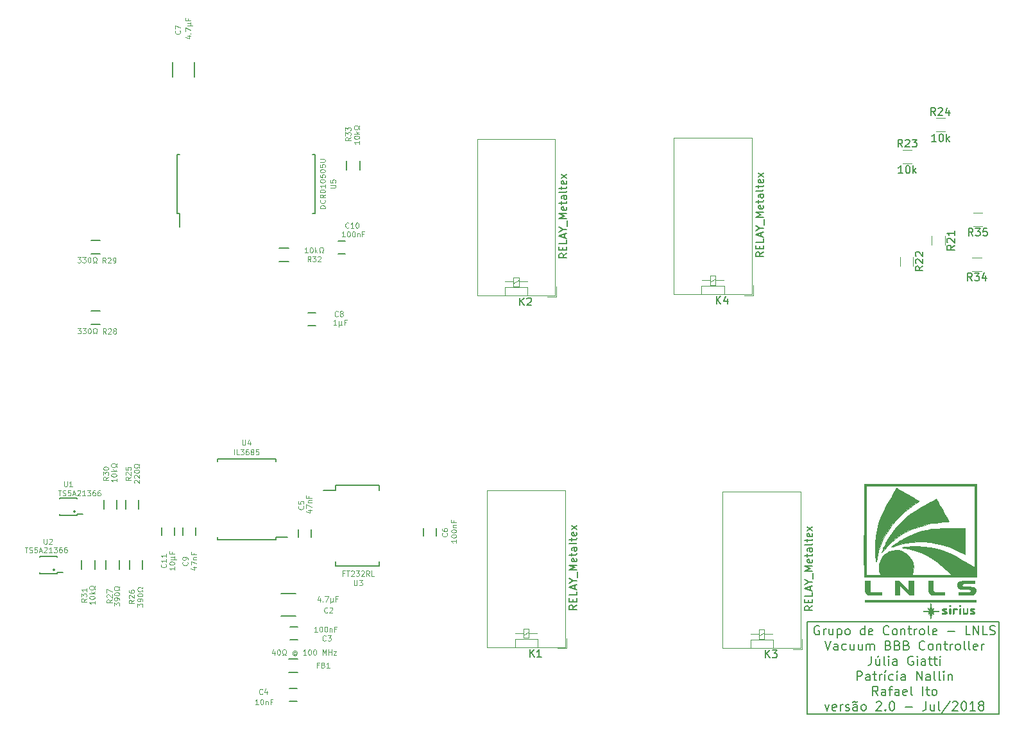
<source format=gbr>
G04 #@! TF.FileFunction,Legend,Top*
%FSLAX46Y46*%
G04 Gerber Fmt 4.6, Leading zero omitted, Abs format (unit mm)*
G04 Created by KiCad (PCBNEW 4.0.7-e2-6376~58~ubuntu16.04.1) date Wed Jul 25 13:51:57 2018*
%MOMM*%
%LPD*%
G01*
G04 APERTURE LIST*
%ADD10C,0.100000*%
%ADD11C,0.200000*%
%ADD12C,0.150000*%
%ADD13C,0.120000*%
%ADD14C,0.010000*%
G04 APERTURE END LIST*
D10*
D11*
X233780000Y-131090000D02*
X234050000Y-131090000D01*
X233780000Y-118930000D02*
X233780000Y-131090000D01*
X259120000Y-131090000D02*
X234030000Y-131090000D01*
X259120000Y-118950000D02*
X259120000Y-131090000D01*
X233800000Y-118950000D02*
X259120000Y-118950000D01*
X235402859Y-119520000D02*
X235288573Y-119462857D01*
X235117144Y-119462857D01*
X234945716Y-119520000D01*
X234831430Y-119634286D01*
X234774287Y-119748571D01*
X234717144Y-119977143D01*
X234717144Y-120148571D01*
X234774287Y-120377143D01*
X234831430Y-120491429D01*
X234945716Y-120605714D01*
X235117144Y-120662857D01*
X235231430Y-120662857D01*
X235402859Y-120605714D01*
X235460002Y-120548571D01*
X235460002Y-120148571D01*
X235231430Y-120148571D01*
X235974287Y-120662857D02*
X235974287Y-119862857D01*
X235974287Y-120091429D02*
X236031430Y-119977143D01*
X236088573Y-119920000D01*
X236202859Y-119862857D01*
X236317144Y-119862857D01*
X237231430Y-119862857D02*
X237231430Y-120662857D01*
X236717144Y-119862857D02*
X236717144Y-120491429D01*
X236774287Y-120605714D01*
X236888573Y-120662857D01*
X237060001Y-120662857D01*
X237174287Y-120605714D01*
X237231430Y-120548571D01*
X237802858Y-119862857D02*
X237802858Y-121062857D01*
X237802858Y-119920000D02*
X237917144Y-119862857D01*
X238145715Y-119862857D01*
X238260001Y-119920000D01*
X238317144Y-119977143D01*
X238374287Y-120091429D01*
X238374287Y-120434286D01*
X238317144Y-120548571D01*
X238260001Y-120605714D01*
X238145715Y-120662857D01*
X237917144Y-120662857D01*
X237802858Y-120605714D01*
X239060001Y-120662857D02*
X238945715Y-120605714D01*
X238888572Y-120548571D01*
X238831429Y-120434286D01*
X238831429Y-120091429D01*
X238888572Y-119977143D01*
X238945715Y-119920000D01*
X239060001Y-119862857D01*
X239231429Y-119862857D01*
X239345715Y-119920000D01*
X239402858Y-119977143D01*
X239460001Y-120091429D01*
X239460001Y-120434286D01*
X239402858Y-120548571D01*
X239345715Y-120605714D01*
X239231429Y-120662857D01*
X239060001Y-120662857D01*
X241402858Y-120662857D02*
X241402858Y-119462857D01*
X241402858Y-120605714D02*
X241288572Y-120662857D01*
X241060001Y-120662857D01*
X240945715Y-120605714D01*
X240888572Y-120548571D01*
X240831429Y-120434286D01*
X240831429Y-120091429D01*
X240888572Y-119977143D01*
X240945715Y-119920000D01*
X241060001Y-119862857D01*
X241288572Y-119862857D01*
X241402858Y-119920000D01*
X242431429Y-120605714D02*
X242317143Y-120662857D01*
X242088572Y-120662857D01*
X241974286Y-120605714D01*
X241917143Y-120491429D01*
X241917143Y-120034286D01*
X241974286Y-119920000D01*
X242088572Y-119862857D01*
X242317143Y-119862857D01*
X242431429Y-119920000D01*
X242488572Y-120034286D01*
X242488572Y-120148571D01*
X241917143Y-120262857D01*
X244602858Y-120548571D02*
X244545715Y-120605714D01*
X244374286Y-120662857D01*
X244260000Y-120662857D01*
X244088572Y-120605714D01*
X243974286Y-120491429D01*
X243917143Y-120377143D01*
X243860000Y-120148571D01*
X243860000Y-119977143D01*
X243917143Y-119748571D01*
X243974286Y-119634286D01*
X244088572Y-119520000D01*
X244260000Y-119462857D01*
X244374286Y-119462857D01*
X244545715Y-119520000D01*
X244602858Y-119577143D01*
X245288572Y-120662857D02*
X245174286Y-120605714D01*
X245117143Y-120548571D01*
X245060000Y-120434286D01*
X245060000Y-120091429D01*
X245117143Y-119977143D01*
X245174286Y-119920000D01*
X245288572Y-119862857D01*
X245460000Y-119862857D01*
X245574286Y-119920000D01*
X245631429Y-119977143D01*
X245688572Y-120091429D01*
X245688572Y-120434286D01*
X245631429Y-120548571D01*
X245574286Y-120605714D01*
X245460000Y-120662857D01*
X245288572Y-120662857D01*
X246202857Y-119862857D02*
X246202857Y-120662857D01*
X246202857Y-119977143D02*
X246260000Y-119920000D01*
X246374286Y-119862857D01*
X246545714Y-119862857D01*
X246660000Y-119920000D01*
X246717143Y-120034286D01*
X246717143Y-120662857D01*
X247117143Y-119862857D02*
X247574286Y-119862857D01*
X247288571Y-119462857D02*
X247288571Y-120491429D01*
X247345714Y-120605714D01*
X247460000Y-120662857D01*
X247574286Y-120662857D01*
X247974285Y-120662857D02*
X247974285Y-119862857D01*
X247974285Y-120091429D02*
X248031428Y-119977143D01*
X248088571Y-119920000D01*
X248202857Y-119862857D01*
X248317142Y-119862857D01*
X248888571Y-120662857D02*
X248774285Y-120605714D01*
X248717142Y-120548571D01*
X248659999Y-120434286D01*
X248659999Y-120091429D01*
X248717142Y-119977143D01*
X248774285Y-119920000D01*
X248888571Y-119862857D01*
X249059999Y-119862857D01*
X249174285Y-119920000D01*
X249231428Y-119977143D01*
X249288571Y-120091429D01*
X249288571Y-120434286D01*
X249231428Y-120548571D01*
X249174285Y-120605714D01*
X249059999Y-120662857D01*
X248888571Y-120662857D01*
X249974285Y-120662857D02*
X249859999Y-120605714D01*
X249802856Y-120491429D01*
X249802856Y-119462857D01*
X250888570Y-120605714D02*
X250774284Y-120662857D01*
X250545713Y-120662857D01*
X250431427Y-120605714D01*
X250374284Y-120491429D01*
X250374284Y-120034286D01*
X250431427Y-119920000D01*
X250545713Y-119862857D01*
X250774284Y-119862857D01*
X250888570Y-119920000D01*
X250945713Y-120034286D01*
X250945713Y-120148571D01*
X250374284Y-120262857D01*
X252374284Y-120205714D02*
X253288570Y-120205714D01*
X255345713Y-120662857D02*
X254774284Y-120662857D01*
X254774284Y-119462857D01*
X255745713Y-120662857D02*
X255745713Y-119462857D01*
X256431428Y-120662857D01*
X256431428Y-119462857D01*
X257574285Y-120662857D02*
X257002856Y-120662857D01*
X257002856Y-119462857D01*
X257917142Y-120605714D02*
X258088571Y-120662857D01*
X258374285Y-120662857D01*
X258488571Y-120605714D01*
X258545714Y-120548571D01*
X258602857Y-120434286D01*
X258602857Y-120320000D01*
X258545714Y-120205714D01*
X258488571Y-120148571D01*
X258374285Y-120091429D01*
X258145714Y-120034286D01*
X258031428Y-119977143D01*
X257974285Y-119920000D01*
X257917142Y-119805714D01*
X257917142Y-119691429D01*
X257974285Y-119577143D01*
X258031428Y-119520000D01*
X258145714Y-119462857D01*
X258431428Y-119462857D01*
X258602857Y-119520000D01*
X236145717Y-121462857D02*
X236545717Y-122662857D01*
X236945717Y-121462857D01*
X237860002Y-122662857D02*
X237860002Y-122034286D01*
X237802859Y-121920000D01*
X237688573Y-121862857D01*
X237460002Y-121862857D01*
X237345716Y-121920000D01*
X237860002Y-122605714D02*
X237745716Y-122662857D01*
X237460002Y-122662857D01*
X237345716Y-122605714D01*
X237288573Y-122491429D01*
X237288573Y-122377143D01*
X237345716Y-122262857D01*
X237460002Y-122205714D01*
X237745716Y-122205714D01*
X237860002Y-122148571D01*
X238945716Y-122605714D02*
X238831430Y-122662857D01*
X238602859Y-122662857D01*
X238488573Y-122605714D01*
X238431430Y-122548571D01*
X238374287Y-122434286D01*
X238374287Y-122091429D01*
X238431430Y-121977143D01*
X238488573Y-121920000D01*
X238602859Y-121862857D01*
X238831430Y-121862857D01*
X238945716Y-121920000D01*
X239974287Y-121862857D02*
X239974287Y-122662857D01*
X239460001Y-121862857D02*
X239460001Y-122491429D01*
X239517144Y-122605714D01*
X239631430Y-122662857D01*
X239802858Y-122662857D01*
X239917144Y-122605714D01*
X239974287Y-122548571D01*
X241060001Y-121862857D02*
X241060001Y-122662857D01*
X240545715Y-121862857D02*
X240545715Y-122491429D01*
X240602858Y-122605714D01*
X240717144Y-122662857D01*
X240888572Y-122662857D01*
X241002858Y-122605714D01*
X241060001Y-122548571D01*
X241631429Y-122662857D02*
X241631429Y-121862857D01*
X241631429Y-121977143D02*
X241688572Y-121920000D01*
X241802858Y-121862857D01*
X241974286Y-121862857D01*
X242088572Y-121920000D01*
X242145715Y-122034286D01*
X242145715Y-122662857D01*
X242145715Y-122034286D02*
X242202858Y-121920000D01*
X242317144Y-121862857D01*
X242488572Y-121862857D01*
X242602858Y-121920000D01*
X242660001Y-122034286D01*
X242660001Y-122662857D01*
X244545715Y-122034286D02*
X244717144Y-122091429D01*
X244774287Y-122148571D01*
X244831430Y-122262857D01*
X244831430Y-122434286D01*
X244774287Y-122548571D01*
X244717144Y-122605714D01*
X244602858Y-122662857D01*
X244145715Y-122662857D01*
X244145715Y-121462857D01*
X244545715Y-121462857D01*
X244660001Y-121520000D01*
X244717144Y-121577143D01*
X244774287Y-121691429D01*
X244774287Y-121805714D01*
X244717144Y-121920000D01*
X244660001Y-121977143D01*
X244545715Y-122034286D01*
X244145715Y-122034286D01*
X245745715Y-122034286D02*
X245917144Y-122091429D01*
X245974287Y-122148571D01*
X246031430Y-122262857D01*
X246031430Y-122434286D01*
X245974287Y-122548571D01*
X245917144Y-122605714D01*
X245802858Y-122662857D01*
X245345715Y-122662857D01*
X245345715Y-121462857D01*
X245745715Y-121462857D01*
X245860001Y-121520000D01*
X245917144Y-121577143D01*
X245974287Y-121691429D01*
X245974287Y-121805714D01*
X245917144Y-121920000D01*
X245860001Y-121977143D01*
X245745715Y-122034286D01*
X245345715Y-122034286D01*
X246945715Y-122034286D02*
X247117144Y-122091429D01*
X247174287Y-122148571D01*
X247231430Y-122262857D01*
X247231430Y-122434286D01*
X247174287Y-122548571D01*
X247117144Y-122605714D01*
X247002858Y-122662857D01*
X246545715Y-122662857D01*
X246545715Y-121462857D01*
X246945715Y-121462857D01*
X247060001Y-121520000D01*
X247117144Y-121577143D01*
X247174287Y-121691429D01*
X247174287Y-121805714D01*
X247117144Y-121920000D01*
X247060001Y-121977143D01*
X246945715Y-122034286D01*
X246545715Y-122034286D01*
X249345716Y-122548571D02*
X249288573Y-122605714D01*
X249117144Y-122662857D01*
X249002858Y-122662857D01*
X248831430Y-122605714D01*
X248717144Y-122491429D01*
X248660001Y-122377143D01*
X248602858Y-122148571D01*
X248602858Y-121977143D01*
X248660001Y-121748571D01*
X248717144Y-121634286D01*
X248831430Y-121520000D01*
X249002858Y-121462857D01*
X249117144Y-121462857D01*
X249288573Y-121520000D01*
X249345716Y-121577143D01*
X250031430Y-122662857D02*
X249917144Y-122605714D01*
X249860001Y-122548571D01*
X249802858Y-122434286D01*
X249802858Y-122091429D01*
X249860001Y-121977143D01*
X249917144Y-121920000D01*
X250031430Y-121862857D01*
X250202858Y-121862857D01*
X250317144Y-121920000D01*
X250374287Y-121977143D01*
X250431430Y-122091429D01*
X250431430Y-122434286D01*
X250374287Y-122548571D01*
X250317144Y-122605714D01*
X250202858Y-122662857D01*
X250031430Y-122662857D01*
X250945715Y-121862857D02*
X250945715Y-122662857D01*
X250945715Y-121977143D02*
X251002858Y-121920000D01*
X251117144Y-121862857D01*
X251288572Y-121862857D01*
X251402858Y-121920000D01*
X251460001Y-122034286D01*
X251460001Y-122662857D01*
X251860001Y-121862857D02*
X252317144Y-121862857D01*
X252031429Y-121462857D02*
X252031429Y-122491429D01*
X252088572Y-122605714D01*
X252202858Y-122662857D01*
X252317144Y-122662857D01*
X252717143Y-122662857D02*
X252717143Y-121862857D01*
X252717143Y-122091429D02*
X252774286Y-121977143D01*
X252831429Y-121920000D01*
X252945715Y-121862857D01*
X253060000Y-121862857D01*
X253631429Y-122662857D02*
X253517143Y-122605714D01*
X253460000Y-122548571D01*
X253402857Y-122434286D01*
X253402857Y-122091429D01*
X253460000Y-121977143D01*
X253517143Y-121920000D01*
X253631429Y-121862857D01*
X253802857Y-121862857D01*
X253917143Y-121920000D01*
X253974286Y-121977143D01*
X254031429Y-122091429D01*
X254031429Y-122434286D01*
X253974286Y-122548571D01*
X253917143Y-122605714D01*
X253802857Y-122662857D01*
X253631429Y-122662857D01*
X254717143Y-122662857D02*
X254602857Y-122605714D01*
X254545714Y-122491429D01*
X254545714Y-121462857D01*
X255345714Y-122662857D02*
X255231428Y-122605714D01*
X255174285Y-122491429D01*
X255174285Y-121462857D01*
X256259999Y-122605714D02*
X256145713Y-122662857D01*
X255917142Y-122662857D01*
X255802856Y-122605714D01*
X255745713Y-122491429D01*
X255745713Y-122034286D01*
X255802856Y-121920000D01*
X255917142Y-121862857D01*
X256145713Y-121862857D01*
X256259999Y-121920000D01*
X256317142Y-122034286D01*
X256317142Y-122148571D01*
X255745713Y-122262857D01*
X256831427Y-122662857D02*
X256831427Y-121862857D01*
X256831427Y-122091429D02*
X256888570Y-121977143D01*
X256945713Y-121920000D01*
X257059999Y-121862857D01*
X257174284Y-121862857D01*
X242288571Y-123462857D02*
X242288571Y-124320000D01*
X242231429Y-124491429D01*
X242117143Y-124605714D01*
X241945714Y-124662857D01*
X241831429Y-124662857D01*
X243374286Y-123862857D02*
X243374286Y-124662857D01*
X242860000Y-123862857D02*
X242860000Y-124491429D01*
X242917143Y-124605714D01*
X243031429Y-124662857D01*
X243202857Y-124662857D01*
X243317143Y-124605714D01*
X243374286Y-124548571D01*
X243260000Y-123405714D02*
X243088572Y-123577143D01*
X244117143Y-124662857D02*
X244002857Y-124605714D01*
X243945714Y-124491429D01*
X243945714Y-123462857D01*
X244574285Y-124662857D02*
X244574285Y-123862857D01*
X244574285Y-123462857D02*
X244517142Y-123520000D01*
X244574285Y-123577143D01*
X244631428Y-123520000D01*
X244574285Y-123462857D01*
X244574285Y-123577143D01*
X245660000Y-124662857D02*
X245660000Y-124034286D01*
X245602857Y-123920000D01*
X245488571Y-123862857D01*
X245260000Y-123862857D01*
X245145714Y-123920000D01*
X245660000Y-124605714D02*
X245545714Y-124662857D01*
X245260000Y-124662857D01*
X245145714Y-124605714D01*
X245088571Y-124491429D01*
X245088571Y-124377143D01*
X245145714Y-124262857D01*
X245260000Y-124205714D01*
X245545714Y-124205714D01*
X245660000Y-124148571D01*
X247774286Y-123520000D02*
X247660000Y-123462857D01*
X247488571Y-123462857D01*
X247317143Y-123520000D01*
X247202857Y-123634286D01*
X247145714Y-123748571D01*
X247088571Y-123977143D01*
X247088571Y-124148571D01*
X247145714Y-124377143D01*
X247202857Y-124491429D01*
X247317143Y-124605714D01*
X247488571Y-124662857D01*
X247602857Y-124662857D01*
X247774286Y-124605714D01*
X247831429Y-124548571D01*
X247831429Y-124148571D01*
X247602857Y-124148571D01*
X248345714Y-124662857D02*
X248345714Y-123862857D01*
X248345714Y-123462857D02*
X248288571Y-123520000D01*
X248345714Y-123577143D01*
X248402857Y-123520000D01*
X248345714Y-123462857D01*
X248345714Y-123577143D01*
X249431429Y-124662857D02*
X249431429Y-124034286D01*
X249374286Y-123920000D01*
X249260000Y-123862857D01*
X249031429Y-123862857D01*
X248917143Y-123920000D01*
X249431429Y-124605714D02*
X249317143Y-124662857D01*
X249031429Y-124662857D01*
X248917143Y-124605714D01*
X248860000Y-124491429D01*
X248860000Y-124377143D01*
X248917143Y-124262857D01*
X249031429Y-124205714D01*
X249317143Y-124205714D01*
X249431429Y-124148571D01*
X249831429Y-123862857D02*
X250288572Y-123862857D01*
X250002857Y-123462857D02*
X250002857Y-124491429D01*
X250060000Y-124605714D01*
X250174286Y-124662857D01*
X250288572Y-124662857D01*
X250517143Y-123862857D02*
X250974286Y-123862857D01*
X250688571Y-123462857D02*
X250688571Y-124491429D01*
X250745714Y-124605714D01*
X250860000Y-124662857D01*
X250974286Y-124662857D01*
X251374285Y-124662857D02*
X251374285Y-123862857D01*
X251374285Y-123462857D02*
X251317142Y-123520000D01*
X251374285Y-123577143D01*
X251431428Y-123520000D01*
X251374285Y-123462857D01*
X251374285Y-123577143D01*
X240374286Y-126662857D02*
X240374286Y-125462857D01*
X240831429Y-125462857D01*
X240945715Y-125520000D01*
X241002858Y-125577143D01*
X241060001Y-125691429D01*
X241060001Y-125862857D01*
X241002858Y-125977143D01*
X240945715Y-126034286D01*
X240831429Y-126091429D01*
X240374286Y-126091429D01*
X242088572Y-126662857D02*
X242088572Y-126034286D01*
X242031429Y-125920000D01*
X241917143Y-125862857D01*
X241688572Y-125862857D01*
X241574286Y-125920000D01*
X242088572Y-126605714D02*
X241974286Y-126662857D01*
X241688572Y-126662857D01*
X241574286Y-126605714D01*
X241517143Y-126491429D01*
X241517143Y-126377143D01*
X241574286Y-126262857D01*
X241688572Y-126205714D01*
X241974286Y-126205714D01*
X242088572Y-126148571D01*
X242488572Y-125862857D02*
X242945715Y-125862857D01*
X242660000Y-125462857D02*
X242660000Y-126491429D01*
X242717143Y-126605714D01*
X242831429Y-126662857D01*
X242945715Y-126662857D01*
X243345714Y-126662857D02*
X243345714Y-125862857D01*
X243345714Y-126091429D02*
X243402857Y-125977143D01*
X243460000Y-125920000D01*
X243574286Y-125862857D01*
X243688571Y-125862857D01*
X244088571Y-126662857D02*
X244088571Y-125862857D01*
X244202857Y-125405714D02*
X244031428Y-125577143D01*
X245174286Y-126605714D02*
X245060000Y-126662857D01*
X244831429Y-126662857D01*
X244717143Y-126605714D01*
X244660000Y-126548571D01*
X244602857Y-126434286D01*
X244602857Y-126091429D01*
X244660000Y-125977143D01*
X244717143Y-125920000D01*
X244831429Y-125862857D01*
X245060000Y-125862857D01*
X245174286Y-125920000D01*
X245688571Y-126662857D02*
X245688571Y-125862857D01*
X245688571Y-125462857D02*
X245631428Y-125520000D01*
X245688571Y-125577143D01*
X245745714Y-125520000D01*
X245688571Y-125462857D01*
X245688571Y-125577143D01*
X246774286Y-126662857D02*
X246774286Y-126034286D01*
X246717143Y-125920000D01*
X246602857Y-125862857D01*
X246374286Y-125862857D01*
X246260000Y-125920000D01*
X246774286Y-126605714D02*
X246660000Y-126662857D01*
X246374286Y-126662857D01*
X246260000Y-126605714D01*
X246202857Y-126491429D01*
X246202857Y-126377143D01*
X246260000Y-126262857D01*
X246374286Y-126205714D01*
X246660000Y-126205714D01*
X246774286Y-126148571D01*
X248260000Y-126662857D02*
X248260000Y-125462857D01*
X248945715Y-126662857D01*
X248945715Y-125462857D01*
X250031429Y-126662857D02*
X250031429Y-126034286D01*
X249974286Y-125920000D01*
X249860000Y-125862857D01*
X249631429Y-125862857D01*
X249517143Y-125920000D01*
X250031429Y-126605714D02*
X249917143Y-126662857D01*
X249631429Y-126662857D01*
X249517143Y-126605714D01*
X249460000Y-126491429D01*
X249460000Y-126377143D01*
X249517143Y-126262857D01*
X249631429Y-126205714D01*
X249917143Y-126205714D01*
X250031429Y-126148571D01*
X250774286Y-126662857D02*
X250660000Y-126605714D01*
X250602857Y-126491429D01*
X250602857Y-125462857D01*
X251402857Y-126662857D02*
X251288571Y-126605714D01*
X251231428Y-126491429D01*
X251231428Y-125462857D01*
X251859999Y-126662857D02*
X251859999Y-125862857D01*
X251859999Y-125462857D02*
X251802856Y-125520000D01*
X251859999Y-125577143D01*
X251917142Y-125520000D01*
X251859999Y-125462857D01*
X251859999Y-125577143D01*
X252431428Y-125862857D02*
X252431428Y-126662857D01*
X252431428Y-125977143D02*
X252488571Y-125920000D01*
X252602857Y-125862857D01*
X252774285Y-125862857D01*
X252888571Y-125920000D01*
X252945714Y-126034286D01*
X252945714Y-126662857D01*
X243145716Y-128662857D02*
X242745716Y-128091429D01*
X242460001Y-128662857D02*
X242460001Y-127462857D01*
X242917144Y-127462857D01*
X243031430Y-127520000D01*
X243088573Y-127577143D01*
X243145716Y-127691429D01*
X243145716Y-127862857D01*
X243088573Y-127977143D01*
X243031430Y-128034286D01*
X242917144Y-128091429D01*
X242460001Y-128091429D01*
X244174287Y-128662857D02*
X244174287Y-128034286D01*
X244117144Y-127920000D01*
X244002858Y-127862857D01*
X243774287Y-127862857D01*
X243660001Y-127920000D01*
X244174287Y-128605714D02*
X244060001Y-128662857D01*
X243774287Y-128662857D01*
X243660001Y-128605714D01*
X243602858Y-128491429D01*
X243602858Y-128377143D01*
X243660001Y-128262857D01*
X243774287Y-128205714D01*
X244060001Y-128205714D01*
X244174287Y-128148571D01*
X244574287Y-127862857D02*
X245031430Y-127862857D01*
X244745715Y-128662857D02*
X244745715Y-127634286D01*
X244802858Y-127520000D01*
X244917144Y-127462857D01*
X245031430Y-127462857D01*
X245945715Y-128662857D02*
X245945715Y-128034286D01*
X245888572Y-127920000D01*
X245774286Y-127862857D01*
X245545715Y-127862857D01*
X245431429Y-127920000D01*
X245945715Y-128605714D02*
X245831429Y-128662857D01*
X245545715Y-128662857D01*
X245431429Y-128605714D01*
X245374286Y-128491429D01*
X245374286Y-128377143D01*
X245431429Y-128262857D01*
X245545715Y-128205714D01*
X245831429Y-128205714D01*
X245945715Y-128148571D01*
X246974286Y-128605714D02*
X246860000Y-128662857D01*
X246631429Y-128662857D01*
X246517143Y-128605714D01*
X246460000Y-128491429D01*
X246460000Y-128034286D01*
X246517143Y-127920000D01*
X246631429Y-127862857D01*
X246860000Y-127862857D01*
X246974286Y-127920000D01*
X247031429Y-128034286D01*
X247031429Y-128148571D01*
X246460000Y-128262857D01*
X247717143Y-128662857D02*
X247602857Y-128605714D01*
X247545714Y-128491429D01*
X247545714Y-127462857D01*
X249088571Y-128662857D02*
X249088571Y-127462857D01*
X249488572Y-127862857D02*
X249945715Y-127862857D01*
X249660000Y-127462857D02*
X249660000Y-128491429D01*
X249717143Y-128605714D01*
X249831429Y-128662857D01*
X249945715Y-128662857D01*
X250517143Y-128662857D02*
X250402857Y-128605714D01*
X250345714Y-128548571D01*
X250288571Y-128434286D01*
X250288571Y-128091429D01*
X250345714Y-127977143D01*
X250402857Y-127920000D01*
X250517143Y-127862857D01*
X250688571Y-127862857D01*
X250802857Y-127920000D01*
X250860000Y-127977143D01*
X250917143Y-128091429D01*
X250917143Y-128434286D01*
X250860000Y-128548571D01*
X250802857Y-128605714D01*
X250688571Y-128662857D01*
X250517143Y-128662857D01*
X236145715Y-129862857D02*
X236431429Y-130662857D01*
X236717143Y-129862857D01*
X237631429Y-130605714D02*
X237517143Y-130662857D01*
X237288572Y-130662857D01*
X237174286Y-130605714D01*
X237117143Y-130491429D01*
X237117143Y-130034286D01*
X237174286Y-129920000D01*
X237288572Y-129862857D01*
X237517143Y-129862857D01*
X237631429Y-129920000D01*
X237688572Y-130034286D01*
X237688572Y-130148571D01*
X237117143Y-130262857D01*
X238202857Y-130662857D02*
X238202857Y-129862857D01*
X238202857Y-130091429D02*
X238260000Y-129977143D01*
X238317143Y-129920000D01*
X238431429Y-129862857D01*
X238545714Y-129862857D01*
X238888571Y-130605714D02*
X239002857Y-130662857D01*
X239231429Y-130662857D01*
X239345714Y-130605714D01*
X239402857Y-130491429D01*
X239402857Y-130434286D01*
X239345714Y-130320000D01*
X239231429Y-130262857D01*
X239060000Y-130262857D01*
X238945714Y-130205714D01*
X238888571Y-130091429D01*
X238888571Y-130034286D01*
X238945714Y-129920000D01*
X239060000Y-129862857D01*
X239231429Y-129862857D01*
X239345714Y-129920000D01*
X240431429Y-130662857D02*
X240431429Y-130034286D01*
X240374286Y-129920000D01*
X240260000Y-129862857D01*
X240031429Y-129862857D01*
X239917143Y-129920000D01*
X240431429Y-130605714D02*
X240317143Y-130662857D01*
X240031429Y-130662857D01*
X239917143Y-130605714D01*
X239860000Y-130491429D01*
X239860000Y-130377143D01*
X239917143Y-130262857D01*
X240031429Y-130205714D01*
X240317143Y-130205714D01*
X240431429Y-130148571D01*
X239860000Y-129577143D02*
X239917143Y-129520000D01*
X240031429Y-129462857D01*
X240260000Y-129577143D01*
X240374286Y-129520000D01*
X240431429Y-129462857D01*
X241174286Y-130662857D02*
X241060000Y-130605714D01*
X241002857Y-130548571D01*
X240945714Y-130434286D01*
X240945714Y-130091429D01*
X241002857Y-129977143D01*
X241060000Y-129920000D01*
X241174286Y-129862857D01*
X241345714Y-129862857D01*
X241460000Y-129920000D01*
X241517143Y-129977143D01*
X241574286Y-130091429D01*
X241574286Y-130434286D01*
X241517143Y-130548571D01*
X241460000Y-130605714D01*
X241345714Y-130662857D01*
X241174286Y-130662857D01*
X242945714Y-129577143D02*
X243002857Y-129520000D01*
X243117143Y-129462857D01*
X243402857Y-129462857D01*
X243517143Y-129520000D01*
X243574286Y-129577143D01*
X243631429Y-129691429D01*
X243631429Y-129805714D01*
X243574286Y-129977143D01*
X242888572Y-130662857D01*
X243631429Y-130662857D01*
X244145714Y-130548571D02*
X244202857Y-130605714D01*
X244145714Y-130662857D01*
X244088571Y-130605714D01*
X244145714Y-130548571D01*
X244145714Y-130662857D01*
X244945715Y-129462857D02*
X245060000Y-129462857D01*
X245174286Y-129520000D01*
X245231429Y-129577143D01*
X245288572Y-129691429D01*
X245345715Y-129920000D01*
X245345715Y-130205714D01*
X245288572Y-130434286D01*
X245231429Y-130548571D01*
X245174286Y-130605714D01*
X245060000Y-130662857D01*
X244945715Y-130662857D01*
X244831429Y-130605714D01*
X244774286Y-130548571D01*
X244717143Y-130434286D01*
X244660000Y-130205714D01*
X244660000Y-129920000D01*
X244717143Y-129691429D01*
X244774286Y-129577143D01*
X244831429Y-129520000D01*
X244945715Y-129462857D01*
X246774286Y-130205714D02*
X247688572Y-130205714D01*
X249517143Y-129462857D02*
X249517143Y-130320000D01*
X249460001Y-130491429D01*
X249345715Y-130605714D01*
X249174286Y-130662857D01*
X249060001Y-130662857D01*
X250602858Y-129862857D02*
X250602858Y-130662857D01*
X250088572Y-129862857D02*
X250088572Y-130491429D01*
X250145715Y-130605714D01*
X250260001Y-130662857D01*
X250431429Y-130662857D01*
X250545715Y-130605714D01*
X250602858Y-130548571D01*
X251345715Y-130662857D02*
X251231429Y-130605714D01*
X251174286Y-130491429D01*
X251174286Y-129462857D01*
X252660000Y-129405714D02*
X251631429Y-130948571D01*
X253002857Y-129577143D02*
X253060000Y-129520000D01*
X253174286Y-129462857D01*
X253460000Y-129462857D01*
X253574286Y-129520000D01*
X253631429Y-129577143D01*
X253688572Y-129691429D01*
X253688572Y-129805714D01*
X253631429Y-129977143D01*
X252945715Y-130662857D01*
X253688572Y-130662857D01*
X254431429Y-129462857D02*
X254545714Y-129462857D01*
X254660000Y-129520000D01*
X254717143Y-129577143D01*
X254774286Y-129691429D01*
X254831429Y-129920000D01*
X254831429Y-130205714D01*
X254774286Y-130434286D01*
X254717143Y-130548571D01*
X254660000Y-130605714D01*
X254545714Y-130662857D01*
X254431429Y-130662857D01*
X254317143Y-130605714D01*
X254260000Y-130548571D01*
X254202857Y-130434286D01*
X254145714Y-130205714D01*
X254145714Y-129920000D01*
X254202857Y-129691429D01*
X254260000Y-129577143D01*
X254317143Y-129520000D01*
X254431429Y-129462857D01*
X255974286Y-130662857D02*
X255288571Y-130662857D01*
X255631429Y-130662857D02*
X255631429Y-129462857D01*
X255517143Y-129634286D01*
X255402857Y-129748571D01*
X255288571Y-129805714D01*
X256660000Y-129977143D02*
X256545714Y-129920000D01*
X256488571Y-129862857D01*
X256431428Y-129748571D01*
X256431428Y-129691429D01*
X256488571Y-129577143D01*
X256545714Y-129520000D01*
X256660000Y-129462857D01*
X256888571Y-129462857D01*
X257002857Y-129520000D01*
X257060000Y-129577143D01*
X257117143Y-129691429D01*
X257117143Y-129748571D01*
X257060000Y-129862857D01*
X257002857Y-129920000D01*
X256888571Y-129977143D01*
X256660000Y-129977143D01*
X256545714Y-130034286D01*
X256488571Y-130091429D01*
X256431428Y-130205714D01*
X256431428Y-130434286D01*
X256488571Y-130548571D01*
X256545714Y-130605714D01*
X256660000Y-130662857D01*
X256888571Y-130662857D01*
X257002857Y-130605714D01*
X257060000Y-130548571D01*
X257117143Y-130434286D01*
X257117143Y-130205714D01*
X257060000Y-130091429D01*
X257002857Y-130034286D01*
X256888571Y-129977143D01*
D12*
X139300000Y-68545000D02*
X140500000Y-68545000D01*
X140500000Y-70295000D02*
X139300000Y-70295000D01*
D13*
X200734820Y-75983060D02*
X199524820Y-75983060D01*
X200734820Y-74683060D02*
X200734820Y-75983060D01*
X200574820Y-75833060D02*
X200574820Y-55163060D01*
X200574820Y-55163060D02*
X190254820Y-55163060D01*
X190254820Y-55163060D02*
X190254820Y-75833060D01*
X190254820Y-75833060D02*
X200574820Y-75833060D01*
X196924820Y-75833060D02*
X196924820Y-74793060D01*
X196924820Y-74773060D02*
X193924820Y-74773060D01*
X193924820Y-74773060D02*
X193924820Y-75833060D01*
X195754820Y-73993060D02*
X196854820Y-73993060D01*
X195054820Y-73993060D02*
X193954820Y-73993060D01*
X195754820Y-73823060D02*
X195054820Y-74223060D01*
X195754820Y-74623060D02*
X195754820Y-73423060D01*
X195754820Y-73423060D02*
X195054820Y-73423060D01*
X195054820Y-73423060D02*
X195054820Y-74623060D01*
X195054820Y-74623060D02*
X195754820Y-74623060D01*
X202068240Y-122429500D02*
X200858240Y-122429500D01*
X202068240Y-121129500D02*
X202068240Y-122429500D01*
X201908240Y-122279500D02*
X201908240Y-101609500D01*
X201908240Y-101609500D02*
X191588240Y-101609500D01*
X191588240Y-101609500D02*
X191588240Y-122279500D01*
X191588240Y-122279500D02*
X201908240Y-122279500D01*
X198258240Y-122279500D02*
X198258240Y-121239500D01*
X198258240Y-121219500D02*
X195258240Y-121219500D01*
X195258240Y-121219500D02*
X195258240Y-122279500D01*
X197088240Y-120439500D02*
X198188240Y-120439500D01*
X196388240Y-120439500D02*
X195288240Y-120439500D01*
X197088240Y-120269500D02*
X196388240Y-120669500D01*
X197088240Y-121069500D02*
X197088240Y-119869500D01*
X197088240Y-119869500D02*
X196388240Y-119869500D01*
X196388240Y-119869500D02*
X196388240Y-121069500D01*
X196388240Y-121069500D02*
X197088240Y-121069500D01*
X233155340Y-122541260D02*
X231945340Y-122541260D01*
X233155340Y-121241260D02*
X233155340Y-122541260D01*
X232995340Y-122391260D02*
X232995340Y-101721260D01*
X232995340Y-101721260D02*
X222675340Y-101721260D01*
X222675340Y-101721260D02*
X222675340Y-122391260D01*
X222675340Y-122391260D02*
X232995340Y-122391260D01*
X229345340Y-122391260D02*
X229345340Y-121351260D01*
X229345340Y-121331260D02*
X226345340Y-121331260D01*
X226345340Y-121331260D02*
X226345340Y-122391260D01*
X228175340Y-120551260D02*
X229275340Y-120551260D01*
X227475340Y-120551260D02*
X226375340Y-120551260D01*
X228175340Y-120381260D02*
X227475340Y-120781260D01*
X228175340Y-121181260D02*
X228175340Y-119981260D01*
X228175340Y-119981260D02*
X227475340Y-119981260D01*
X227475340Y-119981260D02*
X227475340Y-121181260D01*
X227475340Y-121181260D02*
X228175340Y-121181260D01*
X226691000Y-75807000D02*
X225481000Y-75807000D01*
X226691000Y-74507000D02*
X226691000Y-75807000D01*
X226531000Y-75657000D02*
X226531000Y-54987000D01*
X226531000Y-54987000D02*
X216211000Y-54987000D01*
X216211000Y-54987000D02*
X216211000Y-75657000D01*
X216211000Y-75657000D02*
X226531000Y-75657000D01*
X222881000Y-75657000D02*
X222881000Y-74617000D01*
X222881000Y-74597000D02*
X219881000Y-74597000D01*
X219881000Y-74597000D02*
X219881000Y-75657000D01*
X221711000Y-73817000D02*
X222811000Y-73817000D01*
X221011000Y-73817000D02*
X219911000Y-73817000D01*
X221711000Y-73647000D02*
X221011000Y-74047000D01*
X221711000Y-74447000D02*
X221711000Y-73247000D01*
X221711000Y-73247000D02*
X221011000Y-73247000D01*
X221011000Y-73247000D02*
X221011000Y-74447000D01*
X221011000Y-74447000D02*
X221711000Y-74447000D01*
X250230000Y-69180000D02*
X250230000Y-67980000D01*
X251990000Y-67980000D02*
X251990000Y-69180000D01*
X246050000Y-71930000D02*
X246050000Y-70730000D01*
X247810000Y-70730000D02*
X247810000Y-71930000D01*
X252025000Y-54180000D02*
X250825000Y-54180000D01*
X250825000Y-52420000D02*
X252025000Y-52420000D01*
X247625000Y-58355000D02*
X246425000Y-58355000D01*
X246425000Y-56595000D02*
X247625000Y-56595000D01*
D12*
X134541500Y-112057500D02*
G75*
G03X134541500Y-112057500I-127000J0D01*
G01*
X134795500Y-112438500D02*
X135557500Y-112438500D01*
X134795500Y-110279500D02*
X134795500Y-110406500D01*
X132509500Y-110279500D02*
X132509500Y-110406500D01*
X132509500Y-112565500D02*
X132509500Y-112438500D01*
X134795500Y-112565500D02*
X134795500Y-112438500D01*
X134795500Y-110279500D02*
X132509500Y-110279500D01*
X132509500Y-112565500D02*
X134795500Y-112565500D01*
X137241500Y-104337500D02*
G75*
G03X137241500Y-104337500I-127000J0D01*
G01*
X137495500Y-104718500D02*
X138257500Y-104718500D01*
X137495500Y-102559500D02*
X137495500Y-102686500D01*
X135209500Y-102559500D02*
X135209500Y-102686500D01*
X135209500Y-104845500D02*
X135209500Y-104718500D01*
X137495500Y-104845500D02*
X137495500Y-104718500D01*
X137495500Y-102559500D02*
X135209500Y-102559500D01*
X135209500Y-104845500D02*
X137495500Y-104845500D01*
X150645000Y-64965000D02*
X150990000Y-64965000D01*
X150645000Y-57215000D02*
X150990000Y-57215000D01*
X168895000Y-57215000D02*
X168550000Y-57215000D01*
X168895000Y-64965000D02*
X168550000Y-64965000D01*
X150645000Y-64965000D02*
X150645000Y-57215000D01*
X168895000Y-64965000D02*
X168895000Y-57215000D01*
X150990000Y-64965000D02*
X150990000Y-66790000D01*
X163727500Y-108087500D02*
X163727500Y-107732500D01*
X155977500Y-108087500D02*
X155977500Y-107732500D01*
X155977500Y-97437500D02*
X155977500Y-97792500D01*
X163727500Y-97437500D02*
X163727500Y-97792500D01*
X163727500Y-108087500D02*
X155977500Y-108087500D01*
X163727500Y-97437500D02*
X155977500Y-97437500D01*
X163727500Y-107732500D02*
X165252500Y-107732500D01*
X171577500Y-100937500D02*
X171577500Y-101587500D01*
X177327500Y-100937500D02*
X177327500Y-101587500D01*
X177327500Y-111587500D02*
X177327500Y-110937500D01*
X171577500Y-111587500D02*
X171577500Y-110937500D01*
X171577500Y-100937500D02*
X177327500Y-100937500D01*
X171577500Y-111587500D02*
X177327500Y-111587500D01*
X171577500Y-101587500D02*
X169977500Y-101587500D01*
X174765000Y-58070000D02*
X174765000Y-59270000D01*
X173015000Y-59270000D02*
X173015000Y-58070000D01*
X164170000Y-69575000D02*
X165370000Y-69575000D01*
X165370000Y-71325000D02*
X164170000Y-71325000D01*
X139320000Y-77855000D02*
X140520000Y-77855000D01*
X140520000Y-79605000D02*
X139320000Y-79605000D01*
X165360000Y-123875000D02*
X166560000Y-123875000D01*
X166560000Y-125625000D02*
X165360000Y-125625000D01*
X171880000Y-70370000D02*
X172880000Y-70370000D01*
X172880000Y-68670000D02*
X171880000Y-68670000D01*
X168970000Y-78090000D02*
X167970000Y-78090000D01*
X167970000Y-79790000D02*
X168970000Y-79790000D01*
X150045000Y-44990000D02*
X150045000Y-46990000D01*
X152995000Y-46990000D02*
X152995000Y-44990000D01*
X148602500Y-106462500D02*
X148602500Y-107462500D01*
X150302500Y-107462500D02*
X150302500Y-106462500D01*
X151402500Y-106462500D02*
X151402500Y-107462500D01*
X153102500Y-107462500D02*
X153102500Y-106462500D01*
X183150000Y-106610000D02*
X183150000Y-107610000D01*
X184850000Y-107610000D02*
X184850000Y-106610000D01*
X166652500Y-106712500D02*
X166652500Y-107712500D01*
X168352500Y-107712500D02*
X168352500Y-106712500D01*
X165510000Y-129450000D02*
X166510000Y-129450000D01*
X166510000Y-127750000D02*
X165510000Y-127750000D01*
X165570000Y-121340000D02*
X166570000Y-121340000D01*
X166570000Y-119640000D02*
X165570000Y-119640000D01*
X164350000Y-118135000D02*
X166350000Y-118135000D01*
X166350000Y-115185000D02*
X164350000Y-115185000D01*
X146127500Y-110822500D02*
X146127500Y-112022500D01*
X144377500Y-112022500D02*
X144377500Y-110822500D01*
X145627500Y-102802500D02*
X145627500Y-104002500D01*
X143877500Y-104002500D02*
X143877500Y-102802500D01*
X141277500Y-112022500D02*
X141277500Y-110822500D01*
X143027500Y-110822500D02*
X143027500Y-112022500D01*
X140977500Y-104002500D02*
X140977500Y-102802500D01*
X142727500Y-102802500D02*
X142727500Y-104002500D01*
X138077500Y-112022500D02*
X138077500Y-110822500D01*
X139827500Y-110822500D02*
X139827500Y-112022500D01*
D13*
X255610000Y-70840000D02*
X256810000Y-70840000D01*
X256810000Y-72600000D02*
X255610000Y-72600000D01*
X255740000Y-64920000D02*
X256940000Y-64920000D01*
X256940000Y-66680000D02*
X255740000Y-66680000D01*
D14*
G36*
X250124287Y-116564795D02*
X250129937Y-116585488D01*
X250147860Y-116676207D01*
X250167997Y-116815123D01*
X250186056Y-116972552D01*
X250186423Y-116976257D01*
X250202664Y-117120152D01*
X250219204Y-117233088D01*
X250232737Y-117292875D01*
X250233941Y-117295323D01*
X250271517Y-117293959D01*
X250337803Y-117247841D01*
X250346584Y-117239810D01*
X250427171Y-117181416D01*
X250466132Y-117183280D01*
X250453749Y-117234314D01*
X250401231Y-117302153D01*
X250346563Y-117373599D01*
X250332479Y-117421078D01*
X250334706Y-117424501D01*
X250382047Y-117438456D01*
X250489177Y-117455752D01*
X250637961Y-117473742D01*
X250741912Y-117483968D01*
X250949872Y-117503713D01*
X251083016Y-117519446D01*
X251144486Y-117532652D01*
X251137427Y-117544810D01*
X251064981Y-117557405D01*
X250930292Y-117571917D01*
X250928769Y-117572065D01*
X250755103Y-117589439D01*
X250581010Y-117607764D01*
X250466260Y-117620549D01*
X250277289Y-117642564D01*
X250385257Y-117755259D01*
X250452237Y-117841092D01*
X250465054Y-117890823D01*
X250429727Y-117893612D01*
X250352272Y-117838621D01*
X250343481Y-117830505D01*
X250290580Y-117784908D01*
X250254411Y-117772849D01*
X250230076Y-117804153D01*
X250212677Y-117888645D01*
X250197317Y-118036149D01*
X250188473Y-118141455D01*
X250166980Y-118326987D01*
X250139105Y-118442732D01*
X250105891Y-118485825D01*
X250072419Y-118460330D01*
X250057841Y-118404402D01*
X250041498Y-118292141D01*
X250026397Y-118145222D01*
X250023139Y-118105232D01*
X250007231Y-117936215D01*
X249988552Y-117836962D01*
X249962852Y-117799098D01*
X249925880Y-117814248D01*
X249893231Y-117849230D01*
X249836821Y-117898354D01*
X249810292Y-117907846D01*
X249776907Y-117882223D01*
X249788649Y-117820816D01*
X249839358Y-117746812D01*
X249857885Y-117728623D01*
X249939769Y-117654518D01*
X249848115Y-117628769D01*
X249754294Y-117612147D01*
X249622862Y-117599841D01*
X249561077Y-117596873D01*
X249406188Y-117586525D01*
X249252865Y-117567983D01*
X249209385Y-117560515D01*
X249132355Y-117544468D01*
X249108454Y-117533148D01*
X249144742Y-117523081D01*
X249248276Y-117510792D01*
X249326615Y-117502815D01*
X249495889Y-117485185D01*
X249661507Y-117466932D01*
X249770617Y-117454072D01*
X249941081Y-117432818D01*
X249832082Y-117319047D01*
X249765384Y-117233719D01*
X249751127Y-117182892D01*
X249783981Y-117177783D01*
X249858616Y-117229611D01*
X249869724Y-117239810D01*
X249937596Y-117290502D01*
X249979525Y-117297960D01*
X249981672Y-117295323D01*
X249994984Y-117242217D01*
X250011520Y-117135265D01*
X250026441Y-117009076D01*
X250044416Y-116850964D01*
X250063964Y-116702871D01*
X250077210Y-116618307D01*
X250094407Y-116530892D01*
X250107121Y-116514909D01*
X250124287Y-116564795D01*
X250124287Y-116564795D01*
G37*
X250124287Y-116564795D02*
X250129937Y-116585488D01*
X250147860Y-116676207D01*
X250167997Y-116815123D01*
X250186056Y-116972552D01*
X250186423Y-116976257D01*
X250202664Y-117120152D01*
X250219204Y-117233088D01*
X250232737Y-117292875D01*
X250233941Y-117295323D01*
X250271517Y-117293959D01*
X250337803Y-117247841D01*
X250346584Y-117239810D01*
X250427171Y-117181416D01*
X250466132Y-117183280D01*
X250453749Y-117234314D01*
X250401231Y-117302153D01*
X250346563Y-117373599D01*
X250332479Y-117421078D01*
X250334706Y-117424501D01*
X250382047Y-117438456D01*
X250489177Y-117455752D01*
X250637961Y-117473742D01*
X250741912Y-117483968D01*
X250949872Y-117503713D01*
X251083016Y-117519446D01*
X251144486Y-117532652D01*
X251137427Y-117544810D01*
X251064981Y-117557405D01*
X250930292Y-117571917D01*
X250928769Y-117572065D01*
X250755103Y-117589439D01*
X250581010Y-117607764D01*
X250466260Y-117620549D01*
X250277289Y-117642564D01*
X250385257Y-117755259D01*
X250452237Y-117841092D01*
X250465054Y-117890823D01*
X250429727Y-117893612D01*
X250352272Y-117838621D01*
X250343481Y-117830505D01*
X250290580Y-117784908D01*
X250254411Y-117772849D01*
X250230076Y-117804153D01*
X250212677Y-117888645D01*
X250197317Y-118036149D01*
X250188473Y-118141455D01*
X250166980Y-118326987D01*
X250139105Y-118442732D01*
X250105891Y-118485825D01*
X250072419Y-118460330D01*
X250057841Y-118404402D01*
X250041498Y-118292141D01*
X250026397Y-118145222D01*
X250023139Y-118105232D01*
X250007231Y-117936215D01*
X249988552Y-117836962D01*
X249962852Y-117799098D01*
X249925880Y-117814248D01*
X249893231Y-117849230D01*
X249836821Y-117898354D01*
X249810292Y-117907846D01*
X249776907Y-117882223D01*
X249788649Y-117820816D01*
X249839358Y-117746812D01*
X249857885Y-117728623D01*
X249939769Y-117654518D01*
X249848115Y-117628769D01*
X249754294Y-117612147D01*
X249622862Y-117599841D01*
X249561077Y-117596873D01*
X249406188Y-117586525D01*
X249252865Y-117567983D01*
X249209385Y-117560515D01*
X249132355Y-117544468D01*
X249108454Y-117533148D01*
X249144742Y-117523081D01*
X249248276Y-117510792D01*
X249326615Y-117502815D01*
X249495889Y-117485185D01*
X249661507Y-117466932D01*
X249770617Y-117454072D01*
X249941081Y-117432818D01*
X249832082Y-117319047D01*
X249765384Y-117233719D01*
X249751127Y-117182892D01*
X249783981Y-117177783D01*
X249858616Y-117229611D01*
X249869724Y-117239810D01*
X249937596Y-117290502D01*
X249979525Y-117297960D01*
X249981672Y-117295323D01*
X249994984Y-117242217D01*
X250011520Y-117135265D01*
X250026441Y-117009076D01*
X250044416Y-116850964D01*
X250063964Y-116702871D01*
X250077210Y-116618307D01*
X250094407Y-116530892D01*
X250107121Y-116514909D01*
X250124287Y-116564795D01*
G36*
X252087469Y-117167974D02*
X252161775Y-117179448D01*
X252193010Y-117205364D01*
X252198769Y-117243538D01*
X252189826Y-117287936D01*
X252150871Y-117311541D01*
X252063714Y-117320698D01*
X251974077Y-117321905D01*
X251749385Y-117322119D01*
X252013154Y-117480378D01*
X252156533Y-117572537D01*
X252239813Y-117643401D01*
X252274277Y-117703493D01*
X252276923Y-117726349D01*
X252262315Y-117812341D01*
X252210265Y-117867264D01*
X252108436Y-117897025D01*
X251944491Y-117907531D01*
X251897877Y-117907846D01*
X251750445Y-117905901D01*
X251664734Y-117897073D01*
X251624346Y-117876869D01*
X251612884Y-117840797D01*
X251612615Y-117829692D01*
X251620882Y-117786712D01*
X251657387Y-117763039D01*
X251739692Y-117753016D01*
X251856846Y-117751007D01*
X252101077Y-117750477D01*
X251856846Y-117605715D01*
X251724678Y-117522151D01*
X251649366Y-117458032D01*
X251617084Y-117399452D01*
X251612615Y-117360060D01*
X251628143Y-117263587D01*
X251683111Y-117203788D01*
X251790101Y-117173460D01*
X251952585Y-117165384D01*
X252087469Y-117167974D01*
X252087469Y-117167974D01*
G37*
X252087469Y-117167974D02*
X252161775Y-117179448D01*
X252193010Y-117205364D01*
X252198769Y-117243538D01*
X252189826Y-117287936D01*
X252150871Y-117311541D01*
X252063714Y-117320698D01*
X251974077Y-117321905D01*
X251749385Y-117322119D01*
X252013154Y-117480378D01*
X252156533Y-117572537D01*
X252239813Y-117643401D01*
X252274277Y-117703493D01*
X252276923Y-117726349D01*
X252262315Y-117812341D01*
X252210265Y-117867264D01*
X252108436Y-117897025D01*
X251944491Y-117907531D01*
X251897877Y-117907846D01*
X251750445Y-117905901D01*
X251664734Y-117897073D01*
X251624346Y-117876869D01*
X251612884Y-117840797D01*
X251612615Y-117829692D01*
X251620882Y-117786712D01*
X251657387Y-117763039D01*
X251739692Y-117753016D01*
X251856846Y-117751007D01*
X252101077Y-117750477D01*
X251856846Y-117605715D01*
X251724678Y-117522151D01*
X251649366Y-117458032D01*
X251617084Y-117399452D01*
X251612615Y-117360060D01*
X251628143Y-117263587D01*
X251683111Y-117203788D01*
X251790101Y-117173460D01*
X251952585Y-117165384D01*
X252087469Y-117167974D01*
G36*
X252693411Y-117167962D02*
X252721954Y-117185455D01*
X252737635Y-117232504D01*
X252744307Y-117323746D01*
X252745821Y-117473821D01*
X252745846Y-117536615D01*
X252745168Y-117708593D01*
X252740564Y-117817056D01*
X252728183Y-117876644D01*
X252704172Y-117901996D01*
X252664678Y-117907752D01*
X252648154Y-117907846D01*
X252602896Y-117905268D01*
X252574353Y-117887774D01*
X252558672Y-117840726D01*
X252552001Y-117749484D01*
X252550486Y-117599409D01*
X252550461Y-117536615D01*
X252551140Y-117364637D01*
X252555743Y-117256174D01*
X252568124Y-117196586D01*
X252592136Y-117171233D01*
X252631629Y-117165478D01*
X252648154Y-117165384D01*
X252693411Y-117167962D01*
X252693411Y-117167962D01*
G37*
X252693411Y-117167962D02*
X252721954Y-117185455D01*
X252737635Y-117232504D01*
X252744307Y-117323746D01*
X252745821Y-117473821D01*
X252745846Y-117536615D01*
X252745168Y-117708593D01*
X252740564Y-117817056D01*
X252728183Y-117876644D01*
X252704172Y-117901996D01*
X252664678Y-117907752D01*
X252648154Y-117907846D01*
X252602896Y-117905268D01*
X252574353Y-117887774D01*
X252558672Y-117840726D01*
X252552001Y-117749484D01*
X252550486Y-117599409D01*
X252550461Y-117536615D01*
X252551140Y-117364637D01*
X252555743Y-117256174D01*
X252568124Y-117196586D01*
X252592136Y-117171233D01*
X252631629Y-117165478D01*
X252648154Y-117165384D01*
X252693411Y-117167962D01*
G36*
X253494238Y-117167974D02*
X253568545Y-117179448D01*
X253599779Y-117205364D01*
X253605538Y-117243538D01*
X253596210Y-117288703D01*
X253555876Y-117312231D01*
X253466016Y-117320858D01*
X253390615Y-117321692D01*
X253175692Y-117321692D01*
X253175692Y-117614769D01*
X253173846Y-117764615D01*
X253165429Y-117852536D01*
X253146122Y-117894728D01*
X253111607Y-117907386D01*
X253097538Y-117907846D01*
X253059171Y-117901532D01*
X253035907Y-117872288D01*
X253024023Y-117804660D01*
X253019796Y-117683196D01*
X253019385Y-117583507D01*
X253025283Y-117402362D01*
X253041900Y-117273926D01*
X253066277Y-117212276D01*
X253129803Y-117186708D01*
X253246700Y-117169891D01*
X253359354Y-117165384D01*
X253494238Y-117167974D01*
X253494238Y-117167974D01*
G37*
X253494238Y-117167974D02*
X253568545Y-117179448D01*
X253599779Y-117205364D01*
X253605538Y-117243538D01*
X253596210Y-117288703D01*
X253555876Y-117312231D01*
X253466016Y-117320858D01*
X253390615Y-117321692D01*
X253175692Y-117321692D01*
X253175692Y-117614769D01*
X253173846Y-117764615D01*
X253165429Y-117852536D01*
X253146122Y-117894728D01*
X253111607Y-117907386D01*
X253097538Y-117907846D01*
X253059171Y-117901532D01*
X253035907Y-117872288D01*
X253024023Y-117804660D01*
X253019796Y-117683196D01*
X253019385Y-117583507D01*
X253025283Y-117402362D01*
X253041900Y-117273926D01*
X253066277Y-117212276D01*
X253129803Y-117186708D01*
X253246700Y-117169891D01*
X253359354Y-117165384D01*
X253494238Y-117167974D01*
G36*
X254022026Y-117167962D02*
X254050569Y-117185455D01*
X254066251Y-117232504D01*
X254072922Y-117323746D01*
X254074437Y-117473821D01*
X254074461Y-117536615D01*
X254073783Y-117708593D01*
X254069179Y-117817056D01*
X254056798Y-117876644D01*
X254032787Y-117901996D01*
X253993294Y-117907752D01*
X253976769Y-117907846D01*
X253931512Y-117905268D01*
X253902969Y-117887774D01*
X253887288Y-117840726D01*
X253880616Y-117749484D01*
X253879102Y-117599409D01*
X253879077Y-117536615D01*
X253879755Y-117364637D01*
X253884359Y-117256174D01*
X253896740Y-117196586D01*
X253920751Y-117171233D01*
X253960244Y-117165478D01*
X253976769Y-117165384D01*
X254022026Y-117167962D01*
X254022026Y-117167962D01*
G37*
X254022026Y-117167962D02*
X254050569Y-117185455D01*
X254066251Y-117232504D01*
X254072922Y-117323746D01*
X254074437Y-117473821D01*
X254074461Y-117536615D01*
X254073783Y-117708593D01*
X254069179Y-117817056D01*
X254056798Y-117876644D01*
X254032787Y-117901996D01*
X253993294Y-117907752D01*
X253976769Y-117907846D01*
X253931512Y-117905268D01*
X253902969Y-117887774D01*
X253887288Y-117840726D01*
X253880616Y-117749484D01*
X253879102Y-117599409D01*
X253879077Y-117536615D01*
X253879755Y-117364637D01*
X253884359Y-117256174D01*
X253896740Y-117196586D01*
X253920751Y-117171233D01*
X253960244Y-117165478D01*
X253976769Y-117165384D01*
X254022026Y-117167962D01*
G36*
X254972521Y-117171698D02*
X254995785Y-117200942D01*
X255007669Y-117268570D01*
X255011896Y-117390033D01*
X255012308Y-117489723D01*
X255006409Y-117670868D01*
X254989792Y-117799304D01*
X254965415Y-117860953D01*
X254906323Y-117883101D01*
X254796520Y-117898859D01*
X254662108Y-117907308D01*
X254529189Y-117907526D01*
X254423863Y-117898596D01*
X254374051Y-117881794D01*
X254362392Y-117833406D01*
X254353429Y-117726289D01*
X254348523Y-117579856D01*
X254348000Y-117510564D01*
X254349352Y-117345317D01*
X254355676Y-117243202D01*
X254370367Y-117189211D01*
X254396824Y-117168336D01*
X254426154Y-117165384D01*
X254466113Y-117172306D01*
X254489558Y-117203870D01*
X254500810Y-117276271D01*
X254504185Y-117405705D01*
X254504308Y-117458461D01*
X254504308Y-117751538D01*
X254856000Y-117751538D01*
X254856000Y-117458461D01*
X254857846Y-117308614D01*
X254866263Y-117220693D01*
X254885570Y-117178502D01*
X254920086Y-117165844D01*
X254934154Y-117165384D01*
X254972521Y-117171698D01*
X254972521Y-117171698D01*
G37*
X254972521Y-117171698D02*
X254995785Y-117200942D01*
X255007669Y-117268570D01*
X255011896Y-117390033D01*
X255012308Y-117489723D01*
X255006409Y-117670868D01*
X254989792Y-117799304D01*
X254965415Y-117860953D01*
X254906323Y-117883101D01*
X254796520Y-117898859D01*
X254662108Y-117907308D01*
X254529189Y-117907526D01*
X254423863Y-117898596D01*
X254374051Y-117881794D01*
X254362392Y-117833406D01*
X254353429Y-117726289D01*
X254348523Y-117579856D01*
X254348000Y-117510564D01*
X254349352Y-117345317D01*
X254355676Y-117243202D01*
X254370367Y-117189211D01*
X254396824Y-117168336D01*
X254426154Y-117165384D01*
X254466113Y-117172306D01*
X254489558Y-117203870D01*
X254500810Y-117276271D01*
X254504185Y-117405705D01*
X254504308Y-117458461D01*
X254504308Y-117751538D01*
X254856000Y-117751538D01*
X254856000Y-117458461D01*
X254857846Y-117308614D01*
X254866263Y-117220693D01*
X254885570Y-117178502D01*
X254920086Y-117165844D01*
X254934154Y-117165384D01*
X254972521Y-117171698D01*
G36*
X255760700Y-117167974D02*
X255835006Y-117179448D01*
X255866240Y-117205364D01*
X255872000Y-117243538D01*
X255863057Y-117287936D01*
X255824102Y-117311541D01*
X255736945Y-117320698D01*
X255647308Y-117321905D01*
X255422615Y-117322119D01*
X255686385Y-117480378D01*
X255829764Y-117572537D01*
X255913044Y-117643401D01*
X255947508Y-117703493D01*
X255950154Y-117726349D01*
X255935545Y-117812341D01*
X255883495Y-117867264D01*
X255781667Y-117897025D01*
X255617722Y-117907531D01*
X255571108Y-117907846D01*
X255423676Y-117905901D01*
X255337964Y-117897073D01*
X255297576Y-117876869D01*
X255286115Y-117840797D01*
X255285846Y-117829692D01*
X255294112Y-117786712D01*
X255330618Y-117763039D01*
X255412923Y-117753016D01*
X255530077Y-117751007D01*
X255774308Y-117750477D01*
X255530077Y-117605715D01*
X255397909Y-117522151D01*
X255322597Y-117458032D01*
X255290315Y-117399452D01*
X255285846Y-117360060D01*
X255301373Y-117263587D01*
X255356342Y-117203788D01*
X255463332Y-117173460D01*
X255625815Y-117165384D01*
X255760700Y-117167974D01*
X255760700Y-117167974D01*
G37*
X255760700Y-117167974D02*
X255835006Y-117179448D01*
X255866240Y-117205364D01*
X255872000Y-117243538D01*
X255863057Y-117287936D01*
X255824102Y-117311541D01*
X255736945Y-117320698D01*
X255647308Y-117321905D01*
X255422615Y-117322119D01*
X255686385Y-117480378D01*
X255829764Y-117572537D01*
X255913044Y-117643401D01*
X255947508Y-117703493D01*
X255950154Y-117726349D01*
X255935545Y-117812341D01*
X255883495Y-117867264D01*
X255781667Y-117897025D01*
X255617722Y-117907531D01*
X255571108Y-117907846D01*
X255423676Y-117905901D01*
X255337964Y-117897073D01*
X255297576Y-117876869D01*
X255286115Y-117840797D01*
X255285846Y-117829692D01*
X255294112Y-117786712D01*
X255330618Y-117763039D01*
X255412923Y-117753016D01*
X255530077Y-117751007D01*
X255774308Y-117750477D01*
X255530077Y-117605715D01*
X255397909Y-117522151D01*
X255322597Y-117458032D01*
X255290315Y-117399452D01*
X255285846Y-117360060D01*
X255301373Y-117263587D01*
X255356342Y-117203788D01*
X255463332Y-117173460D01*
X255625815Y-117165384D01*
X255760700Y-117167974D01*
G36*
X249736923Y-117106769D02*
X249717385Y-117126307D01*
X249697846Y-117106769D01*
X249717385Y-117087230D01*
X249736923Y-117106769D01*
X249736923Y-117106769D01*
G37*
X249736923Y-117106769D02*
X249717385Y-117126307D01*
X249697846Y-117106769D01*
X249717385Y-117087230D01*
X249736923Y-117106769D01*
G36*
X252724760Y-116753855D02*
X252745846Y-116813692D01*
X252722950Y-116874977D01*
X252648154Y-116891846D01*
X252571547Y-116873529D01*
X252550461Y-116813692D01*
X252573358Y-116752406D01*
X252648154Y-116735538D01*
X252724760Y-116753855D01*
X252724760Y-116753855D01*
G37*
X252724760Y-116753855D02*
X252745846Y-116813692D01*
X252722950Y-116874977D01*
X252648154Y-116891846D01*
X252571547Y-116873529D01*
X252550461Y-116813692D01*
X252573358Y-116752406D01*
X252648154Y-116735538D01*
X252724760Y-116753855D01*
G36*
X254053376Y-116753855D02*
X254074461Y-116813692D01*
X254051565Y-116874977D01*
X253976769Y-116891846D01*
X253900162Y-116873529D01*
X253879077Y-116813692D01*
X253901973Y-116752406D01*
X253976769Y-116735538D01*
X254053376Y-116753855D01*
X254053376Y-116753855D01*
G37*
X254053376Y-116753855D02*
X254074461Y-116813692D01*
X254051565Y-116874977D01*
X253976769Y-116891846D01*
X253900162Y-116873529D01*
X253879077Y-116813692D01*
X253901973Y-116752406D01*
X253976769Y-116735538D01*
X254053376Y-116753855D01*
G36*
X256067385Y-116344769D02*
X241413538Y-116344769D01*
X241413538Y-116032153D01*
X256067385Y-116032153D01*
X256067385Y-116344769D01*
X256067385Y-116344769D01*
G37*
X256067385Y-116344769D02*
X241413538Y-116344769D01*
X241413538Y-116032153D01*
X256067385Y-116032153D01*
X256067385Y-116344769D01*
G36*
X242077846Y-114197314D02*
X242077575Y-114477233D01*
X242083148Y-114688666D01*
X242104144Y-114841193D01*
X242150142Y-114944394D01*
X242230723Y-115007848D01*
X242355465Y-115041135D01*
X242533948Y-115053833D01*
X242775752Y-115055523D01*
X242935762Y-115055230D01*
X243601846Y-115055230D01*
X243601846Y-115406923D01*
X242769972Y-115406923D01*
X242492105Y-115406482D01*
X242280390Y-115404461D01*
X242122830Y-115399811D01*
X242007424Y-115391483D01*
X241922174Y-115378430D01*
X241855081Y-115359602D01*
X241794145Y-115333952D01*
X241763741Y-115319000D01*
X241614519Y-115217041D01*
X241510068Y-115073370D01*
X241501461Y-115056720D01*
X241469227Y-114987245D01*
X241445966Y-114917052D01*
X241430230Y-114832154D01*
X241420574Y-114718570D01*
X241415551Y-114562315D01*
X241413715Y-114349405D01*
X241413538Y-114206796D01*
X241413538Y-113531230D01*
X242077846Y-113531230D01*
X242077846Y-114197314D01*
X242077846Y-114197314D01*
G37*
X242077846Y-114197314D02*
X242077575Y-114477233D01*
X242083148Y-114688666D01*
X242104144Y-114841193D01*
X242150142Y-114944394D01*
X242230723Y-115007848D01*
X242355465Y-115041135D01*
X242533948Y-115053833D01*
X242775752Y-115055523D01*
X242935762Y-115055230D01*
X243601846Y-115055230D01*
X243601846Y-115406923D01*
X242769972Y-115406923D01*
X242492105Y-115406482D01*
X242280390Y-115404461D01*
X242122830Y-115399811D01*
X242007424Y-115391483D01*
X241922174Y-115378430D01*
X241855081Y-115359602D01*
X241794145Y-115333952D01*
X241763741Y-115319000D01*
X241614519Y-115217041D01*
X241510068Y-115073370D01*
X241501461Y-115056720D01*
X241469227Y-114987245D01*
X241445966Y-114917052D01*
X241430230Y-114832154D01*
X241420574Y-114718570D01*
X241415551Y-114562315D01*
X241413715Y-114349405D01*
X241413538Y-114206796D01*
X241413538Y-113531230D01*
X242077846Y-113531230D01*
X242077846Y-114197314D01*
G36*
X247861231Y-115406923D02*
X247295478Y-115406923D01*
X246660047Y-114772367D01*
X246024615Y-114137811D01*
X246024615Y-115406923D01*
X245399385Y-115406923D01*
X245399385Y-113531230D01*
X245663154Y-113532116D01*
X245926923Y-113533003D01*
X247196923Y-114749827D01*
X247196923Y-113531230D01*
X247861231Y-113531230D01*
X247861231Y-115406923D01*
X247861231Y-115406923D01*
G37*
X247861231Y-115406923D02*
X247295478Y-115406923D01*
X246660047Y-114772367D01*
X246024615Y-114137811D01*
X246024615Y-115406923D01*
X245399385Y-115406923D01*
X245399385Y-113531230D01*
X245663154Y-113532116D01*
X245926923Y-113533003D01*
X247196923Y-114749827D01*
X247196923Y-113531230D01*
X247861231Y-113531230D01*
X247861231Y-115406923D01*
G36*
X250440308Y-114197314D02*
X250440667Y-114440149D01*
X250442798Y-114617373D01*
X250448279Y-114741531D01*
X250458689Y-114825167D01*
X250475607Y-114880823D01*
X250500612Y-114921044D01*
X250535284Y-114958374D01*
X250536224Y-114959314D01*
X250573636Y-114994231D01*
X250613646Y-115019444D01*
X250668798Y-115036534D01*
X250751635Y-115047078D01*
X250874702Y-115052656D01*
X251050541Y-115054847D01*
X251291696Y-115055230D01*
X251964308Y-115055230D01*
X251964308Y-115406923D01*
X251132434Y-115406923D01*
X250854566Y-115406482D01*
X250642852Y-115404461D01*
X250485291Y-115399811D01*
X250369886Y-115391483D01*
X250284636Y-115378430D01*
X250217542Y-115359602D01*
X250156607Y-115333952D01*
X250126203Y-115319000D01*
X249976981Y-115217041D01*
X249872529Y-115073370D01*
X249863923Y-115056720D01*
X249831689Y-114987245D01*
X249808427Y-114917052D01*
X249792692Y-114832154D01*
X249783036Y-114718570D01*
X249778013Y-114562315D01*
X249776176Y-114349405D01*
X249776000Y-114206796D01*
X249776000Y-113531230D01*
X250440308Y-113531230D01*
X250440308Y-114197314D01*
X250440308Y-114197314D01*
G37*
X250440308Y-114197314D02*
X250440667Y-114440149D01*
X250442798Y-114617373D01*
X250448279Y-114741531D01*
X250458689Y-114825167D01*
X250475607Y-114880823D01*
X250500612Y-114921044D01*
X250535284Y-114958374D01*
X250536224Y-114959314D01*
X250573636Y-114994231D01*
X250613646Y-115019444D01*
X250668798Y-115036534D01*
X250751635Y-115047078D01*
X250874702Y-115052656D01*
X251050541Y-115054847D01*
X251291696Y-115055230D01*
X251964308Y-115055230D01*
X251964308Y-115406923D01*
X251132434Y-115406923D01*
X250854566Y-115406482D01*
X250642852Y-115404461D01*
X250485291Y-115399811D01*
X250369886Y-115391483D01*
X250284636Y-115378430D01*
X250217542Y-115359602D01*
X250156607Y-115333952D01*
X250126203Y-115319000D01*
X249976981Y-115217041D01*
X249872529Y-115073370D01*
X249863923Y-115056720D01*
X249831689Y-114987245D01*
X249808427Y-114917052D01*
X249792692Y-114832154D01*
X249783036Y-114718570D01*
X249778013Y-114562315D01*
X249776176Y-114349405D01*
X249776000Y-114206796D01*
X249776000Y-113531230D01*
X250440308Y-113531230D01*
X250440308Y-114197314D01*
G36*
X255911077Y-113882923D02*
X254349802Y-113882923D01*
X254287508Y-113977994D01*
X254252442Y-114089362D01*
X254289325Y-114190732D01*
X254392087Y-114267541D01*
X254411535Y-114275562D01*
X254484185Y-114288672D01*
X254618443Y-114299778D01*
X254797770Y-114307986D01*
X255005629Y-114312403D01*
X255102775Y-114312915D01*
X255336338Y-114314018D01*
X255506130Y-114318241D01*
X255626517Y-114327154D01*
X255711864Y-114342329D01*
X255776540Y-114365335D01*
X255825505Y-114391924D01*
X255957880Y-114515042D01*
X256038549Y-114678998D01*
X256063122Y-114862428D01*
X256027208Y-115043967D01*
X255978682Y-115137375D01*
X255921585Y-115216431D01*
X255861662Y-115278354D01*
X255788969Y-115325224D01*
X255693561Y-115359121D01*
X255565493Y-115382122D01*
X255394823Y-115396309D01*
X255171604Y-115403760D01*
X254885893Y-115406555D01*
X254689923Y-115406862D01*
X253761846Y-115406923D01*
X253761846Y-115055230D01*
X254517790Y-115055230D01*
X254781521Y-115054621D01*
X254978186Y-115052150D01*
X255118866Y-115046852D01*
X255214643Y-115037762D01*
X255276599Y-115023915D01*
X255315816Y-115004347D01*
X255338405Y-114983769D01*
X255396508Y-114873833D01*
X255384101Y-114764954D01*
X255316228Y-114686215D01*
X255266730Y-114662108D01*
X255190062Y-114645015D01*
X255074211Y-114633901D01*
X254907161Y-114627728D01*
X254676899Y-114625462D01*
X254610903Y-114625384D01*
X254339027Y-114622982D01*
X254133023Y-114613620D01*
X253980699Y-114594069D01*
X253869862Y-114561097D01*
X253788318Y-114511473D01*
X253723876Y-114441966D01*
X253682110Y-114379256D01*
X253620707Y-114214272D01*
X253609104Y-114025259D01*
X253647466Y-113846776D01*
X253679225Y-113782103D01*
X253728871Y-113709156D01*
X253784941Y-113651815D01*
X253856981Y-113608221D01*
X253954540Y-113576518D01*
X254087166Y-113554850D01*
X254264406Y-113541360D01*
X254495808Y-113534192D01*
X254790921Y-113531488D01*
X254969367Y-113531230D01*
X255911077Y-113531230D01*
X255911077Y-113882923D01*
X255911077Y-113882923D01*
G37*
X255911077Y-113882923D02*
X254349802Y-113882923D01*
X254287508Y-113977994D01*
X254252442Y-114089362D01*
X254289325Y-114190732D01*
X254392087Y-114267541D01*
X254411535Y-114275562D01*
X254484185Y-114288672D01*
X254618443Y-114299778D01*
X254797770Y-114307986D01*
X255005629Y-114312403D01*
X255102775Y-114312915D01*
X255336338Y-114314018D01*
X255506130Y-114318241D01*
X255626517Y-114327154D01*
X255711864Y-114342329D01*
X255776540Y-114365335D01*
X255825505Y-114391924D01*
X255957880Y-114515042D01*
X256038549Y-114678998D01*
X256063122Y-114862428D01*
X256027208Y-115043967D01*
X255978682Y-115137375D01*
X255921585Y-115216431D01*
X255861662Y-115278354D01*
X255788969Y-115325224D01*
X255693561Y-115359121D01*
X255565493Y-115382122D01*
X255394823Y-115396309D01*
X255171604Y-115403760D01*
X254885893Y-115406555D01*
X254689923Y-115406862D01*
X253761846Y-115406923D01*
X253761846Y-115055230D01*
X254517790Y-115055230D01*
X254781521Y-115054621D01*
X254978186Y-115052150D01*
X255118866Y-115046852D01*
X255214643Y-115037762D01*
X255276599Y-115023915D01*
X255315816Y-115004347D01*
X255338405Y-114983769D01*
X255396508Y-114873833D01*
X255384101Y-114764954D01*
X255316228Y-114686215D01*
X255266730Y-114662108D01*
X255190062Y-114645015D01*
X255074211Y-114633901D01*
X254907161Y-114627728D01*
X254676899Y-114625462D01*
X254610903Y-114625384D01*
X254339027Y-114622982D01*
X254133023Y-114613620D01*
X253980699Y-114594069D01*
X253869862Y-114561097D01*
X253788318Y-114511473D01*
X253723876Y-114441966D01*
X253682110Y-114379256D01*
X253620707Y-114214272D01*
X253609104Y-114025259D01*
X253647466Y-113846776D01*
X253679225Y-113782103D01*
X253728871Y-113709156D01*
X253784941Y-113651815D01*
X253856981Y-113608221D01*
X253954540Y-113576518D01*
X254087166Y-113554850D01*
X254264406Y-113541360D01*
X254495808Y-113534192D01*
X254790921Y-113531488D01*
X254969367Y-113531230D01*
X255911077Y-113531230D01*
X255911077Y-113882923D01*
G36*
X256165077Y-113003692D02*
X248749043Y-113013562D01*
X247823127Y-113014703D01*
X246972554Y-113015549D01*
X246194515Y-113016086D01*
X245486201Y-113016298D01*
X244844800Y-113016170D01*
X244267504Y-113015689D01*
X243751504Y-113014839D01*
X243293988Y-113013605D01*
X242892147Y-113011973D01*
X242543173Y-113009928D01*
X242244254Y-113007455D01*
X241992581Y-113004539D01*
X241785345Y-113001166D01*
X241619735Y-112997320D01*
X241492942Y-112992988D01*
X241402157Y-112988154D01*
X241344569Y-112982803D01*
X241317368Y-112976921D01*
X241314392Y-112974485D01*
X241312368Y-112930551D01*
X241310532Y-112812691D01*
X241308889Y-112625130D01*
X241307445Y-112372096D01*
X241306206Y-112057815D01*
X241305178Y-111686513D01*
X241304367Y-111262419D01*
X241303778Y-110789757D01*
X241303418Y-110272756D01*
X241303292Y-109715642D01*
X241303407Y-109122640D01*
X241303767Y-108497979D01*
X241304380Y-107845885D01*
X241305251Y-107170584D01*
X241305810Y-106810000D01*
X241315429Y-100948461D01*
X241569846Y-100948461D01*
X241569846Y-112749692D01*
X242527231Y-112749692D01*
X242791461Y-112749258D01*
X243027754Y-112748039D01*
X243225541Y-112746158D01*
X243374251Y-112743737D01*
X243463317Y-112740900D01*
X243484615Y-112738568D01*
X243472289Y-112699064D01*
X243440126Y-112606961D01*
X243399499Y-112494337D01*
X243335734Y-112250854D01*
X243299409Y-111962609D01*
X243291255Y-111658288D01*
X243312003Y-111366577D01*
X243362384Y-111116163D01*
X243364221Y-111110049D01*
X243520515Y-110722098D01*
X243737180Y-110375841D01*
X244006667Y-110076974D01*
X244321426Y-109831195D01*
X244673908Y-109644200D01*
X245056563Y-109521685D01*
X245461842Y-109469348D01*
X245540589Y-109467808D01*
X245855178Y-109482754D01*
X246131321Y-109534244D01*
X246403257Y-109630103D01*
X246552154Y-109698989D01*
X246915615Y-109919215D01*
X247224293Y-110191101D01*
X247474322Y-110507526D01*
X247661841Y-110861370D01*
X247782984Y-111245511D01*
X247833888Y-111652829D01*
X247816882Y-112029916D01*
X247787279Y-112209882D01*
X247745782Y-112391174D01*
X247703394Y-112528657D01*
X247661317Y-112640969D01*
X247633492Y-112718325D01*
X247626789Y-112739923D01*
X247664794Y-112741585D01*
X247774546Y-112743159D01*
X247949637Y-112744619D01*
X248183659Y-112745942D01*
X248470205Y-112747104D01*
X248802867Y-112748080D01*
X249175237Y-112748847D01*
X249580909Y-112749381D01*
X250013475Y-112749658D01*
X250231783Y-112749692D01*
X252836797Y-112749692D01*
X252351706Y-112257758D01*
X251671478Y-111613027D01*
X250976749Y-111044352D01*
X250265605Y-110550657D01*
X249536132Y-110130864D01*
X248786417Y-109783897D01*
X248014545Y-109508677D01*
X247218603Y-109304128D01*
X247040615Y-109268606D01*
X246822315Y-109226616D01*
X246628437Y-109188159D01*
X246473103Y-109156128D01*
X246370437Y-109133418D01*
X246337231Y-109124526D01*
X246335018Y-109107226D01*
X246402047Y-109085830D01*
X246529587Y-109061575D01*
X246708909Y-109035696D01*
X246931281Y-109009431D01*
X247187974Y-108984016D01*
X247470257Y-108960686D01*
X247520044Y-108957025D01*
X248367564Y-108934111D01*
X249226554Y-108985525D01*
X250089990Y-109109656D01*
X250950850Y-109304898D01*
X251802110Y-109569643D01*
X252636748Y-109902281D01*
X253447740Y-110301206D01*
X253489365Y-110323860D01*
X253660041Y-110418571D01*
X253882508Y-110544084D01*
X254141228Y-110691517D01*
X254420662Y-110851986D01*
X254705274Y-111016609D01*
X254922432Y-111143099D01*
X255168117Y-111286252D01*
X255391571Y-111415584D01*
X255583997Y-111526074D01*
X255736598Y-111612699D01*
X255840576Y-111670438D01*
X255887136Y-111694269D01*
X255888528Y-111694615D01*
X255891220Y-111656282D01*
X255893819Y-111544256D01*
X255896308Y-111363000D01*
X255898669Y-111116974D01*
X255900881Y-110810642D01*
X255902927Y-110448463D01*
X255904788Y-110034899D01*
X255906444Y-109574413D01*
X255907878Y-109071466D01*
X255909071Y-108530519D01*
X255910004Y-107956033D01*
X255910657Y-107352472D01*
X255911014Y-106724295D01*
X255911077Y-106321538D01*
X255911077Y-100948461D01*
X241569846Y-100948461D01*
X241315429Y-100948461D01*
X241315846Y-100694461D01*
X256165077Y-100694461D01*
X256165077Y-113003692D01*
X256165077Y-113003692D01*
G37*
X256165077Y-113003692D02*
X248749043Y-113013562D01*
X247823127Y-113014703D01*
X246972554Y-113015549D01*
X246194515Y-113016086D01*
X245486201Y-113016298D01*
X244844800Y-113016170D01*
X244267504Y-113015689D01*
X243751504Y-113014839D01*
X243293988Y-113013605D01*
X242892147Y-113011973D01*
X242543173Y-113009928D01*
X242244254Y-113007455D01*
X241992581Y-113004539D01*
X241785345Y-113001166D01*
X241619735Y-112997320D01*
X241492942Y-112992988D01*
X241402157Y-112988154D01*
X241344569Y-112982803D01*
X241317368Y-112976921D01*
X241314392Y-112974485D01*
X241312368Y-112930551D01*
X241310532Y-112812691D01*
X241308889Y-112625130D01*
X241307445Y-112372096D01*
X241306206Y-112057815D01*
X241305178Y-111686513D01*
X241304367Y-111262419D01*
X241303778Y-110789757D01*
X241303418Y-110272756D01*
X241303292Y-109715642D01*
X241303407Y-109122640D01*
X241303767Y-108497979D01*
X241304380Y-107845885D01*
X241305251Y-107170584D01*
X241305810Y-106810000D01*
X241315429Y-100948461D01*
X241569846Y-100948461D01*
X241569846Y-112749692D01*
X242527231Y-112749692D01*
X242791461Y-112749258D01*
X243027754Y-112748039D01*
X243225541Y-112746158D01*
X243374251Y-112743737D01*
X243463317Y-112740900D01*
X243484615Y-112738568D01*
X243472289Y-112699064D01*
X243440126Y-112606961D01*
X243399499Y-112494337D01*
X243335734Y-112250854D01*
X243299409Y-111962609D01*
X243291255Y-111658288D01*
X243312003Y-111366577D01*
X243362384Y-111116163D01*
X243364221Y-111110049D01*
X243520515Y-110722098D01*
X243737180Y-110375841D01*
X244006667Y-110076974D01*
X244321426Y-109831195D01*
X244673908Y-109644200D01*
X245056563Y-109521685D01*
X245461842Y-109469348D01*
X245540589Y-109467808D01*
X245855178Y-109482754D01*
X246131321Y-109534244D01*
X246403257Y-109630103D01*
X246552154Y-109698989D01*
X246915615Y-109919215D01*
X247224293Y-110191101D01*
X247474322Y-110507526D01*
X247661841Y-110861370D01*
X247782984Y-111245511D01*
X247833888Y-111652829D01*
X247816882Y-112029916D01*
X247787279Y-112209882D01*
X247745782Y-112391174D01*
X247703394Y-112528657D01*
X247661317Y-112640969D01*
X247633492Y-112718325D01*
X247626789Y-112739923D01*
X247664794Y-112741585D01*
X247774546Y-112743159D01*
X247949637Y-112744619D01*
X248183659Y-112745942D01*
X248470205Y-112747104D01*
X248802867Y-112748080D01*
X249175237Y-112748847D01*
X249580909Y-112749381D01*
X250013475Y-112749658D01*
X250231783Y-112749692D01*
X252836797Y-112749692D01*
X252351706Y-112257758D01*
X251671478Y-111613027D01*
X250976749Y-111044352D01*
X250265605Y-110550657D01*
X249536132Y-110130864D01*
X248786417Y-109783897D01*
X248014545Y-109508677D01*
X247218603Y-109304128D01*
X247040615Y-109268606D01*
X246822315Y-109226616D01*
X246628437Y-109188159D01*
X246473103Y-109156128D01*
X246370437Y-109133418D01*
X246337231Y-109124526D01*
X246335018Y-109107226D01*
X246402047Y-109085830D01*
X246529587Y-109061575D01*
X246708909Y-109035696D01*
X246931281Y-109009431D01*
X247187974Y-108984016D01*
X247470257Y-108960686D01*
X247520044Y-108957025D01*
X248367564Y-108934111D01*
X249226554Y-108985525D01*
X250089990Y-109109656D01*
X250950850Y-109304898D01*
X251802110Y-109569643D01*
X252636748Y-109902281D01*
X253447740Y-110301206D01*
X253489365Y-110323860D01*
X253660041Y-110418571D01*
X253882508Y-110544084D01*
X254141228Y-110691517D01*
X254420662Y-110851986D01*
X254705274Y-111016609D01*
X254922432Y-111143099D01*
X255168117Y-111286252D01*
X255391571Y-111415584D01*
X255583997Y-111526074D01*
X255736598Y-111612699D01*
X255840576Y-111670438D01*
X255887136Y-111694269D01*
X255888528Y-111694615D01*
X255891220Y-111656282D01*
X255893819Y-111544256D01*
X255896308Y-111363000D01*
X255898669Y-111116974D01*
X255900881Y-110810642D01*
X255902927Y-110448463D01*
X255904788Y-110034899D01*
X255906444Y-109574413D01*
X255907878Y-109071466D01*
X255909071Y-108530519D01*
X255910004Y-107956033D01*
X255910657Y-107352472D01*
X255911014Y-106724295D01*
X255911077Y-106321538D01*
X255911077Y-100948461D01*
X241569846Y-100948461D01*
X241315429Y-100948461D01*
X241315846Y-100694461D01*
X256165077Y-100694461D01*
X256165077Y-113003692D01*
G36*
X245730153Y-101336797D02*
X245801733Y-101379002D01*
X245931063Y-101454168D01*
X246108034Y-101556491D01*
X246322535Y-101680164D01*
X246564457Y-101819380D01*
X246823689Y-101968335D01*
X247090122Y-102121221D01*
X247353646Y-102272233D01*
X247604150Y-102415565D01*
X247831525Y-102545409D01*
X248025661Y-102655960D01*
X248144472Y-102723344D01*
X248304897Y-102815922D01*
X248437066Y-102895684D01*
X248527913Y-102954493D01*
X248564371Y-102984208D01*
X248564549Y-102985006D01*
X248534102Y-103014742D01*
X248450771Y-103078973D01*
X248326650Y-103168768D01*
X248173833Y-103275194D01*
X248144538Y-103295204D01*
X247373531Y-103847227D01*
X246675878Y-104404317D01*
X246046779Y-104971616D01*
X245481435Y-105554268D01*
X244975046Y-106157417D01*
X244522812Y-106786204D01*
X244119934Y-107445775D01*
X243916386Y-107826000D01*
X243701126Y-108268850D01*
X243521790Y-108688258D01*
X243370940Y-109106124D01*
X243241139Y-109544347D01*
X243124948Y-110024826D01*
X243054444Y-110363868D01*
X243000140Y-110632454D01*
X242957947Y-110826242D01*
X242927263Y-110947545D01*
X242907487Y-110998677D01*
X242898017Y-110981952D01*
X242897222Y-110968435D01*
X242891327Y-110916675D01*
X242876434Y-110805936D01*
X242855057Y-110654541D01*
X242838705Y-110541846D01*
X242817064Y-110362580D01*
X242795743Y-110130034D01*
X242776670Y-109869065D01*
X242761776Y-109604530D01*
X242756796Y-109486769D01*
X242762475Y-108588929D01*
X242845959Y-107694195D01*
X243006918Y-106803859D01*
X243245024Y-105919216D01*
X243559947Y-105041559D01*
X243951360Y-104172181D01*
X244252765Y-103601171D01*
X244350807Y-103427716D01*
X244479410Y-103202957D01*
X244629353Y-102942859D01*
X244791410Y-102663387D01*
X244956360Y-102380506D01*
X245070006Y-102186627D01*
X245611537Y-101265065D01*
X245730153Y-101336797D01*
X245730153Y-101336797D01*
G37*
X245730153Y-101336797D02*
X245801733Y-101379002D01*
X245931063Y-101454168D01*
X246108034Y-101556491D01*
X246322535Y-101680164D01*
X246564457Y-101819380D01*
X246823689Y-101968335D01*
X247090122Y-102121221D01*
X247353646Y-102272233D01*
X247604150Y-102415565D01*
X247831525Y-102545409D01*
X248025661Y-102655960D01*
X248144472Y-102723344D01*
X248304897Y-102815922D01*
X248437066Y-102895684D01*
X248527913Y-102954493D01*
X248564371Y-102984208D01*
X248564549Y-102985006D01*
X248534102Y-103014742D01*
X248450771Y-103078973D01*
X248326650Y-103168768D01*
X248173833Y-103275194D01*
X248144538Y-103295204D01*
X247373531Y-103847227D01*
X246675878Y-104404317D01*
X246046779Y-104971616D01*
X245481435Y-105554268D01*
X244975046Y-106157417D01*
X244522812Y-106786204D01*
X244119934Y-107445775D01*
X243916386Y-107826000D01*
X243701126Y-108268850D01*
X243521790Y-108688258D01*
X243370940Y-109106124D01*
X243241139Y-109544347D01*
X243124948Y-110024826D01*
X243054444Y-110363868D01*
X243000140Y-110632454D01*
X242957947Y-110826242D01*
X242927263Y-110947545D01*
X242907487Y-110998677D01*
X242898017Y-110981952D01*
X242897222Y-110968435D01*
X242891327Y-110916675D01*
X242876434Y-110805936D01*
X242855057Y-110654541D01*
X242838705Y-110541846D01*
X242817064Y-110362580D01*
X242795743Y-110130034D01*
X242776670Y-109869065D01*
X242761776Y-109604530D01*
X242756796Y-109486769D01*
X242762475Y-108588929D01*
X242845959Y-107694195D01*
X243006918Y-106803859D01*
X243245024Y-105919216D01*
X243559947Y-105041559D01*
X243951360Y-104172181D01*
X244252765Y-103601171D01*
X244350807Y-103427716D01*
X244479410Y-103202957D01*
X244629353Y-102942859D01*
X244791410Y-102663387D01*
X244956360Y-102380506D01*
X245070006Y-102186627D01*
X245611537Y-101265065D01*
X245730153Y-101336797D01*
G36*
X253264447Y-106551334D02*
X253473065Y-106555786D01*
X254660615Y-106584515D01*
X254660615Y-108299411D01*
X254659970Y-108656879D01*
X254658125Y-108988957D01*
X254655214Y-109287769D01*
X254651373Y-109545439D01*
X254646737Y-109754090D01*
X254641440Y-109905845D01*
X254635617Y-109992827D01*
X254631308Y-110010958D01*
X254586968Y-109993015D01*
X254487489Y-109946540D01*
X254347371Y-109878471D01*
X254181116Y-109795749D01*
X254172154Y-109791240D01*
X253322649Y-109391877D01*
X252494848Y-109061333D01*
X251679088Y-108796841D01*
X250865708Y-108595636D01*
X250045044Y-108454953D01*
X249215981Y-108372580D01*
X248417547Y-108352883D01*
X247634176Y-108400702D01*
X246855285Y-108517586D01*
X246070288Y-108705082D01*
X245338679Y-108939456D01*
X245175248Y-108995373D01*
X245037975Y-109037715D01*
X244944102Y-109061434D01*
X244912900Y-109064094D01*
X244917091Y-109035636D01*
X244979555Y-108972746D01*
X245091617Y-108881313D01*
X245244601Y-108767225D01*
X245429830Y-108636371D01*
X245638629Y-108494640D01*
X245862322Y-108347920D01*
X246092231Y-108202100D01*
X246319683Y-108063070D01*
X246536000Y-107936716D01*
X246732506Y-107828929D01*
X246733502Y-107828405D01*
X247296536Y-107550016D01*
X247857407Y-107309299D01*
X248424431Y-107104685D01*
X249005923Y-106934602D01*
X249610202Y-106797481D01*
X250245582Y-106691751D01*
X250920380Y-106615842D01*
X251642913Y-106568183D01*
X252421497Y-106547204D01*
X253264447Y-106551334D01*
X253264447Y-106551334D01*
G37*
X253264447Y-106551334D02*
X253473065Y-106555786D01*
X254660615Y-106584515D01*
X254660615Y-108299411D01*
X254659970Y-108656879D01*
X254658125Y-108988957D01*
X254655214Y-109287769D01*
X254651373Y-109545439D01*
X254646737Y-109754090D01*
X254641440Y-109905845D01*
X254635617Y-109992827D01*
X254631308Y-110010958D01*
X254586968Y-109993015D01*
X254487489Y-109946540D01*
X254347371Y-109878471D01*
X254181116Y-109795749D01*
X254172154Y-109791240D01*
X253322649Y-109391877D01*
X252494848Y-109061333D01*
X251679088Y-108796841D01*
X250865708Y-108595636D01*
X250045044Y-108454953D01*
X249215981Y-108372580D01*
X248417547Y-108352883D01*
X247634176Y-108400702D01*
X246855285Y-108517586D01*
X246070288Y-108705082D01*
X245338679Y-108939456D01*
X245175248Y-108995373D01*
X245037975Y-109037715D01*
X244944102Y-109061434D01*
X244912900Y-109064094D01*
X244917091Y-109035636D01*
X244979555Y-108972746D01*
X245091617Y-108881313D01*
X245244601Y-108767225D01*
X245429830Y-108636371D01*
X245638629Y-108494640D01*
X245862322Y-108347920D01*
X246092231Y-108202100D01*
X246319683Y-108063070D01*
X246536000Y-107936716D01*
X246732506Y-107828929D01*
X246733502Y-107828405D01*
X247296536Y-107550016D01*
X247857407Y-107309299D01*
X248424431Y-107104685D01*
X249005923Y-106934602D01*
X249610202Y-106797481D01*
X250245582Y-106691751D01*
X250920380Y-106615842D01*
X251642913Y-106568183D01*
X252421497Y-106547204D01*
X253264447Y-106551334D01*
G36*
X250927159Y-102873641D02*
X250976689Y-102955866D01*
X251055921Y-103090141D01*
X251159903Y-103267877D01*
X251283683Y-103480485D01*
X251422311Y-103719377D01*
X251570833Y-103975962D01*
X251724299Y-104241652D01*
X251877756Y-104507858D01*
X252026254Y-104765991D01*
X252164841Y-105007461D01*
X252288564Y-105223679D01*
X252392472Y-105406057D01*
X252471614Y-105546005D01*
X252521038Y-105634934D01*
X252535995Y-105664319D01*
X252497043Y-105669750D01*
X252392456Y-105680583D01*
X252234479Y-105695651D01*
X252035353Y-105713787D01*
X251807424Y-105733813D01*
X251229228Y-105789748D01*
X250714120Y-105852884D01*
X250247184Y-105925535D01*
X249813506Y-106010014D01*
X249408485Y-106105971D01*
X248524322Y-106365423D01*
X247698974Y-106673571D01*
X246928129Y-107033036D01*
X246207476Y-107446437D01*
X245532705Y-107916395D01*
X244899502Y-108445528D01*
X244303558Y-109036457D01*
X243973222Y-109408615D01*
X243838032Y-109567940D01*
X243745510Y-109676112D01*
X243687592Y-109741427D01*
X243656209Y-109772178D01*
X243643297Y-109776661D01*
X243640789Y-109763170D01*
X243640923Y-109750331D01*
X243656611Y-109691419D01*
X243699499Y-109576350D01*
X243763326Y-109419598D01*
X243841830Y-109235633D01*
X243928747Y-109038927D01*
X244017815Y-108843952D01*
X244102773Y-108665180D01*
X244160806Y-108548923D01*
X244547884Y-107854164D01*
X244968847Y-107215008D01*
X245438014Y-106611391D01*
X245945838Y-106048000D01*
X246261642Y-105728650D01*
X246571897Y-105434998D01*
X246886283Y-105159895D01*
X247214479Y-104896191D01*
X247566165Y-104636737D01*
X247951019Y-104374385D01*
X248378722Y-104101984D01*
X248858952Y-103812386D01*
X249385231Y-103507648D01*
X249605810Y-103382363D01*
X249837545Y-103251517D01*
X250067337Y-103122431D01*
X250282088Y-103002424D01*
X250468696Y-102898814D01*
X250614063Y-102818923D01*
X250705089Y-102770069D01*
X250707297Y-102768925D01*
X250824713Y-102708207D01*
X250927159Y-102873641D01*
X250927159Y-102873641D01*
G37*
X250927159Y-102873641D02*
X250976689Y-102955866D01*
X251055921Y-103090141D01*
X251159903Y-103267877D01*
X251283683Y-103480485D01*
X251422311Y-103719377D01*
X251570833Y-103975962D01*
X251724299Y-104241652D01*
X251877756Y-104507858D01*
X252026254Y-104765991D01*
X252164841Y-105007461D01*
X252288564Y-105223679D01*
X252392472Y-105406057D01*
X252471614Y-105546005D01*
X252521038Y-105634934D01*
X252535995Y-105664319D01*
X252497043Y-105669750D01*
X252392456Y-105680583D01*
X252234479Y-105695651D01*
X252035353Y-105713787D01*
X251807424Y-105733813D01*
X251229228Y-105789748D01*
X250714120Y-105852884D01*
X250247184Y-105925535D01*
X249813506Y-106010014D01*
X249408485Y-106105971D01*
X248524322Y-106365423D01*
X247698974Y-106673571D01*
X246928129Y-107033036D01*
X246207476Y-107446437D01*
X245532705Y-107916395D01*
X244899502Y-108445528D01*
X244303558Y-109036457D01*
X243973222Y-109408615D01*
X243838032Y-109567940D01*
X243745510Y-109676112D01*
X243687592Y-109741427D01*
X243656209Y-109772178D01*
X243643297Y-109776661D01*
X243640789Y-109763170D01*
X243640923Y-109750331D01*
X243656611Y-109691419D01*
X243699499Y-109576350D01*
X243763326Y-109419598D01*
X243841830Y-109235633D01*
X243928747Y-109038927D01*
X244017815Y-108843952D01*
X244102773Y-108665180D01*
X244160806Y-108548923D01*
X244547884Y-107854164D01*
X244968847Y-107215008D01*
X245438014Y-106611391D01*
X245945838Y-106048000D01*
X246261642Y-105728650D01*
X246571897Y-105434998D01*
X246886283Y-105159895D01*
X247214479Y-104896191D01*
X247566165Y-104636737D01*
X247951019Y-104374385D01*
X248378722Y-104101984D01*
X248858952Y-103812386D01*
X249385231Y-103507648D01*
X249605810Y-103382363D01*
X249837545Y-103251517D01*
X250067337Y-103122431D01*
X250282088Y-103002424D01*
X250468696Y-102898814D01*
X250614063Y-102818923D01*
X250705089Y-102770069D01*
X250707297Y-102768925D01*
X250824713Y-102708207D01*
X250927159Y-102873641D01*
D10*
X141250000Y-71546667D02*
X141016666Y-71213333D01*
X140850000Y-71546667D02*
X140850000Y-70846667D01*
X141116666Y-70846667D01*
X141183333Y-70880000D01*
X141216666Y-70913333D01*
X141250000Y-70980000D01*
X141250000Y-71080000D01*
X141216666Y-71146667D01*
X141183333Y-71180000D01*
X141116666Y-71213333D01*
X140850000Y-71213333D01*
X141516666Y-70913333D02*
X141550000Y-70880000D01*
X141616666Y-70846667D01*
X141783333Y-70846667D01*
X141850000Y-70880000D01*
X141883333Y-70913333D01*
X141916666Y-70980000D01*
X141916666Y-71046667D01*
X141883333Y-71146667D01*
X141483333Y-71546667D01*
X141916666Y-71546667D01*
X142250000Y-71546667D02*
X142383333Y-71546667D01*
X142450000Y-71513333D01*
X142483333Y-71480000D01*
X142550000Y-71380000D01*
X142583333Y-71246667D01*
X142583333Y-70980000D01*
X142550000Y-70913333D01*
X142516667Y-70880000D01*
X142450000Y-70846667D01*
X142316667Y-70846667D01*
X142250000Y-70880000D01*
X142216667Y-70913333D01*
X142183333Y-70980000D01*
X142183333Y-71146667D01*
X142216667Y-71213333D01*
X142250000Y-71246667D01*
X142316667Y-71280000D01*
X142450000Y-71280000D01*
X142516667Y-71246667D01*
X142550000Y-71213333D01*
X142583333Y-71146667D01*
X137510000Y-70776667D02*
X137943333Y-70776667D01*
X137710000Y-71043333D01*
X137810000Y-71043333D01*
X137876667Y-71076667D01*
X137910000Y-71110000D01*
X137943333Y-71176667D01*
X137943333Y-71343333D01*
X137910000Y-71410000D01*
X137876667Y-71443333D01*
X137810000Y-71476667D01*
X137610000Y-71476667D01*
X137543333Y-71443333D01*
X137510000Y-71410000D01*
X138176667Y-70776667D02*
X138610000Y-70776667D01*
X138376667Y-71043333D01*
X138476667Y-71043333D01*
X138543334Y-71076667D01*
X138576667Y-71110000D01*
X138610000Y-71176667D01*
X138610000Y-71343333D01*
X138576667Y-71410000D01*
X138543334Y-71443333D01*
X138476667Y-71476667D01*
X138276667Y-71476667D01*
X138210000Y-71443333D01*
X138176667Y-71410000D01*
X139043334Y-70776667D02*
X139110001Y-70776667D01*
X139176667Y-70810000D01*
X139210001Y-70843333D01*
X139243334Y-70910000D01*
X139276667Y-71043333D01*
X139276667Y-71210000D01*
X139243334Y-71343333D01*
X139210001Y-71410000D01*
X139176667Y-71443333D01*
X139110001Y-71476667D01*
X139043334Y-71476667D01*
X138976667Y-71443333D01*
X138943334Y-71410000D01*
X138910001Y-71343333D01*
X138876667Y-71210000D01*
X138876667Y-71043333D01*
X138910001Y-70910000D01*
X138943334Y-70843333D01*
X138976667Y-70810000D01*
X139043334Y-70776667D01*
X139543334Y-71476667D02*
X139710001Y-71476667D01*
X139710001Y-71343333D01*
X139643334Y-71310000D01*
X139576668Y-71243333D01*
X139543334Y-71143333D01*
X139543334Y-70976667D01*
X139576668Y-70876667D01*
X139643334Y-70810000D01*
X139743334Y-70776667D01*
X139876668Y-70776667D01*
X139976668Y-70810000D01*
X140043334Y-70876667D01*
X140076668Y-70976667D01*
X140076668Y-71143333D01*
X140043334Y-71243333D01*
X139976668Y-71310000D01*
X139910001Y-71343333D01*
X139910001Y-71476667D01*
X140076668Y-71476667D01*
D12*
X195886725Y-77135441D02*
X195886725Y-76135441D01*
X196458154Y-77135441D02*
X196029582Y-76564012D01*
X196458154Y-76135441D02*
X195886725Y-76706870D01*
X196839106Y-76230679D02*
X196886725Y-76183060D01*
X196981963Y-76135441D01*
X197220059Y-76135441D01*
X197315297Y-76183060D01*
X197362916Y-76230679D01*
X197410535Y-76325917D01*
X197410535Y-76421155D01*
X197362916Y-76564012D01*
X196791487Y-77135441D01*
X197410535Y-77135441D01*
X202087201Y-70277823D02*
X201611010Y-70611157D01*
X202087201Y-70849252D02*
X201087201Y-70849252D01*
X201087201Y-70468299D01*
X201134820Y-70373061D01*
X201182439Y-70325442D01*
X201277677Y-70277823D01*
X201420534Y-70277823D01*
X201515772Y-70325442D01*
X201563391Y-70373061D01*
X201611010Y-70468299D01*
X201611010Y-70849252D01*
X201563391Y-69849252D02*
X201563391Y-69515918D01*
X202087201Y-69373061D02*
X202087201Y-69849252D01*
X201087201Y-69849252D01*
X201087201Y-69373061D01*
X202087201Y-68468299D02*
X202087201Y-68944490D01*
X201087201Y-68944490D01*
X201801487Y-68182585D02*
X201801487Y-67706394D01*
X202087201Y-68277823D02*
X201087201Y-67944490D01*
X202087201Y-67611156D01*
X201611010Y-67087347D02*
X202087201Y-67087347D01*
X201087201Y-67420680D02*
X201611010Y-67087347D01*
X201087201Y-66754013D01*
X202182439Y-66658775D02*
X202182439Y-65896870D01*
X202087201Y-65658775D02*
X201087201Y-65658775D01*
X201801487Y-65325441D01*
X201087201Y-64992108D01*
X202087201Y-64992108D01*
X202039582Y-64134965D02*
X202087201Y-64230203D01*
X202087201Y-64420680D01*
X202039582Y-64515918D01*
X201944344Y-64563537D01*
X201563391Y-64563537D01*
X201468153Y-64515918D01*
X201420534Y-64420680D01*
X201420534Y-64230203D01*
X201468153Y-64134965D01*
X201563391Y-64087346D01*
X201658630Y-64087346D01*
X201753868Y-64563537D01*
X201420534Y-63801632D02*
X201420534Y-63420680D01*
X201087201Y-63658775D02*
X201944344Y-63658775D01*
X202039582Y-63611156D01*
X202087201Y-63515918D01*
X202087201Y-63420680D01*
X202087201Y-62658774D02*
X201563391Y-62658774D01*
X201468153Y-62706393D01*
X201420534Y-62801631D01*
X201420534Y-62992108D01*
X201468153Y-63087346D01*
X202039582Y-62658774D02*
X202087201Y-62754012D01*
X202087201Y-62992108D01*
X202039582Y-63087346D01*
X201944344Y-63134965D01*
X201849106Y-63134965D01*
X201753868Y-63087346D01*
X201706249Y-62992108D01*
X201706249Y-62754012D01*
X201658630Y-62658774D01*
X202087201Y-62039727D02*
X202039582Y-62134965D01*
X201944344Y-62182584D01*
X201087201Y-62182584D01*
X201420534Y-61801631D02*
X201420534Y-61420679D01*
X201087201Y-61658774D02*
X201944344Y-61658774D01*
X202039582Y-61611155D01*
X202087201Y-61515917D01*
X202087201Y-61420679D01*
X202039582Y-60706392D02*
X202087201Y-60801630D01*
X202087201Y-60992107D01*
X202039582Y-61087345D01*
X201944344Y-61134964D01*
X201563391Y-61134964D01*
X201468153Y-61087345D01*
X201420534Y-60992107D01*
X201420534Y-60801630D01*
X201468153Y-60706392D01*
X201563391Y-60658773D01*
X201658630Y-60658773D01*
X201753868Y-61134964D01*
X202087201Y-60325440D02*
X201420534Y-59801630D01*
X201420534Y-60325440D02*
X202087201Y-59801630D01*
X197220145Y-123581881D02*
X197220145Y-122581881D01*
X197791574Y-123581881D02*
X197363002Y-123010452D01*
X197791574Y-122581881D02*
X197220145Y-123153310D01*
X198743955Y-123581881D02*
X198172526Y-123581881D01*
X198458240Y-123581881D02*
X198458240Y-122581881D01*
X198363002Y-122724738D01*
X198267764Y-122819976D01*
X198172526Y-122867595D01*
X203420621Y-116724263D02*
X202944430Y-117057597D01*
X203420621Y-117295692D02*
X202420621Y-117295692D01*
X202420621Y-116914739D01*
X202468240Y-116819501D01*
X202515859Y-116771882D01*
X202611097Y-116724263D01*
X202753954Y-116724263D01*
X202849192Y-116771882D01*
X202896811Y-116819501D01*
X202944430Y-116914739D01*
X202944430Y-117295692D01*
X202896811Y-116295692D02*
X202896811Y-115962358D01*
X203420621Y-115819501D02*
X203420621Y-116295692D01*
X202420621Y-116295692D01*
X202420621Y-115819501D01*
X203420621Y-114914739D02*
X203420621Y-115390930D01*
X202420621Y-115390930D01*
X203134907Y-114629025D02*
X203134907Y-114152834D01*
X203420621Y-114724263D02*
X202420621Y-114390930D01*
X203420621Y-114057596D01*
X202944430Y-113533787D02*
X203420621Y-113533787D01*
X202420621Y-113867120D02*
X202944430Y-113533787D01*
X202420621Y-113200453D01*
X203515859Y-113105215D02*
X203515859Y-112343310D01*
X203420621Y-112105215D02*
X202420621Y-112105215D01*
X203134907Y-111771881D01*
X202420621Y-111438548D01*
X203420621Y-111438548D01*
X203373002Y-110581405D02*
X203420621Y-110676643D01*
X203420621Y-110867120D01*
X203373002Y-110962358D01*
X203277764Y-111009977D01*
X202896811Y-111009977D01*
X202801573Y-110962358D01*
X202753954Y-110867120D01*
X202753954Y-110676643D01*
X202801573Y-110581405D01*
X202896811Y-110533786D01*
X202992050Y-110533786D01*
X203087288Y-111009977D01*
X202753954Y-110248072D02*
X202753954Y-109867120D01*
X202420621Y-110105215D02*
X203277764Y-110105215D01*
X203373002Y-110057596D01*
X203420621Y-109962358D01*
X203420621Y-109867120D01*
X203420621Y-109105214D02*
X202896811Y-109105214D01*
X202801573Y-109152833D01*
X202753954Y-109248071D01*
X202753954Y-109438548D01*
X202801573Y-109533786D01*
X203373002Y-109105214D02*
X203420621Y-109200452D01*
X203420621Y-109438548D01*
X203373002Y-109533786D01*
X203277764Y-109581405D01*
X203182526Y-109581405D01*
X203087288Y-109533786D01*
X203039669Y-109438548D01*
X203039669Y-109200452D01*
X202992050Y-109105214D01*
X203420621Y-108486167D02*
X203373002Y-108581405D01*
X203277764Y-108629024D01*
X202420621Y-108629024D01*
X202753954Y-108248071D02*
X202753954Y-107867119D01*
X202420621Y-108105214D02*
X203277764Y-108105214D01*
X203373002Y-108057595D01*
X203420621Y-107962357D01*
X203420621Y-107867119D01*
X203373002Y-107152832D02*
X203420621Y-107248070D01*
X203420621Y-107438547D01*
X203373002Y-107533785D01*
X203277764Y-107581404D01*
X202896811Y-107581404D01*
X202801573Y-107533785D01*
X202753954Y-107438547D01*
X202753954Y-107248070D01*
X202801573Y-107152832D01*
X202896811Y-107105213D01*
X202992050Y-107105213D01*
X203087288Y-107581404D01*
X203420621Y-106771880D02*
X202753954Y-106248070D01*
X202753954Y-106771880D02*
X203420621Y-106248070D01*
X228307245Y-123693641D02*
X228307245Y-122693641D01*
X228878674Y-123693641D02*
X228450102Y-123122212D01*
X228878674Y-122693641D02*
X228307245Y-123265070D01*
X229212007Y-122693641D02*
X229831055Y-122693641D01*
X229497721Y-123074593D01*
X229640579Y-123074593D01*
X229735817Y-123122212D01*
X229783436Y-123169831D01*
X229831055Y-123265070D01*
X229831055Y-123503165D01*
X229783436Y-123598403D01*
X229735817Y-123646022D01*
X229640579Y-123693641D01*
X229354864Y-123693641D01*
X229259626Y-123646022D01*
X229212007Y-123598403D01*
X234507721Y-116836023D02*
X234031530Y-117169357D01*
X234507721Y-117407452D02*
X233507721Y-117407452D01*
X233507721Y-117026499D01*
X233555340Y-116931261D01*
X233602959Y-116883642D01*
X233698197Y-116836023D01*
X233841054Y-116836023D01*
X233936292Y-116883642D01*
X233983911Y-116931261D01*
X234031530Y-117026499D01*
X234031530Y-117407452D01*
X233983911Y-116407452D02*
X233983911Y-116074118D01*
X234507721Y-115931261D02*
X234507721Y-116407452D01*
X233507721Y-116407452D01*
X233507721Y-115931261D01*
X234507721Y-115026499D02*
X234507721Y-115502690D01*
X233507721Y-115502690D01*
X234222007Y-114740785D02*
X234222007Y-114264594D01*
X234507721Y-114836023D02*
X233507721Y-114502690D01*
X234507721Y-114169356D01*
X234031530Y-113645547D02*
X234507721Y-113645547D01*
X233507721Y-113978880D02*
X234031530Y-113645547D01*
X233507721Y-113312213D01*
X234602959Y-113216975D02*
X234602959Y-112455070D01*
X234507721Y-112216975D02*
X233507721Y-112216975D01*
X234222007Y-111883641D01*
X233507721Y-111550308D01*
X234507721Y-111550308D01*
X234460102Y-110693165D02*
X234507721Y-110788403D01*
X234507721Y-110978880D01*
X234460102Y-111074118D01*
X234364864Y-111121737D01*
X233983911Y-111121737D01*
X233888673Y-111074118D01*
X233841054Y-110978880D01*
X233841054Y-110788403D01*
X233888673Y-110693165D01*
X233983911Y-110645546D01*
X234079150Y-110645546D01*
X234174388Y-111121737D01*
X233841054Y-110359832D02*
X233841054Y-109978880D01*
X233507721Y-110216975D02*
X234364864Y-110216975D01*
X234460102Y-110169356D01*
X234507721Y-110074118D01*
X234507721Y-109978880D01*
X234507721Y-109216974D02*
X233983911Y-109216974D01*
X233888673Y-109264593D01*
X233841054Y-109359831D01*
X233841054Y-109550308D01*
X233888673Y-109645546D01*
X234460102Y-109216974D02*
X234507721Y-109312212D01*
X234507721Y-109550308D01*
X234460102Y-109645546D01*
X234364864Y-109693165D01*
X234269626Y-109693165D01*
X234174388Y-109645546D01*
X234126769Y-109550308D01*
X234126769Y-109312212D01*
X234079150Y-109216974D01*
X234507721Y-108597927D02*
X234460102Y-108693165D01*
X234364864Y-108740784D01*
X233507721Y-108740784D01*
X233841054Y-108359831D02*
X233841054Y-107978879D01*
X233507721Y-108216974D02*
X234364864Y-108216974D01*
X234460102Y-108169355D01*
X234507721Y-108074117D01*
X234507721Y-107978879D01*
X234460102Y-107264592D02*
X234507721Y-107359830D01*
X234507721Y-107550307D01*
X234460102Y-107645545D01*
X234364864Y-107693164D01*
X233983911Y-107693164D01*
X233888673Y-107645545D01*
X233841054Y-107550307D01*
X233841054Y-107359830D01*
X233888673Y-107264592D01*
X233983911Y-107216973D01*
X234079150Y-107216973D01*
X234174388Y-107693164D01*
X234507721Y-106883640D02*
X233841054Y-106359830D01*
X233841054Y-106883640D02*
X234507721Y-106359830D01*
X221842905Y-76959381D02*
X221842905Y-75959381D01*
X222414334Y-76959381D02*
X221985762Y-76387952D01*
X222414334Y-75959381D02*
X221842905Y-76530810D01*
X223271477Y-76292714D02*
X223271477Y-76959381D01*
X223033381Y-75911762D02*
X222795286Y-76626048D01*
X223414334Y-76626048D01*
X228043381Y-70101763D02*
X227567190Y-70435097D01*
X228043381Y-70673192D02*
X227043381Y-70673192D01*
X227043381Y-70292239D01*
X227091000Y-70197001D01*
X227138619Y-70149382D01*
X227233857Y-70101763D01*
X227376714Y-70101763D01*
X227471952Y-70149382D01*
X227519571Y-70197001D01*
X227567190Y-70292239D01*
X227567190Y-70673192D01*
X227519571Y-69673192D02*
X227519571Y-69339858D01*
X228043381Y-69197001D02*
X228043381Y-69673192D01*
X227043381Y-69673192D01*
X227043381Y-69197001D01*
X228043381Y-68292239D02*
X228043381Y-68768430D01*
X227043381Y-68768430D01*
X227757667Y-68006525D02*
X227757667Y-67530334D01*
X228043381Y-68101763D02*
X227043381Y-67768430D01*
X228043381Y-67435096D01*
X227567190Y-66911287D02*
X228043381Y-66911287D01*
X227043381Y-67244620D02*
X227567190Y-66911287D01*
X227043381Y-66577953D01*
X228138619Y-66482715D02*
X228138619Y-65720810D01*
X228043381Y-65482715D02*
X227043381Y-65482715D01*
X227757667Y-65149381D01*
X227043381Y-64816048D01*
X228043381Y-64816048D01*
X227995762Y-63958905D02*
X228043381Y-64054143D01*
X228043381Y-64244620D01*
X227995762Y-64339858D01*
X227900524Y-64387477D01*
X227519571Y-64387477D01*
X227424333Y-64339858D01*
X227376714Y-64244620D01*
X227376714Y-64054143D01*
X227424333Y-63958905D01*
X227519571Y-63911286D01*
X227614810Y-63911286D01*
X227710048Y-64387477D01*
X227376714Y-63625572D02*
X227376714Y-63244620D01*
X227043381Y-63482715D02*
X227900524Y-63482715D01*
X227995762Y-63435096D01*
X228043381Y-63339858D01*
X228043381Y-63244620D01*
X228043381Y-62482714D02*
X227519571Y-62482714D01*
X227424333Y-62530333D01*
X227376714Y-62625571D01*
X227376714Y-62816048D01*
X227424333Y-62911286D01*
X227995762Y-62482714D02*
X228043381Y-62577952D01*
X228043381Y-62816048D01*
X227995762Y-62911286D01*
X227900524Y-62958905D01*
X227805286Y-62958905D01*
X227710048Y-62911286D01*
X227662429Y-62816048D01*
X227662429Y-62577952D01*
X227614810Y-62482714D01*
X228043381Y-61863667D02*
X227995762Y-61958905D01*
X227900524Y-62006524D01*
X227043381Y-62006524D01*
X227376714Y-61625571D02*
X227376714Y-61244619D01*
X227043381Y-61482714D02*
X227900524Y-61482714D01*
X227995762Y-61435095D01*
X228043381Y-61339857D01*
X228043381Y-61244619D01*
X227995762Y-60530332D02*
X228043381Y-60625570D01*
X228043381Y-60816047D01*
X227995762Y-60911285D01*
X227900524Y-60958904D01*
X227519571Y-60958904D01*
X227424333Y-60911285D01*
X227376714Y-60816047D01*
X227376714Y-60625570D01*
X227424333Y-60530332D01*
X227519571Y-60482713D01*
X227614810Y-60482713D01*
X227710048Y-60958904D01*
X228043381Y-60149380D02*
X227376714Y-59625570D01*
X227376714Y-60149380D02*
X228043381Y-59625570D01*
X253262381Y-69222857D02*
X252786190Y-69556191D01*
X253262381Y-69794286D02*
X252262381Y-69794286D01*
X252262381Y-69413333D01*
X252310000Y-69318095D01*
X252357619Y-69270476D01*
X252452857Y-69222857D01*
X252595714Y-69222857D01*
X252690952Y-69270476D01*
X252738571Y-69318095D01*
X252786190Y-69413333D01*
X252786190Y-69794286D01*
X252357619Y-68841905D02*
X252310000Y-68794286D01*
X252262381Y-68699048D01*
X252262381Y-68460952D01*
X252310000Y-68365714D01*
X252357619Y-68318095D01*
X252452857Y-68270476D01*
X252548095Y-68270476D01*
X252690952Y-68318095D01*
X253262381Y-68889524D01*
X253262381Y-68270476D01*
X253262381Y-67318095D02*
X253262381Y-67889524D01*
X253262381Y-67603810D02*
X252262381Y-67603810D01*
X252405238Y-67699048D01*
X252500476Y-67794286D01*
X252548095Y-67889524D01*
X249082381Y-71972857D02*
X248606190Y-72306191D01*
X249082381Y-72544286D02*
X248082381Y-72544286D01*
X248082381Y-72163333D01*
X248130000Y-72068095D01*
X248177619Y-72020476D01*
X248272857Y-71972857D01*
X248415714Y-71972857D01*
X248510952Y-72020476D01*
X248558571Y-72068095D01*
X248606190Y-72163333D01*
X248606190Y-72544286D01*
X248177619Y-71591905D02*
X248130000Y-71544286D01*
X248082381Y-71449048D01*
X248082381Y-71210952D01*
X248130000Y-71115714D01*
X248177619Y-71068095D01*
X248272857Y-71020476D01*
X248368095Y-71020476D01*
X248510952Y-71068095D01*
X249082381Y-71639524D01*
X249082381Y-71020476D01*
X248177619Y-70639524D02*
X248130000Y-70591905D01*
X248082381Y-70496667D01*
X248082381Y-70258571D01*
X248130000Y-70163333D01*
X248177619Y-70115714D01*
X248272857Y-70068095D01*
X248368095Y-70068095D01*
X248510952Y-70115714D01*
X249082381Y-70687143D01*
X249082381Y-70068095D01*
X250726263Y-52048041D02*
X250392929Y-51571850D01*
X250154834Y-52048041D02*
X250154834Y-51048041D01*
X250535787Y-51048041D01*
X250631025Y-51095660D01*
X250678644Y-51143279D01*
X250726263Y-51238517D01*
X250726263Y-51381374D01*
X250678644Y-51476612D01*
X250631025Y-51524231D01*
X250535787Y-51571850D01*
X250154834Y-51571850D01*
X251107215Y-51143279D02*
X251154834Y-51095660D01*
X251250072Y-51048041D01*
X251488168Y-51048041D01*
X251583406Y-51095660D01*
X251631025Y-51143279D01*
X251678644Y-51238517D01*
X251678644Y-51333755D01*
X251631025Y-51476612D01*
X251059596Y-52048041D01*
X251678644Y-52048041D01*
X252535787Y-51381374D02*
X252535787Y-52048041D01*
X252297691Y-51000422D02*
X252059596Y-51714708D01*
X252678644Y-51714708D01*
X250829762Y-55502381D02*
X250258333Y-55502381D01*
X250544047Y-55502381D02*
X250544047Y-54502381D01*
X250448809Y-54645238D01*
X250353571Y-54740476D01*
X250258333Y-54788095D01*
X251448809Y-54502381D02*
X251544048Y-54502381D01*
X251639286Y-54550000D01*
X251686905Y-54597619D01*
X251734524Y-54692857D01*
X251782143Y-54883333D01*
X251782143Y-55121429D01*
X251734524Y-55311905D01*
X251686905Y-55407143D01*
X251639286Y-55454762D01*
X251544048Y-55502381D01*
X251448809Y-55502381D01*
X251353571Y-55454762D01*
X251305952Y-55407143D01*
X251258333Y-55311905D01*
X251210714Y-55121429D01*
X251210714Y-54883333D01*
X251258333Y-54692857D01*
X251305952Y-54597619D01*
X251353571Y-54550000D01*
X251448809Y-54502381D01*
X252210714Y-55502381D02*
X252210714Y-54502381D01*
X252305952Y-55121429D02*
X252591667Y-55502381D01*
X252591667Y-54835714D02*
X252210714Y-55216667D01*
X246382143Y-56227381D02*
X246048809Y-55751190D01*
X245810714Y-56227381D02*
X245810714Y-55227381D01*
X246191667Y-55227381D01*
X246286905Y-55275000D01*
X246334524Y-55322619D01*
X246382143Y-55417857D01*
X246382143Y-55560714D01*
X246334524Y-55655952D01*
X246286905Y-55703571D01*
X246191667Y-55751190D01*
X245810714Y-55751190D01*
X246763095Y-55322619D02*
X246810714Y-55275000D01*
X246905952Y-55227381D01*
X247144048Y-55227381D01*
X247239286Y-55275000D01*
X247286905Y-55322619D01*
X247334524Y-55417857D01*
X247334524Y-55513095D01*
X247286905Y-55655952D01*
X246715476Y-56227381D01*
X247334524Y-56227381D01*
X247667857Y-55227381D02*
X248286905Y-55227381D01*
X247953571Y-55608333D01*
X248096429Y-55608333D01*
X248191667Y-55655952D01*
X248239286Y-55703571D01*
X248286905Y-55798810D01*
X248286905Y-56036905D01*
X248239286Y-56132143D01*
X248191667Y-56179762D01*
X248096429Y-56227381D01*
X247810714Y-56227381D01*
X247715476Y-56179762D01*
X247667857Y-56132143D01*
X246429762Y-59677381D02*
X245858333Y-59677381D01*
X246144047Y-59677381D02*
X246144047Y-58677381D01*
X246048809Y-58820238D01*
X245953571Y-58915476D01*
X245858333Y-58963095D01*
X247048809Y-58677381D02*
X247144048Y-58677381D01*
X247239286Y-58725000D01*
X247286905Y-58772619D01*
X247334524Y-58867857D01*
X247382143Y-59058333D01*
X247382143Y-59296429D01*
X247334524Y-59486905D01*
X247286905Y-59582143D01*
X247239286Y-59629762D01*
X247144048Y-59677381D01*
X247048809Y-59677381D01*
X246953571Y-59629762D01*
X246905952Y-59582143D01*
X246858333Y-59486905D01*
X246810714Y-59296429D01*
X246810714Y-59058333D01*
X246858333Y-58867857D01*
X246905952Y-58772619D01*
X246953571Y-58725000D01*
X247048809Y-58677381D01*
X247810714Y-59677381D02*
X247810714Y-58677381D01*
X247905952Y-59296429D02*
X248191667Y-59677381D01*
X248191667Y-59010714D02*
X247810714Y-59391667D01*
D10*
X133099167Y-107969167D02*
X133099167Y-108535833D01*
X133132500Y-108602500D01*
X133165833Y-108635833D01*
X133232500Y-108669167D01*
X133365833Y-108669167D01*
X133432500Y-108635833D01*
X133465833Y-108602500D01*
X133499167Y-108535833D01*
X133499167Y-107969167D01*
X133799166Y-108035833D02*
X133832500Y-108002500D01*
X133899166Y-107969167D01*
X134065833Y-107969167D01*
X134132500Y-108002500D01*
X134165833Y-108035833D01*
X134199166Y-108102500D01*
X134199166Y-108169167D01*
X134165833Y-108269167D01*
X133765833Y-108669167D01*
X134199166Y-108669167D01*
X130569166Y-109079167D02*
X130969166Y-109079167D01*
X130769166Y-109779167D02*
X130769166Y-109079167D01*
X131169165Y-109745833D02*
X131269165Y-109779167D01*
X131435832Y-109779167D01*
X131502499Y-109745833D01*
X131535832Y-109712500D01*
X131569165Y-109645833D01*
X131569165Y-109579167D01*
X131535832Y-109512500D01*
X131502499Y-109479167D01*
X131435832Y-109445833D01*
X131302499Y-109412500D01*
X131235832Y-109379167D01*
X131202499Y-109345833D01*
X131169165Y-109279167D01*
X131169165Y-109212500D01*
X131202499Y-109145833D01*
X131235832Y-109112500D01*
X131302499Y-109079167D01*
X131469165Y-109079167D01*
X131569165Y-109112500D01*
X132202499Y-109079167D02*
X131869166Y-109079167D01*
X131835832Y-109412500D01*
X131869166Y-109379167D01*
X131935832Y-109345833D01*
X132102499Y-109345833D01*
X132169166Y-109379167D01*
X132202499Y-109412500D01*
X132235832Y-109479167D01*
X132235832Y-109645833D01*
X132202499Y-109712500D01*
X132169166Y-109745833D01*
X132102499Y-109779167D01*
X131935832Y-109779167D01*
X131869166Y-109745833D01*
X131835832Y-109712500D01*
X132502499Y-109579167D02*
X132835833Y-109579167D01*
X132435833Y-109779167D02*
X132669166Y-109079167D01*
X132902499Y-109779167D01*
X133102499Y-109145833D02*
X133135833Y-109112500D01*
X133202499Y-109079167D01*
X133369166Y-109079167D01*
X133435833Y-109112500D01*
X133469166Y-109145833D01*
X133502499Y-109212500D01*
X133502499Y-109279167D01*
X133469166Y-109379167D01*
X133069166Y-109779167D01*
X133502499Y-109779167D01*
X134169166Y-109779167D02*
X133769166Y-109779167D01*
X133969166Y-109779167D02*
X133969166Y-109079167D01*
X133902500Y-109179167D01*
X133835833Y-109245833D01*
X133769166Y-109279167D01*
X134402500Y-109079167D02*
X134835833Y-109079167D01*
X134602500Y-109345833D01*
X134702500Y-109345833D01*
X134769167Y-109379167D01*
X134802500Y-109412500D01*
X134835833Y-109479167D01*
X134835833Y-109645833D01*
X134802500Y-109712500D01*
X134769167Y-109745833D01*
X134702500Y-109779167D01*
X134502500Y-109779167D01*
X134435833Y-109745833D01*
X134402500Y-109712500D01*
X135435834Y-109079167D02*
X135302500Y-109079167D01*
X135235834Y-109112500D01*
X135202500Y-109145833D01*
X135135834Y-109245833D01*
X135102500Y-109379167D01*
X135102500Y-109645833D01*
X135135834Y-109712500D01*
X135169167Y-109745833D01*
X135235834Y-109779167D01*
X135369167Y-109779167D01*
X135435834Y-109745833D01*
X135469167Y-109712500D01*
X135502500Y-109645833D01*
X135502500Y-109479167D01*
X135469167Y-109412500D01*
X135435834Y-109379167D01*
X135369167Y-109345833D01*
X135235834Y-109345833D01*
X135169167Y-109379167D01*
X135135834Y-109412500D01*
X135102500Y-109479167D01*
X136102501Y-109079167D02*
X135969167Y-109079167D01*
X135902501Y-109112500D01*
X135869167Y-109145833D01*
X135802501Y-109245833D01*
X135769167Y-109379167D01*
X135769167Y-109645833D01*
X135802501Y-109712500D01*
X135835834Y-109745833D01*
X135902501Y-109779167D01*
X136035834Y-109779167D01*
X136102501Y-109745833D01*
X136135834Y-109712500D01*
X136169167Y-109645833D01*
X136169167Y-109479167D01*
X136135834Y-109412500D01*
X136102501Y-109379167D01*
X136035834Y-109345833D01*
X135902501Y-109345833D01*
X135835834Y-109379167D01*
X135802501Y-109412500D01*
X135769167Y-109479167D01*
X135749167Y-100369167D02*
X135749167Y-100935833D01*
X135782500Y-101002500D01*
X135815833Y-101035833D01*
X135882500Y-101069167D01*
X136015833Y-101069167D01*
X136082500Y-101035833D01*
X136115833Y-101002500D01*
X136149167Y-100935833D01*
X136149167Y-100369167D01*
X136849166Y-101069167D02*
X136449166Y-101069167D01*
X136649166Y-101069167D02*
X136649166Y-100369167D01*
X136582500Y-100469167D01*
X136515833Y-100535833D01*
X136449166Y-100569167D01*
X134976666Y-101576667D02*
X135376666Y-101576667D01*
X135176666Y-102276667D02*
X135176666Y-101576667D01*
X135576665Y-102243333D02*
X135676665Y-102276667D01*
X135843332Y-102276667D01*
X135909999Y-102243333D01*
X135943332Y-102210000D01*
X135976665Y-102143333D01*
X135976665Y-102076667D01*
X135943332Y-102010000D01*
X135909999Y-101976667D01*
X135843332Y-101943333D01*
X135709999Y-101910000D01*
X135643332Y-101876667D01*
X135609999Y-101843333D01*
X135576665Y-101776667D01*
X135576665Y-101710000D01*
X135609999Y-101643333D01*
X135643332Y-101610000D01*
X135709999Y-101576667D01*
X135876665Y-101576667D01*
X135976665Y-101610000D01*
X136609999Y-101576667D02*
X136276666Y-101576667D01*
X136243332Y-101910000D01*
X136276666Y-101876667D01*
X136343332Y-101843333D01*
X136509999Y-101843333D01*
X136576666Y-101876667D01*
X136609999Y-101910000D01*
X136643332Y-101976667D01*
X136643332Y-102143333D01*
X136609999Y-102210000D01*
X136576666Y-102243333D01*
X136509999Y-102276667D01*
X136343332Y-102276667D01*
X136276666Y-102243333D01*
X136243332Y-102210000D01*
X136909999Y-102076667D02*
X137243333Y-102076667D01*
X136843333Y-102276667D02*
X137076666Y-101576667D01*
X137309999Y-102276667D01*
X137509999Y-101643333D02*
X137543333Y-101610000D01*
X137609999Y-101576667D01*
X137776666Y-101576667D01*
X137843333Y-101610000D01*
X137876666Y-101643333D01*
X137909999Y-101710000D01*
X137909999Y-101776667D01*
X137876666Y-101876667D01*
X137476666Y-102276667D01*
X137909999Y-102276667D01*
X138576666Y-102276667D02*
X138176666Y-102276667D01*
X138376666Y-102276667D02*
X138376666Y-101576667D01*
X138310000Y-101676667D01*
X138243333Y-101743333D01*
X138176666Y-101776667D01*
X138810000Y-101576667D02*
X139243333Y-101576667D01*
X139010000Y-101843333D01*
X139110000Y-101843333D01*
X139176667Y-101876667D01*
X139210000Y-101910000D01*
X139243333Y-101976667D01*
X139243333Y-102143333D01*
X139210000Y-102210000D01*
X139176667Y-102243333D01*
X139110000Y-102276667D01*
X138910000Y-102276667D01*
X138843333Y-102243333D01*
X138810000Y-102210000D01*
X139843334Y-101576667D02*
X139710000Y-101576667D01*
X139643334Y-101610000D01*
X139610000Y-101643333D01*
X139543334Y-101743333D01*
X139510000Y-101876667D01*
X139510000Y-102143333D01*
X139543334Y-102210000D01*
X139576667Y-102243333D01*
X139643334Y-102276667D01*
X139776667Y-102276667D01*
X139843334Y-102243333D01*
X139876667Y-102210000D01*
X139910000Y-102143333D01*
X139910000Y-101976667D01*
X139876667Y-101910000D01*
X139843334Y-101876667D01*
X139776667Y-101843333D01*
X139643334Y-101843333D01*
X139576667Y-101876667D01*
X139543334Y-101910000D01*
X139510000Y-101976667D01*
X140510001Y-101576667D02*
X140376667Y-101576667D01*
X140310001Y-101610000D01*
X140276667Y-101643333D01*
X140210001Y-101743333D01*
X140176667Y-101876667D01*
X140176667Y-102143333D01*
X140210001Y-102210000D01*
X140243334Y-102243333D01*
X140310001Y-102276667D01*
X140443334Y-102276667D01*
X140510001Y-102243333D01*
X140543334Y-102210000D01*
X140576667Y-102143333D01*
X140576667Y-101976667D01*
X140543334Y-101910000D01*
X140510001Y-101876667D01*
X140443334Y-101843333D01*
X140310001Y-101843333D01*
X140243334Y-101876667D01*
X140210001Y-101910000D01*
X140176667Y-101976667D01*
X170876667Y-61633333D02*
X171443333Y-61633333D01*
X171510000Y-61600000D01*
X171543333Y-61566667D01*
X171576667Y-61500000D01*
X171576667Y-61366667D01*
X171543333Y-61300000D01*
X171510000Y-61266667D01*
X171443333Y-61233333D01*
X170876667Y-61233333D01*
X170876667Y-60566667D02*
X170876667Y-60900000D01*
X171210000Y-60933334D01*
X171176667Y-60900000D01*
X171143333Y-60833334D01*
X171143333Y-60666667D01*
X171176667Y-60600000D01*
X171210000Y-60566667D01*
X171276667Y-60533334D01*
X171443333Y-60533334D01*
X171510000Y-60566667D01*
X171543333Y-60600000D01*
X171576667Y-60666667D01*
X171576667Y-60833334D01*
X171543333Y-60900000D01*
X171510000Y-60933334D01*
X170216667Y-64310000D02*
X169516667Y-64310000D01*
X169516667Y-64143334D01*
X169550000Y-64043334D01*
X169616667Y-63976667D01*
X169683333Y-63943334D01*
X169816667Y-63910000D01*
X169916667Y-63910000D01*
X170050000Y-63943334D01*
X170116667Y-63976667D01*
X170183333Y-64043334D01*
X170216667Y-64143334D01*
X170216667Y-64310000D01*
X170150000Y-63210000D02*
X170183333Y-63243334D01*
X170216667Y-63343334D01*
X170216667Y-63410000D01*
X170183333Y-63510000D01*
X170116667Y-63576667D01*
X170050000Y-63610000D01*
X169916667Y-63643334D01*
X169816667Y-63643334D01*
X169683333Y-63610000D01*
X169616667Y-63576667D01*
X169550000Y-63510000D01*
X169516667Y-63410000D01*
X169516667Y-63343334D01*
X169550000Y-63243334D01*
X169583333Y-63210000D01*
X170216667Y-62510000D02*
X169883333Y-62743334D01*
X170216667Y-62910000D02*
X169516667Y-62910000D01*
X169516667Y-62643334D01*
X169550000Y-62576667D01*
X169583333Y-62543334D01*
X169650000Y-62510000D01*
X169750000Y-62510000D01*
X169816667Y-62543334D01*
X169850000Y-62576667D01*
X169883333Y-62643334D01*
X169883333Y-62910000D01*
X169516667Y-62076667D02*
X169516667Y-62010000D01*
X169550000Y-61943334D01*
X169583333Y-61910000D01*
X169650000Y-61876667D01*
X169783333Y-61843334D01*
X169950000Y-61843334D01*
X170083333Y-61876667D01*
X170150000Y-61910000D01*
X170183333Y-61943334D01*
X170216667Y-62010000D01*
X170216667Y-62076667D01*
X170183333Y-62143334D01*
X170150000Y-62176667D01*
X170083333Y-62210000D01*
X169950000Y-62243334D01*
X169783333Y-62243334D01*
X169650000Y-62210000D01*
X169583333Y-62176667D01*
X169550000Y-62143334D01*
X169516667Y-62076667D01*
X170216667Y-61176667D02*
X170216667Y-61576667D01*
X170216667Y-61376667D02*
X169516667Y-61376667D01*
X169616667Y-61443333D01*
X169683333Y-61510000D01*
X169716667Y-61576667D01*
X169516667Y-60743333D02*
X169516667Y-60676666D01*
X169550000Y-60610000D01*
X169583333Y-60576666D01*
X169650000Y-60543333D01*
X169783333Y-60510000D01*
X169950000Y-60510000D01*
X170083333Y-60543333D01*
X170150000Y-60576666D01*
X170183333Y-60610000D01*
X170216667Y-60676666D01*
X170216667Y-60743333D01*
X170183333Y-60810000D01*
X170150000Y-60843333D01*
X170083333Y-60876666D01*
X169950000Y-60910000D01*
X169783333Y-60910000D01*
X169650000Y-60876666D01*
X169583333Y-60843333D01*
X169550000Y-60810000D01*
X169516667Y-60743333D01*
X169516667Y-59876666D02*
X169516667Y-60209999D01*
X169850000Y-60243333D01*
X169816667Y-60209999D01*
X169783333Y-60143333D01*
X169783333Y-59976666D01*
X169816667Y-59909999D01*
X169850000Y-59876666D01*
X169916667Y-59843333D01*
X170083333Y-59843333D01*
X170150000Y-59876666D01*
X170183333Y-59909999D01*
X170216667Y-59976666D01*
X170216667Y-60143333D01*
X170183333Y-60209999D01*
X170150000Y-60243333D01*
X169516667Y-59409999D02*
X169516667Y-59343332D01*
X169550000Y-59276666D01*
X169583333Y-59243332D01*
X169650000Y-59209999D01*
X169783333Y-59176666D01*
X169950000Y-59176666D01*
X170083333Y-59209999D01*
X170150000Y-59243332D01*
X170183333Y-59276666D01*
X170216667Y-59343332D01*
X170216667Y-59409999D01*
X170183333Y-59476666D01*
X170150000Y-59509999D01*
X170083333Y-59543332D01*
X169950000Y-59576666D01*
X169783333Y-59576666D01*
X169650000Y-59543332D01*
X169583333Y-59509999D01*
X169550000Y-59476666D01*
X169516667Y-59409999D01*
X169516667Y-58543332D02*
X169516667Y-58876665D01*
X169850000Y-58909999D01*
X169816667Y-58876665D01*
X169783333Y-58809999D01*
X169783333Y-58643332D01*
X169816667Y-58576665D01*
X169850000Y-58543332D01*
X169916667Y-58509999D01*
X170083333Y-58509999D01*
X170150000Y-58543332D01*
X170183333Y-58576665D01*
X170216667Y-58643332D01*
X170216667Y-58809999D01*
X170183333Y-58876665D01*
X170150000Y-58909999D01*
X169516667Y-58209998D02*
X170083333Y-58209998D01*
X170150000Y-58176665D01*
X170183333Y-58143332D01*
X170216667Y-58076665D01*
X170216667Y-57943332D01*
X170183333Y-57876665D01*
X170150000Y-57843332D01*
X170083333Y-57809998D01*
X169516667Y-57809998D01*
X159279167Y-94889167D02*
X159279167Y-95455833D01*
X159312500Y-95522500D01*
X159345833Y-95555833D01*
X159412500Y-95589167D01*
X159545833Y-95589167D01*
X159612500Y-95555833D01*
X159645833Y-95522500D01*
X159679167Y-95455833D01*
X159679167Y-94889167D01*
X160312500Y-95122500D02*
X160312500Y-95589167D01*
X160145833Y-94855833D02*
X159979166Y-95355833D01*
X160412500Y-95355833D01*
X158185833Y-96859167D02*
X158185833Y-96159167D01*
X158852499Y-96859167D02*
X158519166Y-96859167D01*
X158519166Y-96159167D01*
X159019166Y-96159167D02*
X159452499Y-96159167D01*
X159219166Y-96425833D01*
X159319166Y-96425833D01*
X159385833Y-96459167D01*
X159419166Y-96492500D01*
X159452499Y-96559167D01*
X159452499Y-96725833D01*
X159419166Y-96792500D01*
X159385833Y-96825833D01*
X159319166Y-96859167D01*
X159119166Y-96859167D01*
X159052499Y-96825833D01*
X159019166Y-96792500D01*
X160052500Y-96159167D02*
X159919166Y-96159167D01*
X159852500Y-96192500D01*
X159819166Y-96225833D01*
X159752500Y-96325833D01*
X159719166Y-96459167D01*
X159719166Y-96725833D01*
X159752500Y-96792500D01*
X159785833Y-96825833D01*
X159852500Y-96859167D01*
X159985833Y-96859167D01*
X160052500Y-96825833D01*
X160085833Y-96792500D01*
X160119166Y-96725833D01*
X160119166Y-96559167D01*
X160085833Y-96492500D01*
X160052500Y-96459167D01*
X159985833Y-96425833D01*
X159852500Y-96425833D01*
X159785833Y-96459167D01*
X159752500Y-96492500D01*
X159719166Y-96559167D01*
X160519167Y-96459167D02*
X160452500Y-96425833D01*
X160419167Y-96392500D01*
X160385833Y-96325833D01*
X160385833Y-96292500D01*
X160419167Y-96225833D01*
X160452500Y-96192500D01*
X160519167Y-96159167D01*
X160652500Y-96159167D01*
X160719167Y-96192500D01*
X160752500Y-96225833D01*
X160785833Y-96292500D01*
X160785833Y-96325833D01*
X160752500Y-96392500D01*
X160719167Y-96425833D01*
X160652500Y-96459167D01*
X160519167Y-96459167D01*
X160452500Y-96492500D01*
X160419167Y-96525833D01*
X160385833Y-96592500D01*
X160385833Y-96725833D01*
X160419167Y-96792500D01*
X160452500Y-96825833D01*
X160519167Y-96859167D01*
X160652500Y-96859167D01*
X160719167Y-96825833D01*
X160752500Y-96792500D01*
X160785833Y-96725833D01*
X160785833Y-96592500D01*
X160752500Y-96525833D01*
X160719167Y-96492500D01*
X160652500Y-96459167D01*
X161419167Y-96159167D02*
X161085834Y-96159167D01*
X161052500Y-96492500D01*
X161085834Y-96459167D01*
X161152500Y-96425833D01*
X161319167Y-96425833D01*
X161385834Y-96459167D01*
X161419167Y-96492500D01*
X161452500Y-96559167D01*
X161452500Y-96725833D01*
X161419167Y-96792500D01*
X161385834Y-96825833D01*
X161319167Y-96859167D01*
X161152500Y-96859167D01*
X161085834Y-96825833D01*
X161052500Y-96792500D01*
X174009167Y-113439167D02*
X174009167Y-114005833D01*
X174042500Y-114072500D01*
X174075833Y-114105833D01*
X174142500Y-114139167D01*
X174275833Y-114139167D01*
X174342500Y-114105833D01*
X174375833Y-114072500D01*
X174409167Y-114005833D01*
X174409167Y-113439167D01*
X174675833Y-113439167D02*
X175109166Y-113439167D01*
X174875833Y-113705833D01*
X174975833Y-113705833D01*
X175042500Y-113739167D01*
X175075833Y-113772500D01*
X175109166Y-113839167D01*
X175109166Y-114005833D01*
X175075833Y-114072500D01*
X175042500Y-114105833D01*
X174975833Y-114139167D01*
X174775833Y-114139167D01*
X174709166Y-114105833D01*
X174675833Y-114072500D01*
X172762500Y-112532500D02*
X172529167Y-112532500D01*
X172529167Y-112899167D02*
X172529167Y-112199167D01*
X172862500Y-112199167D01*
X173029167Y-112199167D02*
X173429167Y-112199167D01*
X173229167Y-112899167D02*
X173229167Y-112199167D01*
X173629166Y-112265833D02*
X173662500Y-112232500D01*
X173729166Y-112199167D01*
X173895833Y-112199167D01*
X173962500Y-112232500D01*
X173995833Y-112265833D01*
X174029166Y-112332500D01*
X174029166Y-112399167D01*
X173995833Y-112499167D01*
X173595833Y-112899167D01*
X174029166Y-112899167D01*
X174262500Y-112199167D02*
X174695833Y-112199167D01*
X174462500Y-112465833D01*
X174562500Y-112465833D01*
X174629167Y-112499167D01*
X174662500Y-112532500D01*
X174695833Y-112599167D01*
X174695833Y-112765833D01*
X174662500Y-112832500D01*
X174629167Y-112865833D01*
X174562500Y-112899167D01*
X174362500Y-112899167D01*
X174295833Y-112865833D01*
X174262500Y-112832500D01*
X174962500Y-112265833D02*
X174995834Y-112232500D01*
X175062500Y-112199167D01*
X175229167Y-112199167D01*
X175295834Y-112232500D01*
X175329167Y-112265833D01*
X175362500Y-112332500D01*
X175362500Y-112399167D01*
X175329167Y-112499167D01*
X174929167Y-112899167D01*
X175362500Y-112899167D01*
X176062501Y-112899167D02*
X175829167Y-112565833D01*
X175662501Y-112899167D02*
X175662501Y-112199167D01*
X175929167Y-112199167D01*
X175995834Y-112232500D01*
X176029167Y-112265833D01*
X176062501Y-112332500D01*
X176062501Y-112432500D01*
X176029167Y-112499167D01*
X175995834Y-112532500D01*
X175929167Y-112565833D01*
X175662501Y-112565833D01*
X176695834Y-112899167D02*
X176362501Y-112899167D01*
X176362501Y-112199167D01*
X173586667Y-54950000D02*
X173253333Y-55183334D01*
X173586667Y-55350000D02*
X172886667Y-55350000D01*
X172886667Y-55083334D01*
X172920000Y-55016667D01*
X172953333Y-54983334D01*
X173020000Y-54950000D01*
X173120000Y-54950000D01*
X173186667Y-54983334D01*
X173220000Y-55016667D01*
X173253333Y-55083334D01*
X173253333Y-55350000D01*
X172886667Y-54716667D02*
X172886667Y-54283334D01*
X173153333Y-54516667D01*
X173153333Y-54416667D01*
X173186667Y-54350000D01*
X173220000Y-54316667D01*
X173286667Y-54283334D01*
X173453333Y-54283334D01*
X173520000Y-54316667D01*
X173553333Y-54350000D01*
X173586667Y-54416667D01*
X173586667Y-54616667D01*
X173553333Y-54683334D01*
X173520000Y-54716667D01*
X172886667Y-54050000D02*
X172886667Y-53616667D01*
X173153333Y-53850000D01*
X173153333Y-53750000D01*
X173186667Y-53683333D01*
X173220000Y-53650000D01*
X173286667Y-53616667D01*
X173453333Y-53616667D01*
X173520000Y-53650000D01*
X173553333Y-53683333D01*
X173586667Y-53750000D01*
X173586667Y-53950000D01*
X173553333Y-54016667D01*
X173520000Y-54050000D01*
X174716667Y-55426667D02*
X174716667Y-55826667D01*
X174716667Y-55626667D02*
X174016667Y-55626667D01*
X174116667Y-55693333D01*
X174183333Y-55760000D01*
X174216667Y-55826667D01*
X174016667Y-54993333D02*
X174016667Y-54926666D01*
X174050000Y-54860000D01*
X174083333Y-54826666D01*
X174150000Y-54793333D01*
X174283333Y-54760000D01*
X174450000Y-54760000D01*
X174583333Y-54793333D01*
X174650000Y-54826666D01*
X174683333Y-54860000D01*
X174716667Y-54926666D01*
X174716667Y-54993333D01*
X174683333Y-55060000D01*
X174650000Y-55093333D01*
X174583333Y-55126666D01*
X174450000Y-55160000D01*
X174283333Y-55160000D01*
X174150000Y-55126666D01*
X174083333Y-55093333D01*
X174050000Y-55060000D01*
X174016667Y-54993333D01*
X174716667Y-54459999D02*
X174016667Y-54459999D01*
X174450000Y-54393333D02*
X174716667Y-54193333D01*
X174250000Y-54193333D02*
X174516667Y-54459999D01*
X174716667Y-53926666D02*
X174716667Y-53759999D01*
X174583333Y-53759999D01*
X174550000Y-53826666D01*
X174483333Y-53893332D01*
X174383333Y-53926666D01*
X174216667Y-53926666D01*
X174116667Y-53893332D01*
X174050000Y-53826666D01*
X174016667Y-53726666D01*
X174016667Y-53593332D01*
X174050000Y-53493332D01*
X174116667Y-53426666D01*
X174216667Y-53393332D01*
X174383333Y-53393332D01*
X174483333Y-53426666D01*
X174550000Y-53493332D01*
X174583333Y-53559999D01*
X174716667Y-53559999D01*
X174716667Y-53393332D01*
X168310000Y-71346667D02*
X168076666Y-71013333D01*
X167910000Y-71346667D02*
X167910000Y-70646667D01*
X168176666Y-70646667D01*
X168243333Y-70680000D01*
X168276666Y-70713333D01*
X168310000Y-70780000D01*
X168310000Y-70880000D01*
X168276666Y-70946667D01*
X168243333Y-70980000D01*
X168176666Y-71013333D01*
X167910000Y-71013333D01*
X168543333Y-70646667D02*
X168976666Y-70646667D01*
X168743333Y-70913333D01*
X168843333Y-70913333D01*
X168910000Y-70946667D01*
X168943333Y-70980000D01*
X168976666Y-71046667D01*
X168976666Y-71213333D01*
X168943333Y-71280000D01*
X168910000Y-71313333D01*
X168843333Y-71346667D01*
X168643333Y-71346667D01*
X168576666Y-71313333D01*
X168543333Y-71280000D01*
X169243333Y-70713333D02*
X169276667Y-70680000D01*
X169343333Y-70646667D01*
X169510000Y-70646667D01*
X169576667Y-70680000D01*
X169610000Y-70713333D01*
X169643333Y-70780000D01*
X169643333Y-70846667D01*
X169610000Y-70946667D01*
X169210000Y-71346667D01*
X169643333Y-71346667D01*
X167923333Y-70186667D02*
X167523333Y-70186667D01*
X167723333Y-70186667D02*
X167723333Y-69486667D01*
X167656667Y-69586667D01*
X167590000Y-69653333D01*
X167523333Y-69686667D01*
X168356667Y-69486667D02*
X168423334Y-69486667D01*
X168490000Y-69520000D01*
X168523334Y-69553333D01*
X168556667Y-69620000D01*
X168590000Y-69753333D01*
X168590000Y-69920000D01*
X168556667Y-70053333D01*
X168523334Y-70120000D01*
X168490000Y-70153333D01*
X168423334Y-70186667D01*
X168356667Y-70186667D01*
X168290000Y-70153333D01*
X168256667Y-70120000D01*
X168223334Y-70053333D01*
X168190000Y-69920000D01*
X168190000Y-69753333D01*
X168223334Y-69620000D01*
X168256667Y-69553333D01*
X168290000Y-69520000D01*
X168356667Y-69486667D01*
X168890001Y-70186667D02*
X168890001Y-69486667D01*
X168956667Y-69920000D02*
X169156667Y-70186667D01*
X169156667Y-69720000D02*
X168890001Y-69986667D01*
X169423334Y-70186667D02*
X169590001Y-70186667D01*
X169590001Y-70053333D01*
X169523334Y-70020000D01*
X169456668Y-69953333D01*
X169423334Y-69853333D01*
X169423334Y-69686667D01*
X169456668Y-69586667D01*
X169523334Y-69520000D01*
X169623334Y-69486667D01*
X169756668Y-69486667D01*
X169856668Y-69520000D01*
X169923334Y-69586667D01*
X169956668Y-69686667D01*
X169956668Y-69853333D01*
X169923334Y-69953333D01*
X169856668Y-70020000D01*
X169790001Y-70053333D01*
X169790001Y-70186667D01*
X169956668Y-70186667D01*
X141300000Y-80886667D02*
X141066666Y-80553333D01*
X140900000Y-80886667D02*
X140900000Y-80186667D01*
X141166666Y-80186667D01*
X141233333Y-80220000D01*
X141266666Y-80253333D01*
X141300000Y-80320000D01*
X141300000Y-80420000D01*
X141266666Y-80486667D01*
X141233333Y-80520000D01*
X141166666Y-80553333D01*
X140900000Y-80553333D01*
X141566666Y-80253333D02*
X141600000Y-80220000D01*
X141666666Y-80186667D01*
X141833333Y-80186667D01*
X141900000Y-80220000D01*
X141933333Y-80253333D01*
X141966666Y-80320000D01*
X141966666Y-80386667D01*
X141933333Y-80486667D01*
X141533333Y-80886667D01*
X141966666Y-80886667D01*
X142366667Y-80486667D02*
X142300000Y-80453333D01*
X142266667Y-80420000D01*
X142233333Y-80353333D01*
X142233333Y-80320000D01*
X142266667Y-80253333D01*
X142300000Y-80220000D01*
X142366667Y-80186667D01*
X142500000Y-80186667D01*
X142566667Y-80220000D01*
X142600000Y-80253333D01*
X142633333Y-80320000D01*
X142633333Y-80353333D01*
X142600000Y-80420000D01*
X142566667Y-80453333D01*
X142500000Y-80486667D01*
X142366667Y-80486667D01*
X142300000Y-80520000D01*
X142266667Y-80553333D01*
X142233333Y-80620000D01*
X142233333Y-80753333D01*
X142266667Y-80820000D01*
X142300000Y-80853333D01*
X142366667Y-80886667D01*
X142500000Y-80886667D01*
X142566667Y-80853333D01*
X142600000Y-80820000D01*
X142633333Y-80753333D01*
X142633333Y-80620000D01*
X142600000Y-80553333D01*
X142566667Y-80520000D01*
X142500000Y-80486667D01*
X137530000Y-80166667D02*
X137963333Y-80166667D01*
X137730000Y-80433333D01*
X137830000Y-80433333D01*
X137896667Y-80466667D01*
X137930000Y-80500000D01*
X137963333Y-80566667D01*
X137963333Y-80733333D01*
X137930000Y-80800000D01*
X137896667Y-80833333D01*
X137830000Y-80866667D01*
X137630000Y-80866667D01*
X137563333Y-80833333D01*
X137530000Y-80800000D01*
X138196667Y-80166667D02*
X138630000Y-80166667D01*
X138396667Y-80433333D01*
X138496667Y-80433333D01*
X138563334Y-80466667D01*
X138596667Y-80500000D01*
X138630000Y-80566667D01*
X138630000Y-80733333D01*
X138596667Y-80800000D01*
X138563334Y-80833333D01*
X138496667Y-80866667D01*
X138296667Y-80866667D01*
X138230000Y-80833333D01*
X138196667Y-80800000D01*
X139063334Y-80166667D02*
X139130001Y-80166667D01*
X139196667Y-80200000D01*
X139230001Y-80233333D01*
X139263334Y-80300000D01*
X139296667Y-80433333D01*
X139296667Y-80600000D01*
X139263334Y-80733333D01*
X139230001Y-80800000D01*
X139196667Y-80833333D01*
X139130001Y-80866667D01*
X139063334Y-80866667D01*
X138996667Y-80833333D01*
X138963334Y-80800000D01*
X138930001Y-80733333D01*
X138896667Y-80600000D01*
X138896667Y-80433333D01*
X138930001Y-80300000D01*
X138963334Y-80233333D01*
X138996667Y-80200000D01*
X139063334Y-80166667D01*
X139563334Y-80866667D02*
X139730001Y-80866667D01*
X139730001Y-80733333D01*
X139663334Y-80700000D01*
X139596668Y-80633333D01*
X139563334Y-80533333D01*
X139563334Y-80366667D01*
X139596668Y-80266667D01*
X139663334Y-80200000D01*
X139763334Y-80166667D01*
X139896668Y-80166667D01*
X139996668Y-80200000D01*
X140063334Y-80266667D01*
X140096668Y-80366667D01*
X140096668Y-80533333D01*
X140063334Y-80633333D01*
X139996668Y-80700000D01*
X139930001Y-80733333D01*
X139930001Y-80866667D01*
X140096668Y-80866667D01*
X169366667Y-124640000D02*
X169133334Y-124640000D01*
X169133334Y-125006667D02*
X169133334Y-124306667D01*
X169466667Y-124306667D01*
X169966667Y-124640000D02*
X170066667Y-124673333D01*
X170100000Y-124706667D01*
X170133334Y-124773333D01*
X170133334Y-124873333D01*
X170100000Y-124940000D01*
X170066667Y-124973333D01*
X170000000Y-125006667D01*
X169733334Y-125006667D01*
X169733334Y-124306667D01*
X169966667Y-124306667D01*
X170033334Y-124340000D01*
X170066667Y-124373333D01*
X170100000Y-124440000D01*
X170100000Y-124506667D01*
X170066667Y-124573333D01*
X170033334Y-124606667D01*
X169966667Y-124640000D01*
X169733334Y-124640000D01*
X170800000Y-125006667D02*
X170400000Y-125006667D01*
X170600000Y-125006667D02*
X170600000Y-124306667D01*
X170533334Y-124406667D01*
X170466667Y-124473333D01*
X170400000Y-124506667D01*
X163540000Y-122840000D02*
X163540000Y-123306667D01*
X163373333Y-122573333D02*
X163206666Y-123073333D01*
X163640000Y-123073333D01*
X164040000Y-122606667D02*
X164106667Y-122606667D01*
X164173333Y-122640000D01*
X164206667Y-122673333D01*
X164240000Y-122740000D01*
X164273333Y-122873333D01*
X164273333Y-123040000D01*
X164240000Y-123173333D01*
X164206667Y-123240000D01*
X164173333Y-123273333D01*
X164106667Y-123306667D01*
X164040000Y-123306667D01*
X163973333Y-123273333D01*
X163940000Y-123240000D01*
X163906667Y-123173333D01*
X163873333Y-123040000D01*
X163873333Y-122873333D01*
X163906667Y-122740000D01*
X163940000Y-122673333D01*
X163973333Y-122640000D01*
X164040000Y-122606667D01*
X164540000Y-123306667D02*
X164706667Y-123306667D01*
X164706667Y-123173333D01*
X164640000Y-123140000D01*
X164573334Y-123073333D01*
X164540000Y-122973333D01*
X164540000Y-122806667D01*
X164573334Y-122706667D01*
X164640000Y-122640000D01*
X164740000Y-122606667D01*
X164873334Y-122606667D01*
X164973334Y-122640000D01*
X165040000Y-122706667D01*
X165073334Y-122806667D01*
X165073334Y-122973333D01*
X165040000Y-123073333D01*
X164973334Y-123140000D01*
X164906667Y-123173333D01*
X164906667Y-123306667D01*
X165073334Y-123306667D01*
X166340000Y-122973333D02*
X166306667Y-122940000D01*
X166240000Y-122906667D01*
X166173333Y-122906667D01*
X166106667Y-122940000D01*
X166073333Y-122973333D01*
X166040000Y-123040000D01*
X166040000Y-123106667D01*
X166073333Y-123173333D01*
X166106667Y-123206667D01*
X166173333Y-123240000D01*
X166240000Y-123240000D01*
X166306667Y-123206667D01*
X166340000Y-123173333D01*
X166340000Y-122906667D02*
X166340000Y-123173333D01*
X166373333Y-123206667D01*
X166406667Y-123206667D01*
X166473333Y-123173333D01*
X166506667Y-123106667D01*
X166506667Y-122940000D01*
X166440000Y-122840000D01*
X166340000Y-122773333D01*
X166206667Y-122740000D01*
X166073333Y-122773333D01*
X165973333Y-122840000D01*
X165906667Y-122940000D01*
X165873333Y-123073333D01*
X165906667Y-123206667D01*
X165973333Y-123306667D01*
X166073333Y-123373333D01*
X166206667Y-123406667D01*
X166340000Y-123373333D01*
X166440000Y-123306667D01*
X167706666Y-123306667D02*
X167306666Y-123306667D01*
X167506666Y-123306667D02*
X167506666Y-122606667D01*
X167440000Y-122706667D01*
X167373333Y-122773333D01*
X167306666Y-122806667D01*
X168140000Y-122606667D02*
X168206667Y-122606667D01*
X168273333Y-122640000D01*
X168306667Y-122673333D01*
X168340000Y-122740000D01*
X168373333Y-122873333D01*
X168373333Y-123040000D01*
X168340000Y-123173333D01*
X168306667Y-123240000D01*
X168273333Y-123273333D01*
X168206667Y-123306667D01*
X168140000Y-123306667D01*
X168073333Y-123273333D01*
X168040000Y-123240000D01*
X168006667Y-123173333D01*
X167973333Y-123040000D01*
X167973333Y-122873333D01*
X168006667Y-122740000D01*
X168040000Y-122673333D01*
X168073333Y-122640000D01*
X168140000Y-122606667D01*
X168806667Y-122606667D02*
X168873334Y-122606667D01*
X168940000Y-122640000D01*
X168973334Y-122673333D01*
X169006667Y-122740000D01*
X169040000Y-122873333D01*
X169040000Y-123040000D01*
X169006667Y-123173333D01*
X168973334Y-123240000D01*
X168940000Y-123273333D01*
X168873334Y-123306667D01*
X168806667Y-123306667D01*
X168740000Y-123273333D01*
X168706667Y-123240000D01*
X168673334Y-123173333D01*
X168640000Y-123040000D01*
X168640000Y-122873333D01*
X168673334Y-122740000D01*
X168706667Y-122673333D01*
X168740000Y-122640000D01*
X168806667Y-122606667D01*
X169873334Y-123306667D02*
X169873334Y-122606667D01*
X170106667Y-123106667D01*
X170340000Y-122606667D01*
X170340000Y-123306667D01*
X170673334Y-123306667D02*
X170673334Y-122606667D01*
X170673334Y-122940000D02*
X171073334Y-122940000D01*
X171073334Y-123306667D02*
X171073334Y-122606667D01*
X171340000Y-122840000D02*
X171706667Y-122840000D01*
X171340000Y-123306667D01*
X171706667Y-123306667D01*
X173310000Y-66850000D02*
X173276666Y-66883333D01*
X173176666Y-66916667D01*
X173110000Y-66916667D01*
X173010000Y-66883333D01*
X172943333Y-66816667D01*
X172910000Y-66750000D01*
X172876666Y-66616667D01*
X172876666Y-66516667D01*
X172910000Y-66383333D01*
X172943333Y-66316667D01*
X173010000Y-66250000D01*
X173110000Y-66216667D01*
X173176666Y-66216667D01*
X173276666Y-66250000D01*
X173310000Y-66283333D01*
X173976666Y-66916667D02*
X173576666Y-66916667D01*
X173776666Y-66916667D02*
X173776666Y-66216667D01*
X173710000Y-66316667D01*
X173643333Y-66383333D01*
X173576666Y-66416667D01*
X174410000Y-66216667D02*
X174476667Y-66216667D01*
X174543333Y-66250000D01*
X174576667Y-66283333D01*
X174610000Y-66350000D01*
X174643333Y-66483333D01*
X174643333Y-66650000D01*
X174610000Y-66783333D01*
X174576667Y-66850000D01*
X174543333Y-66883333D01*
X174476667Y-66916667D01*
X174410000Y-66916667D01*
X174343333Y-66883333D01*
X174310000Y-66850000D01*
X174276667Y-66783333D01*
X174243333Y-66650000D01*
X174243333Y-66483333D01*
X174276667Y-66350000D01*
X174310000Y-66283333D01*
X174343333Y-66250000D01*
X174410000Y-66216667D01*
X172826666Y-68076667D02*
X172426666Y-68076667D01*
X172626666Y-68076667D02*
X172626666Y-67376667D01*
X172560000Y-67476667D01*
X172493333Y-67543333D01*
X172426666Y-67576667D01*
X173260000Y-67376667D02*
X173326667Y-67376667D01*
X173393333Y-67410000D01*
X173426667Y-67443333D01*
X173460000Y-67510000D01*
X173493333Y-67643333D01*
X173493333Y-67810000D01*
X173460000Y-67943333D01*
X173426667Y-68010000D01*
X173393333Y-68043333D01*
X173326667Y-68076667D01*
X173260000Y-68076667D01*
X173193333Y-68043333D01*
X173160000Y-68010000D01*
X173126667Y-67943333D01*
X173093333Y-67810000D01*
X173093333Y-67643333D01*
X173126667Y-67510000D01*
X173160000Y-67443333D01*
X173193333Y-67410000D01*
X173260000Y-67376667D01*
X173926667Y-67376667D02*
X173993334Y-67376667D01*
X174060000Y-67410000D01*
X174093334Y-67443333D01*
X174126667Y-67510000D01*
X174160000Y-67643333D01*
X174160000Y-67810000D01*
X174126667Y-67943333D01*
X174093334Y-68010000D01*
X174060000Y-68043333D01*
X173993334Y-68076667D01*
X173926667Y-68076667D01*
X173860000Y-68043333D01*
X173826667Y-68010000D01*
X173793334Y-67943333D01*
X173760000Y-67810000D01*
X173760000Y-67643333D01*
X173793334Y-67510000D01*
X173826667Y-67443333D01*
X173860000Y-67410000D01*
X173926667Y-67376667D01*
X174460001Y-67610000D02*
X174460001Y-68076667D01*
X174460001Y-67676667D02*
X174493334Y-67643333D01*
X174560001Y-67610000D01*
X174660001Y-67610000D01*
X174726667Y-67643333D01*
X174760001Y-67710000D01*
X174760001Y-68076667D01*
X175326667Y-67710000D02*
X175093334Y-67710000D01*
X175093334Y-68076667D02*
X175093334Y-67376667D01*
X175426667Y-67376667D01*
X171893334Y-78540000D02*
X171860000Y-78573333D01*
X171760000Y-78606667D01*
X171693334Y-78606667D01*
X171593334Y-78573333D01*
X171526667Y-78506667D01*
X171493334Y-78440000D01*
X171460000Y-78306667D01*
X171460000Y-78206667D01*
X171493334Y-78073333D01*
X171526667Y-78006667D01*
X171593334Y-77940000D01*
X171693334Y-77906667D01*
X171760000Y-77906667D01*
X171860000Y-77940000D01*
X171893334Y-77973333D01*
X172293334Y-78206667D02*
X172226667Y-78173333D01*
X172193334Y-78140000D01*
X172160000Y-78073333D01*
X172160000Y-78040000D01*
X172193334Y-77973333D01*
X172226667Y-77940000D01*
X172293334Y-77906667D01*
X172426667Y-77906667D01*
X172493334Y-77940000D01*
X172526667Y-77973333D01*
X172560000Y-78040000D01*
X172560000Y-78073333D01*
X172526667Y-78140000D01*
X172493334Y-78173333D01*
X172426667Y-78206667D01*
X172293334Y-78206667D01*
X172226667Y-78240000D01*
X172193334Y-78273333D01*
X172160000Y-78340000D01*
X172160000Y-78473333D01*
X172193334Y-78540000D01*
X172226667Y-78573333D01*
X172293334Y-78606667D01*
X172426667Y-78606667D01*
X172493334Y-78573333D01*
X172526667Y-78540000D01*
X172560000Y-78473333D01*
X172560000Y-78340000D01*
X172526667Y-78273333D01*
X172493334Y-78240000D01*
X172426667Y-78206667D01*
X171703333Y-79726667D02*
X171303333Y-79726667D01*
X171503333Y-79726667D02*
X171503333Y-79026667D01*
X171436667Y-79126667D01*
X171370000Y-79193333D01*
X171303333Y-79226667D01*
X172003334Y-79260000D02*
X172003334Y-79960000D01*
X172336667Y-79626667D02*
X172370000Y-79693333D01*
X172436667Y-79726667D01*
X172003334Y-79626667D02*
X172036667Y-79693333D01*
X172103334Y-79726667D01*
X172236667Y-79726667D01*
X172303334Y-79693333D01*
X172336667Y-79626667D01*
X172336667Y-79260000D01*
X172970000Y-79360000D02*
X172736667Y-79360000D01*
X172736667Y-79726667D02*
X172736667Y-79026667D01*
X173070000Y-79026667D01*
X151020000Y-40856666D02*
X151053333Y-40890000D01*
X151086667Y-40990000D01*
X151086667Y-41056666D01*
X151053333Y-41156666D01*
X150986667Y-41223333D01*
X150920000Y-41256666D01*
X150786667Y-41290000D01*
X150686667Y-41290000D01*
X150553333Y-41256666D01*
X150486667Y-41223333D01*
X150420000Y-41156666D01*
X150386667Y-41056666D01*
X150386667Y-40990000D01*
X150420000Y-40890000D01*
X150453333Y-40856666D01*
X150386667Y-40623333D02*
X150386667Y-40156666D01*
X151086667Y-40456666D01*
X152020000Y-41583333D02*
X152486667Y-41583333D01*
X151753333Y-41750000D02*
X152253333Y-41916667D01*
X152253333Y-41483333D01*
X152420000Y-41216666D02*
X152453333Y-41183333D01*
X152486667Y-41216666D01*
X152453333Y-41250000D01*
X152420000Y-41216666D01*
X152486667Y-41216666D01*
X151786667Y-40950000D02*
X151786667Y-40483333D01*
X152486667Y-40783333D01*
X152020000Y-40216666D02*
X152720000Y-40216666D01*
X152386667Y-39883333D02*
X152453333Y-39850000D01*
X152486667Y-39783333D01*
X152386667Y-40216666D02*
X152453333Y-40183333D01*
X152486667Y-40116666D01*
X152486667Y-39983333D01*
X152453333Y-39916666D01*
X152386667Y-39883333D01*
X152020000Y-39883333D01*
X152120000Y-39250000D02*
X152120000Y-39483333D01*
X152486667Y-39483333D02*
X151786667Y-39483333D01*
X151786667Y-39150000D01*
X149182500Y-111322500D02*
X149215833Y-111355834D01*
X149249167Y-111455834D01*
X149249167Y-111522500D01*
X149215833Y-111622500D01*
X149149167Y-111689167D01*
X149082500Y-111722500D01*
X148949167Y-111755834D01*
X148849167Y-111755834D01*
X148715833Y-111722500D01*
X148649167Y-111689167D01*
X148582500Y-111622500D01*
X148549167Y-111522500D01*
X148549167Y-111455834D01*
X148582500Y-111355834D01*
X148615833Y-111322500D01*
X149249167Y-110655834D02*
X149249167Y-111055834D01*
X149249167Y-110855834D02*
X148549167Y-110855834D01*
X148649167Y-110922500D01*
X148715833Y-110989167D01*
X148749167Y-111055834D01*
X149249167Y-109989167D02*
X149249167Y-110389167D01*
X149249167Y-110189167D02*
X148549167Y-110189167D01*
X148649167Y-110255833D01*
X148715833Y-110322500D01*
X148749167Y-110389167D01*
X150329167Y-111672500D02*
X150329167Y-112072500D01*
X150329167Y-111872500D02*
X149629167Y-111872500D01*
X149729167Y-111939166D01*
X149795833Y-112005833D01*
X149829167Y-112072500D01*
X149629167Y-111239166D02*
X149629167Y-111172499D01*
X149662500Y-111105833D01*
X149695833Y-111072499D01*
X149762500Y-111039166D01*
X149895833Y-111005833D01*
X150062500Y-111005833D01*
X150195833Y-111039166D01*
X150262500Y-111072499D01*
X150295833Y-111105833D01*
X150329167Y-111172499D01*
X150329167Y-111239166D01*
X150295833Y-111305833D01*
X150262500Y-111339166D01*
X150195833Y-111372499D01*
X150062500Y-111405833D01*
X149895833Y-111405833D01*
X149762500Y-111372499D01*
X149695833Y-111339166D01*
X149662500Y-111305833D01*
X149629167Y-111239166D01*
X149862500Y-110705832D02*
X150562500Y-110705832D01*
X150229167Y-110372499D02*
X150295833Y-110339166D01*
X150329167Y-110272499D01*
X150229167Y-110705832D02*
X150295833Y-110672499D01*
X150329167Y-110605832D01*
X150329167Y-110472499D01*
X150295833Y-110405832D01*
X150229167Y-110372499D01*
X149862500Y-110372499D01*
X149962500Y-109739166D02*
X149962500Y-109972499D01*
X150329167Y-109972499D02*
X149629167Y-109972499D01*
X149629167Y-109639166D01*
X152012500Y-111049166D02*
X152045833Y-111082500D01*
X152079167Y-111182500D01*
X152079167Y-111249166D01*
X152045833Y-111349166D01*
X151979167Y-111415833D01*
X151912500Y-111449166D01*
X151779167Y-111482500D01*
X151679167Y-111482500D01*
X151545833Y-111449166D01*
X151479167Y-111415833D01*
X151412500Y-111349166D01*
X151379167Y-111249166D01*
X151379167Y-111182500D01*
X151412500Y-111082500D01*
X151445833Y-111049166D01*
X152079167Y-110715833D02*
X152079167Y-110582500D01*
X152045833Y-110515833D01*
X152012500Y-110482500D01*
X151912500Y-110415833D01*
X151779167Y-110382500D01*
X151512500Y-110382500D01*
X151445833Y-110415833D01*
X151412500Y-110449166D01*
X151379167Y-110515833D01*
X151379167Y-110649166D01*
X151412500Y-110715833D01*
X151445833Y-110749166D01*
X151512500Y-110782500D01*
X151679167Y-110782500D01*
X151745833Y-110749166D01*
X151779167Y-110715833D01*
X151812500Y-110649166D01*
X151812500Y-110515833D01*
X151779167Y-110449166D01*
X151745833Y-110415833D01*
X151679167Y-110382500D01*
X152752500Y-111729166D02*
X153219167Y-111729166D01*
X152485833Y-111895833D02*
X152985833Y-112062500D01*
X152985833Y-111629166D01*
X152519167Y-111429166D02*
X152519167Y-110962499D01*
X153219167Y-111262499D01*
X152752500Y-110695832D02*
X153219167Y-110695832D01*
X152819167Y-110695832D02*
X152785833Y-110662499D01*
X152752500Y-110595832D01*
X152752500Y-110495832D01*
X152785833Y-110429166D01*
X152852500Y-110395832D01*
X153219167Y-110395832D01*
X152852500Y-109829166D02*
X152852500Y-110062499D01*
X153219167Y-110062499D02*
X152519167Y-110062499D01*
X152519167Y-109729166D01*
X186260000Y-107236666D02*
X186293333Y-107270000D01*
X186326667Y-107370000D01*
X186326667Y-107436666D01*
X186293333Y-107536666D01*
X186226667Y-107603333D01*
X186160000Y-107636666D01*
X186026667Y-107670000D01*
X185926667Y-107670000D01*
X185793333Y-107636666D01*
X185726667Y-107603333D01*
X185660000Y-107536666D01*
X185626667Y-107436666D01*
X185626667Y-107370000D01*
X185660000Y-107270000D01*
X185693333Y-107236666D01*
X185626667Y-106636666D02*
X185626667Y-106770000D01*
X185660000Y-106836666D01*
X185693333Y-106870000D01*
X185793333Y-106936666D01*
X185926667Y-106970000D01*
X186193333Y-106970000D01*
X186260000Y-106936666D01*
X186293333Y-106903333D01*
X186326667Y-106836666D01*
X186326667Y-106703333D01*
X186293333Y-106636666D01*
X186260000Y-106603333D01*
X186193333Y-106570000D01*
X186026667Y-106570000D01*
X185960000Y-106603333D01*
X185926667Y-106636666D01*
X185893333Y-106703333D01*
X185893333Y-106836666D01*
X185926667Y-106903333D01*
X185960000Y-106936666D01*
X186026667Y-106970000D01*
X187536667Y-108083334D02*
X187536667Y-108483334D01*
X187536667Y-108283334D02*
X186836667Y-108283334D01*
X186936667Y-108350000D01*
X187003333Y-108416667D01*
X187036667Y-108483334D01*
X186836667Y-107650000D02*
X186836667Y-107583333D01*
X186870000Y-107516667D01*
X186903333Y-107483333D01*
X186970000Y-107450000D01*
X187103333Y-107416667D01*
X187270000Y-107416667D01*
X187403333Y-107450000D01*
X187470000Y-107483333D01*
X187503333Y-107516667D01*
X187536667Y-107583333D01*
X187536667Y-107650000D01*
X187503333Y-107716667D01*
X187470000Y-107750000D01*
X187403333Y-107783333D01*
X187270000Y-107816667D01*
X187103333Y-107816667D01*
X186970000Y-107783333D01*
X186903333Y-107750000D01*
X186870000Y-107716667D01*
X186836667Y-107650000D01*
X186836667Y-106983333D02*
X186836667Y-106916666D01*
X186870000Y-106850000D01*
X186903333Y-106816666D01*
X186970000Y-106783333D01*
X187103333Y-106750000D01*
X187270000Y-106750000D01*
X187403333Y-106783333D01*
X187470000Y-106816666D01*
X187503333Y-106850000D01*
X187536667Y-106916666D01*
X187536667Y-106983333D01*
X187503333Y-107050000D01*
X187470000Y-107083333D01*
X187403333Y-107116666D01*
X187270000Y-107150000D01*
X187103333Y-107150000D01*
X186970000Y-107116666D01*
X186903333Y-107083333D01*
X186870000Y-107050000D01*
X186836667Y-106983333D01*
X187070000Y-106449999D02*
X187536667Y-106449999D01*
X187136667Y-106449999D02*
X187103333Y-106416666D01*
X187070000Y-106349999D01*
X187070000Y-106249999D01*
X187103333Y-106183333D01*
X187170000Y-106149999D01*
X187536667Y-106149999D01*
X187170000Y-105583333D02*
X187170000Y-105816666D01*
X187536667Y-105816666D02*
X186836667Y-105816666D01*
X186836667Y-105483333D01*
X167312500Y-103639166D02*
X167345833Y-103672500D01*
X167379167Y-103772500D01*
X167379167Y-103839166D01*
X167345833Y-103939166D01*
X167279167Y-104005833D01*
X167212500Y-104039166D01*
X167079167Y-104072500D01*
X166979167Y-104072500D01*
X166845833Y-104039166D01*
X166779167Y-104005833D01*
X166712500Y-103939166D01*
X166679167Y-103839166D01*
X166679167Y-103772500D01*
X166712500Y-103672500D01*
X166745833Y-103639166D01*
X166679167Y-103005833D02*
X166679167Y-103339166D01*
X167012500Y-103372500D01*
X166979167Y-103339166D01*
X166945833Y-103272500D01*
X166945833Y-103105833D01*
X166979167Y-103039166D01*
X167012500Y-103005833D01*
X167079167Y-102972500D01*
X167245833Y-102972500D01*
X167312500Y-103005833D01*
X167345833Y-103039166D01*
X167379167Y-103105833D01*
X167379167Y-103272500D01*
X167345833Y-103339166D01*
X167312500Y-103372500D01*
X167952500Y-104219166D02*
X168419167Y-104219166D01*
X167685833Y-104385833D02*
X168185833Y-104552500D01*
X168185833Y-104119166D01*
X167719167Y-103919166D02*
X167719167Y-103452499D01*
X168419167Y-103752499D01*
X167952500Y-103185832D02*
X168419167Y-103185832D01*
X168019167Y-103185832D02*
X167985833Y-103152499D01*
X167952500Y-103085832D01*
X167952500Y-102985832D01*
X167985833Y-102919166D01*
X168052500Y-102885832D01*
X168419167Y-102885832D01*
X168052500Y-102319166D02*
X168052500Y-102552499D01*
X168419167Y-102552499D02*
X167719167Y-102552499D01*
X167719167Y-102219166D01*
X161933334Y-128440000D02*
X161900000Y-128473333D01*
X161800000Y-128506667D01*
X161733334Y-128506667D01*
X161633334Y-128473333D01*
X161566667Y-128406667D01*
X161533334Y-128340000D01*
X161500000Y-128206667D01*
X161500000Y-128106667D01*
X161533334Y-127973333D01*
X161566667Y-127906667D01*
X161633334Y-127840000D01*
X161733334Y-127806667D01*
X161800000Y-127806667D01*
X161900000Y-127840000D01*
X161933334Y-127873333D01*
X162533334Y-128040000D02*
X162533334Y-128506667D01*
X162366667Y-127773333D02*
X162200000Y-128273333D01*
X162633334Y-128273333D01*
X161390000Y-129856667D02*
X160990000Y-129856667D01*
X161190000Y-129856667D02*
X161190000Y-129156667D01*
X161123334Y-129256667D01*
X161056667Y-129323333D01*
X160990000Y-129356667D01*
X161823334Y-129156667D02*
X161890001Y-129156667D01*
X161956667Y-129190000D01*
X161990001Y-129223333D01*
X162023334Y-129290000D01*
X162056667Y-129423333D01*
X162056667Y-129590000D01*
X162023334Y-129723333D01*
X161990001Y-129790000D01*
X161956667Y-129823333D01*
X161890001Y-129856667D01*
X161823334Y-129856667D01*
X161756667Y-129823333D01*
X161723334Y-129790000D01*
X161690001Y-129723333D01*
X161656667Y-129590000D01*
X161656667Y-129423333D01*
X161690001Y-129290000D01*
X161723334Y-129223333D01*
X161756667Y-129190000D01*
X161823334Y-129156667D01*
X162356668Y-129390000D02*
X162356668Y-129856667D01*
X162356668Y-129456667D02*
X162390001Y-129423333D01*
X162456668Y-129390000D01*
X162556668Y-129390000D01*
X162623334Y-129423333D01*
X162656668Y-129490000D01*
X162656668Y-129856667D01*
X163223334Y-129490000D02*
X162990001Y-129490000D01*
X162990001Y-129856667D02*
X162990001Y-129156667D01*
X163323334Y-129156667D01*
X170293334Y-121380000D02*
X170260000Y-121413333D01*
X170160000Y-121446667D01*
X170093334Y-121446667D01*
X169993334Y-121413333D01*
X169926667Y-121346667D01*
X169893334Y-121280000D01*
X169860000Y-121146667D01*
X169860000Y-121046667D01*
X169893334Y-120913333D01*
X169926667Y-120846667D01*
X169993334Y-120780000D01*
X170093334Y-120746667D01*
X170160000Y-120746667D01*
X170260000Y-120780000D01*
X170293334Y-120813333D01*
X170526667Y-120746667D02*
X170960000Y-120746667D01*
X170726667Y-121013333D01*
X170826667Y-121013333D01*
X170893334Y-121046667D01*
X170926667Y-121080000D01*
X170960000Y-121146667D01*
X170960000Y-121313333D01*
X170926667Y-121380000D01*
X170893334Y-121413333D01*
X170826667Y-121446667D01*
X170626667Y-121446667D01*
X170560000Y-121413333D01*
X170526667Y-121380000D01*
X169176666Y-120266667D02*
X168776666Y-120266667D01*
X168976666Y-120266667D02*
X168976666Y-119566667D01*
X168910000Y-119666667D01*
X168843333Y-119733333D01*
X168776666Y-119766667D01*
X169610000Y-119566667D02*
X169676667Y-119566667D01*
X169743333Y-119600000D01*
X169776667Y-119633333D01*
X169810000Y-119700000D01*
X169843333Y-119833333D01*
X169843333Y-120000000D01*
X169810000Y-120133333D01*
X169776667Y-120200000D01*
X169743333Y-120233333D01*
X169676667Y-120266667D01*
X169610000Y-120266667D01*
X169543333Y-120233333D01*
X169510000Y-120200000D01*
X169476667Y-120133333D01*
X169443333Y-120000000D01*
X169443333Y-119833333D01*
X169476667Y-119700000D01*
X169510000Y-119633333D01*
X169543333Y-119600000D01*
X169610000Y-119566667D01*
X170276667Y-119566667D02*
X170343334Y-119566667D01*
X170410000Y-119600000D01*
X170443334Y-119633333D01*
X170476667Y-119700000D01*
X170510000Y-119833333D01*
X170510000Y-120000000D01*
X170476667Y-120133333D01*
X170443334Y-120200000D01*
X170410000Y-120233333D01*
X170343334Y-120266667D01*
X170276667Y-120266667D01*
X170210000Y-120233333D01*
X170176667Y-120200000D01*
X170143334Y-120133333D01*
X170110000Y-120000000D01*
X170110000Y-119833333D01*
X170143334Y-119700000D01*
X170176667Y-119633333D01*
X170210000Y-119600000D01*
X170276667Y-119566667D01*
X170810001Y-119800000D02*
X170810001Y-120266667D01*
X170810001Y-119866667D02*
X170843334Y-119833333D01*
X170910001Y-119800000D01*
X171010001Y-119800000D01*
X171076667Y-119833333D01*
X171110001Y-119900000D01*
X171110001Y-120266667D01*
X171676667Y-119900000D02*
X171443334Y-119900000D01*
X171443334Y-120266667D02*
X171443334Y-119566667D01*
X171776667Y-119566667D01*
X170513334Y-117670000D02*
X170480000Y-117703333D01*
X170380000Y-117736667D01*
X170313334Y-117736667D01*
X170213334Y-117703333D01*
X170146667Y-117636667D01*
X170113334Y-117570000D01*
X170080000Y-117436667D01*
X170080000Y-117336667D01*
X170113334Y-117203333D01*
X170146667Y-117136667D01*
X170213334Y-117070000D01*
X170313334Y-117036667D01*
X170380000Y-117036667D01*
X170480000Y-117070000D01*
X170513334Y-117103333D01*
X170780000Y-117103333D02*
X170813334Y-117070000D01*
X170880000Y-117036667D01*
X171046667Y-117036667D01*
X171113334Y-117070000D01*
X171146667Y-117103333D01*
X171180000Y-117170000D01*
X171180000Y-117236667D01*
X171146667Y-117336667D01*
X170746667Y-117736667D01*
X171180000Y-117736667D01*
X169516667Y-115810000D02*
X169516667Y-116276667D01*
X169350000Y-115543333D02*
X169183333Y-116043333D01*
X169616667Y-116043333D01*
X169883334Y-116210000D02*
X169916667Y-116243333D01*
X169883334Y-116276667D01*
X169850000Y-116243333D01*
X169883334Y-116210000D01*
X169883334Y-116276667D01*
X170150000Y-115576667D02*
X170616667Y-115576667D01*
X170316667Y-116276667D01*
X170883334Y-115810000D02*
X170883334Y-116510000D01*
X171216667Y-116176667D02*
X171250000Y-116243333D01*
X171316667Y-116276667D01*
X170883334Y-116176667D02*
X170916667Y-116243333D01*
X170983334Y-116276667D01*
X171116667Y-116276667D01*
X171183334Y-116243333D01*
X171216667Y-116176667D01*
X171216667Y-115810000D01*
X171850000Y-115910000D02*
X171616667Y-115910000D01*
X171616667Y-116276667D02*
X171616667Y-115576667D01*
X171950000Y-115576667D01*
X145009167Y-116072500D02*
X144675833Y-116305834D01*
X145009167Y-116472500D02*
X144309167Y-116472500D01*
X144309167Y-116205834D01*
X144342500Y-116139167D01*
X144375833Y-116105834D01*
X144442500Y-116072500D01*
X144542500Y-116072500D01*
X144609167Y-116105834D01*
X144642500Y-116139167D01*
X144675833Y-116205834D01*
X144675833Y-116472500D01*
X144375833Y-115805834D02*
X144342500Y-115772500D01*
X144309167Y-115705834D01*
X144309167Y-115539167D01*
X144342500Y-115472500D01*
X144375833Y-115439167D01*
X144442500Y-115405834D01*
X144509167Y-115405834D01*
X144609167Y-115439167D01*
X145009167Y-115839167D01*
X145009167Y-115405834D01*
X144309167Y-114805833D02*
X144309167Y-114939167D01*
X144342500Y-115005833D01*
X144375833Y-115039167D01*
X144475833Y-115105833D01*
X144609167Y-115139167D01*
X144875833Y-115139167D01*
X144942500Y-115105833D01*
X144975833Y-115072500D01*
X145009167Y-115005833D01*
X145009167Y-114872500D01*
X144975833Y-114805833D01*
X144942500Y-114772500D01*
X144875833Y-114739167D01*
X144709167Y-114739167D01*
X144642500Y-114772500D01*
X144609167Y-114805833D01*
X144575833Y-114872500D01*
X144575833Y-115005833D01*
X144609167Y-115072500D01*
X144642500Y-115105833D01*
X144709167Y-115139167D01*
X145439167Y-116952500D02*
X145439167Y-116519167D01*
X145705833Y-116752500D01*
X145705833Y-116652500D01*
X145739167Y-116585833D01*
X145772500Y-116552500D01*
X145839167Y-116519167D01*
X146005833Y-116519167D01*
X146072500Y-116552500D01*
X146105833Y-116585833D01*
X146139167Y-116652500D01*
X146139167Y-116852500D01*
X146105833Y-116919167D01*
X146072500Y-116952500D01*
X146139167Y-116185833D02*
X146139167Y-116052500D01*
X146105833Y-115985833D01*
X146072500Y-115952500D01*
X145972500Y-115885833D01*
X145839167Y-115852500D01*
X145572500Y-115852500D01*
X145505833Y-115885833D01*
X145472500Y-115919166D01*
X145439167Y-115985833D01*
X145439167Y-116119166D01*
X145472500Y-116185833D01*
X145505833Y-116219166D01*
X145572500Y-116252500D01*
X145739167Y-116252500D01*
X145805833Y-116219166D01*
X145839167Y-116185833D01*
X145872500Y-116119166D01*
X145872500Y-115985833D01*
X145839167Y-115919166D01*
X145805833Y-115885833D01*
X145739167Y-115852500D01*
X145439167Y-115419166D02*
X145439167Y-115352499D01*
X145472500Y-115285833D01*
X145505833Y-115252499D01*
X145572500Y-115219166D01*
X145705833Y-115185833D01*
X145872500Y-115185833D01*
X146005833Y-115219166D01*
X146072500Y-115252499D01*
X146105833Y-115285833D01*
X146139167Y-115352499D01*
X146139167Y-115419166D01*
X146105833Y-115485833D01*
X146072500Y-115519166D01*
X146005833Y-115552499D01*
X145872500Y-115585833D01*
X145705833Y-115585833D01*
X145572500Y-115552499D01*
X145505833Y-115519166D01*
X145472500Y-115485833D01*
X145439167Y-115419166D01*
X146139167Y-114919166D02*
X146139167Y-114752499D01*
X146005833Y-114752499D01*
X145972500Y-114819166D01*
X145905833Y-114885832D01*
X145805833Y-114919166D01*
X145639167Y-114919166D01*
X145539167Y-114885832D01*
X145472500Y-114819166D01*
X145439167Y-114719166D01*
X145439167Y-114585832D01*
X145472500Y-114485832D01*
X145539167Y-114419166D01*
X145639167Y-114385832D01*
X145805833Y-114385832D01*
X145905833Y-114419166D01*
X145972500Y-114485832D01*
X146005833Y-114552499D01*
X146139167Y-114552499D01*
X146139167Y-114385832D01*
X144569167Y-99822500D02*
X144235833Y-100055834D01*
X144569167Y-100222500D02*
X143869167Y-100222500D01*
X143869167Y-99955834D01*
X143902500Y-99889167D01*
X143935833Y-99855834D01*
X144002500Y-99822500D01*
X144102500Y-99822500D01*
X144169167Y-99855834D01*
X144202500Y-99889167D01*
X144235833Y-99955834D01*
X144235833Y-100222500D01*
X143935833Y-99555834D02*
X143902500Y-99522500D01*
X143869167Y-99455834D01*
X143869167Y-99289167D01*
X143902500Y-99222500D01*
X143935833Y-99189167D01*
X144002500Y-99155834D01*
X144069167Y-99155834D01*
X144169167Y-99189167D01*
X144569167Y-99589167D01*
X144569167Y-99155834D01*
X143869167Y-98522500D02*
X143869167Y-98855833D01*
X144202500Y-98889167D01*
X144169167Y-98855833D01*
X144135833Y-98789167D01*
X144135833Y-98622500D01*
X144169167Y-98555833D01*
X144202500Y-98522500D01*
X144269167Y-98489167D01*
X144435833Y-98489167D01*
X144502500Y-98522500D01*
X144535833Y-98555833D01*
X144569167Y-98622500D01*
X144569167Y-98789167D01*
X144535833Y-98855833D01*
X144502500Y-98889167D01*
X145065833Y-100599167D02*
X145032500Y-100565833D01*
X144999167Y-100499167D01*
X144999167Y-100332500D01*
X145032500Y-100265833D01*
X145065833Y-100232500D01*
X145132500Y-100199167D01*
X145199167Y-100199167D01*
X145299167Y-100232500D01*
X145699167Y-100632500D01*
X145699167Y-100199167D01*
X145065833Y-99932500D02*
X145032500Y-99899166D01*
X144999167Y-99832500D01*
X144999167Y-99665833D01*
X145032500Y-99599166D01*
X145065833Y-99565833D01*
X145132500Y-99532500D01*
X145199167Y-99532500D01*
X145299167Y-99565833D01*
X145699167Y-99965833D01*
X145699167Y-99532500D01*
X144999167Y-99099166D02*
X144999167Y-99032499D01*
X145032500Y-98965833D01*
X145065833Y-98932499D01*
X145132500Y-98899166D01*
X145265833Y-98865833D01*
X145432500Y-98865833D01*
X145565833Y-98899166D01*
X145632500Y-98932499D01*
X145665833Y-98965833D01*
X145699167Y-99032499D01*
X145699167Y-99099166D01*
X145665833Y-99165833D01*
X145632500Y-99199166D01*
X145565833Y-99232499D01*
X145432500Y-99265833D01*
X145265833Y-99265833D01*
X145132500Y-99232499D01*
X145065833Y-99199166D01*
X145032500Y-99165833D01*
X144999167Y-99099166D01*
X145699167Y-98599166D02*
X145699167Y-98432499D01*
X145565833Y-98432499D01*
X145532500Y-98499166D01*
X145465833Y-98565832D01*
X145365833Y-98599166D01*
X145199167Y-98599166D01*
X145099167Y-98565832D01*
X145032500Y-98499166D01*
X144999167Y-98399166D01*
X144999167Y-98265832D01*
X145032500Y-98165832D01*
X145099167Y-98099166D01*
X145199167Y-98065832D01*
X145365833Y-98065832D01*
X145465833Y-98099166D01*
X145532500Y-98165832D01*
X145565833Y-98232499D01*
X145699167Y-98232499D01*
X145699167Y-98065832D01*
X142079167Y-115992500D02*
X141745833Y-116225834D01*
X142079167Y-116392500D02*
X141379167Y-116392500D01*
X141379167Y-116125834D01*
X141412500Y-116059167D01*
X141445833Y-116025834D01*
X141512500Y-115992500D01*
X141612500Y-115992500D01*
X141679167Y-116025834D01*
X141712500Y-116059167D01*
X141745833Y-116125834D01*
X141745833Y-116392500D01*
X141445833Y-115725834D02*
X141412500Y-115692500D01*
X141379167Y-115625834D01*
X141379167Y-115459167D01*
X141412500Y-115392500D01*
X141445833Y-115359167D01*
X141512500Y-115325834D01*
X141579167Y-115325834D01*
X141679167Y-115359167D01*
X142079167Y-115759167D01*
X142079167Y-115325834D01*
X141379167Y-115092500D02*
X141379167Y-114625833D01*
X142079167Y-114925833D01*
X142379167Y-116842500D02*
X142379167Y-116409167D01*
X142645833Y-116642500D01*
X142645833Y-116542500D01*
X142679167Y-116475833D01*
X142712500Y-116442500D01*
X142779167Y-116409167D01*
X142945833Y-116409167D01*
X143012500Y-116442500D01*
X143045833Y-116475833D01*
X143079167Y-116542500D01*
X143079167Y-116742500D01*
X143045833Y-116809167D01*
X143012500Y-116842500D01*
X143079167Y-116075833D02*
X143079167Y-115942500D01*
X143045833Y-115875833D01*
X143012500Y-115842500D01*
X142912500Y-115775833D01*
X142779167Y-115742500D01*
X142512500Y-115742500D01*
X142445833Y-115775833D01*
X142412500Y-115809166D01*
X142379167Y-115875833D01*
X142379167Y-116009166D01*
X142412500Y-116075833D01*
X142445833Y-116109166D01*
X142512500Y-116142500D01*
X142679167Y-116142500D01*
X142745833Y-116109166D01*
X142779167Y-116075833D01*
X142812500Y-116009166D01*
X142812500Y-115875833D01*
X142779167Y-115809166D01*
X142745833Y-115775833D01*
X142679167Y-115742500D01*
X142379167Y-115309166D02*
X142379167Y-115242499D01*
X142412500Y-115175833D01*
X142445833Y-115142499D01*
X142512500Y-115109166D01*
X142645833Y-115075833D01*
X142812500Y-115075833D01*
X142945833Y-115109166D01*
X143012500Y-115142499D01*
X143045833Y-115175833D01*
X143079167Y-115242499D01*
X143079167Y-115309166D01*
X143045833Y-115375833D01*
X143012500Y-115409166D01*
X142945833Y-115442499D01*
X142812500Y-115475833D01*
X142645833Y-115475833D01*
X142512500Y-115442499D01*
X142445833Y-115409166D01*
X142412500Y-115375833D01*
X142379167Y-115309166D01*
X143079167Y-114809166D02*
X143079167Y-114642499D01*
X142945833Y-114642499D01*
X142912500Y-114709166D01*
X142845833Y-114775832D01*
X142745833Y-114809166D01*
X142579167Y-114809166D01*
X142479167Y-114775832D01*
X142412500Y-114709166D01*
X142379167Y-114609166D01*
X142379167Y-114475832D01*
X142412500Y-114375832D01*
X142479167Y-114309166D01*
X142579167Y-114275832D01*
X142745833Y-114275832D01*
X142845833Y-114309166D01*
X142912500Y-114375832D01*
X142945833Y-114442499D01*
X143079167Y-114442499D01*
X143079167Y-114275832D01*
X141609167Y-99802500D02*
X141275833Y-100035834D01*
X141609167Y-100202500D02*
X140909167Y-100202500D01*
X140909167Y-99935834D01*
X140942500Y-99869167D01*
X140975833Y-99835834D01*
X141042500Y-99802500D01*
X141142500Y-99802500D01*
X141209167Y-99835834D01*
X141242500Y-99869167D01*
X141275833Y-99935834D01*
X141275833Y-100202500D01*
X140909167Y-99569167D02*
X140909167Y-99135834D01*
X141175833Y-99369167D01*
X141175833Y-99269167D01*
X141209167Y-99202500D01*
X141242500Y-99169167D01*
X141309167Y-99135834D01*
X141475833Y-99135834D01*
X141542500Y-99169167D01*
X141575833Y-99202500D01*
X141609167Y-99269167D01*
X141609167Y-99469167D01*
X141575833Y-99535834D01*
X141542500Y-99569167D01*
X140909167Y-98702500D02*
X140909167Y-98635833D01*
X140942500Y-98569167D01*
X140975833Y-98535833D01*
X141042500Y-98502500D01*
X141175833Y-98469167D01*
X141342500Y-98469167D01*
X141475833Y-98502500D01*
X141542500Y-98535833D01*
X141575833Y-98569167D01*
X141609167Y-98635833D01*
X141609167Y-98702500D01*
X141575833Y-98769167D01*
X141542500Y-98802500D01*
X141475833Y-98835833D01*
X141342500Y-98869167D01*
X141175833Y-98869167D01*
X141042500Y-98835833D01*
X140975833Y-98802500D01*
X140942500Y-98769167D01*
X140909167Y-98702500D01*
X142689167Y-100029167D02*
X142689167Y-100429167D01*
X142689167Y-100229167D02*
X141989167Y-100229167D01*
X142089167Y-100295833D01*
X142155833Y-100362500D01*
X142189167Y-100429167D01*
X141989167Y-99595833D02*
X141989167Y-99529166D01*
X142022500Y-99462500D01*
X142055833Y-99429166D01*
X142122500Y-99395833D01*
X142255833Y-99362500D01*
X142422500Y-99362500D01*
X142555833Y-99395833D01*
X142622500Y-99429166D01*
X142655833Y-99462500D01*
X142689167Y-99529166D01*
X142689167Y-99595833D01*
X142655833Y-99662500D01*
X142622500Y-99695833D01*
X142555833Y-99729166D01*
X142422500Y-99762500D01*
X142255833Y-99762500D01*
X142122500Y-99729166D01*
X142055833Y-99695833D01*
X142022500Y-99662500D01*
X141989167Y-99595833D01*
X142689167Y-99062499D02*
X141989167Y-99062499D01*
X142422500Y-98995833D02*
X142689167Y-98795833D01*
X142222500Y-98795833D02*
X142489167Y-99062499D01*
X142689167Y-98529166D02*
X142689167Y-98362499D01*
X142555833Y-98362499D01*
X142522500Y-98429166D01*
X142455833Y-98495832D01*
X142355833Y-98529166D01*
X142189167Y-98529166D01*
X142089167Y-98495832D01*
X142022500Y-98429166D01*
X141989167Y-98329166D01*
X141989167Y-98195832D01*
X142022500Y-98095832D01*
X142089167Y-98029166D01*
X142189167Y-97995832D01*
X142355833Y-97995832D01*
X142455833Y-98029166D01*
X142522500Y-98095832D01*
X142555833Y-98162499D01*
X142689167Y-98162499D01*
X142689167Y-97995832D01*
X138719167Y-115872500D02*
X138385833Y-116105834D01*
X138719167Y-116272500D02*
X138019167Y-116272500D01*
X138019167Y-116005834D01*
X138052500Y-115939167D01*
X138085833Y-115905834D01*
X138152500Y-115872500D01*
X138252500Y-115872500D01*
X138319167Y-115905834D01*
X138352500Y-115939167D01*
X138385833Y-116005834D01*
X138385833Y-116272500D01*
X138019167Y-115639167D02*
X138019167Y-115205834D01*
X138285833Y-115439167D01*
X138285833Y-115339167D01*
X138319167Y-115272500D01*
X138352500Y-115239167D01*
X138419167Y-115205834D01*
X138585833Y-115205834D01*
X138652500Y-115239167D01*
X138685833Y-115272500D01*
X138719167Y-115339167D01*
X138719167Y-115539167D01*
X138685833Y-115605834D01*
X138652500Y-115639167D01*
X138719167Y-114539167D02*
X138719167Y-114939167D01*
X138719167Y-114739167D02*
X138019167Y-114739167D01*
X138119167Y-114805833D01*
X138185833Y-114872500D01*
X138219167Y-114939167D01*
X139799167Y-116199167D02*
X139799167Y-116599167D01*
X139799167Y-116399167D02*
X139099167Y-116399167D01*
X139199167Y-116465833D01*
X139265833Y-116532500D01*
X139299167Y-116599167D01*
X139099167Y-115765833D02*
X139099167Y-115699166D01*
X139132500Y-115632500D01*
X139165833Y-115599166D01*
X139232500Y-115565833D01*
X139365833Y-115532500D01*
X139532500Y-115532500D01*
X139665833Y-115565833D01*
X139732500Y-115599166D01*
X139765833Y-115632500D01*
X139799167Y-115699166D01*
X139799167Y-115765833D01*
X139765833Y-115832500D01*
X139732500Y-115865833D01*
X139665833Y-115899166D01*
X139532500Y-115932500D01*
X139365833Y-115932500D01*
X139232500Y-115899166D01*
X139165833Y-115865833D01*
X139132500Y-115832500D01*
X139099167Y-115765833D01*
X139799167Y-115232499D02*
X139099167Y-115232499D01*
X139532500Y-115165833D02*
X139799167Y-114965833D01*
X139332500Y-114965833D02*
X139599167Y-115232499D01*
X139799167Y-114699166D02*
X139799167Y-114532499D01*
X139665833Y-114532499D01*
X139632500Y-114599166D01*
X139565833Y-114665832D01*
X139465833Y-114699166D01*
X139299167Y-114699166D01*
X139199167Y-114665832D01*
X139132500Y-114599166D01*
X139099167Y-114499166D01*
X139099167Y-114365832D01*
X139132500Y-114265832D01*
X139199167Y-114199166D01*
X139299167Y-114165832D01*
X139465833Y-114165832D01*
X139565833Y-114199166D01*
X139632500Y-114265832D01*
X139665833Y-114332499D01*
X139799167Y-114332499D01*
X139799167Y-114165832D01*
D12*
X255567143Y-73872381D02*
X255233809Y-73396190D01*
X254995714Y-73872381D02*
X254995714Y-72872381D01*
X255376667Y-72872381D01*
X255471905Y-72920000D01*
X255519524Y-72967619D01*
X255567143Y-73062857D01*
X255567143Y-73205714D01*
X255519524Y-73300952D01*
X255471905Y-73348571D01*
X255376667Y-73396190D01*
X254995714Y-73396190D01*
X255900476Y-72872381D02*
X256519524Y-72872381D01*
X256186190Y-73253333D01*
X256329048Y-73253333D01*
X256424286Y-73300952D01*
X256471905Y-73348571D01*
X256519524Y-73443810D01*
X256519524Y-73681905D01*
X256471905Y-73777143D01*
X256424286Y-73824762D01*
X256329048Y-73872381D01*
X256043333Y-73872381D01*
X255948095Y-73824762D01*
X255900476Y-73777143D01*
X257376667Y-73205714D02*
X257376667Y-73872381D01*
X257138571Y-72824762D02*
X256900476Y-73539048D01*
X257519524Y-73539048D01*
X255697143Y-67952381D02*
X255363809Y-67476190D01*
X255125714Y-67952381D02*
X255125714Y-66952381D01*
X255506667Y-66952381D01*
X255601905Y-67000000D01*
X255649524Y-67047619D01*
X255697143Y-67142857D01*
X255697143Y-67285714D01*
X255649524Y-67380952D01*
X255601905Y-67428571D01*
X255506667Y-67476190D01*
X255125714Y-67476190D01*
X256030476Y-66952381D02*
X256649524Y-66952381D01*
X256316190Y-67333333D01*
X256459048Y-67333333D01*
X256554286Y-67380952D01*
X256601905Y-67428571D01*
X256649524Y-67523810D01*
X256649524Y-67761905D01*
X256601905Y-67857143D01*
X256554286Y-67904762D01*
X256459048Y-67952381D01*
X256173333Y-67952381D01*
X256078095Y-67904762D01*
X256030476Y-67857143D01*
X257554286Y-66952381D02*
X257078095Y-66952381D01*
X257030476Y-67428571D01*
X257078095Y-67380952D01*
X257173333Y-67333333D01*
X257411429Y-67333333D01*
X257506667Y-67380952D01*
X257554286Y-67428571D01*
X257601905Y-67523810D01*
X257601905Y-67761905D01*
X257554286Y-67857143D01*
X257506667Y-67904762D01*
X257411429Y-67952381D01*
X257173333Y-67952381D01*
X257078095Y-67904762D01*
X257030476Y-67857143D01*
M02*

</source>
